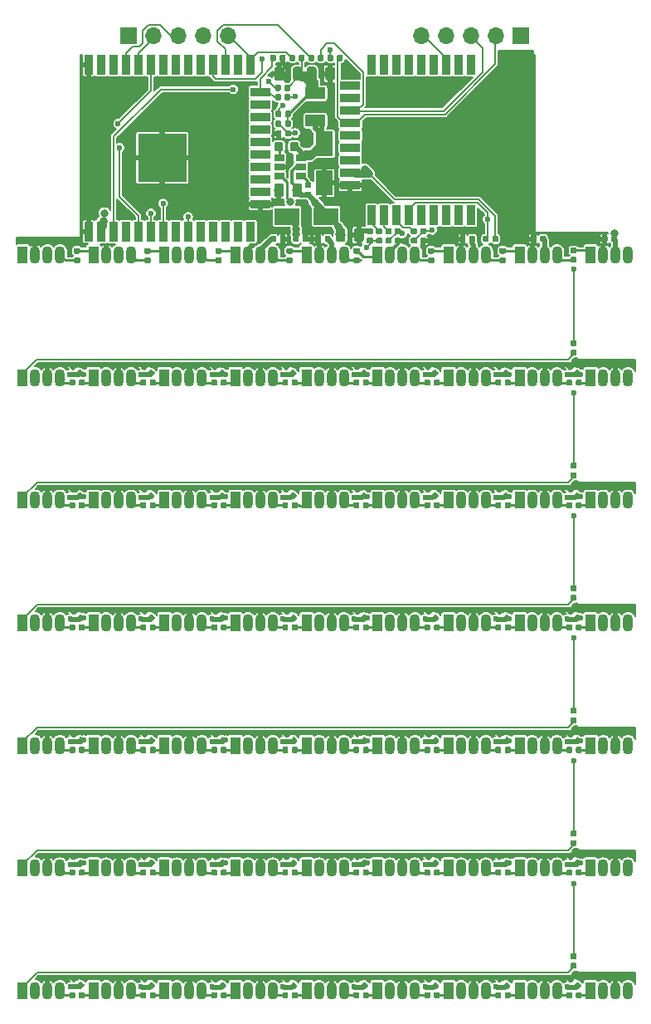
<source format=gbr>
G04 #@! TF.GenerationSoftware,KiCad,Pcbnew,5.1.4+dfsg1-1*
G04 #@! TF.CreationDate,2019-12-22T16:06:28+01:00*
G04 #@! TF.ProjectId,masonjar,6d61736f-6e6a-4617-922e-6b696361645f,rev?*
G04 #@! TF.SameCoordinates,Original*
G04 #@! TF.FileFunction,Copper,L1,Top*
G04 #@! TF.FilePolarity,Positive*
%FSLAX46Y46*%
G04 Gerber Fmt 4.6, Leading zero omitted, Abs format (unit mm)*
G04 Created by KiCad (PCBNEW 5.1.4+dfsg1-1) date 2019-12-22 16:06:28*
%MOMM*%
%LPD*%
G04 APERTURE LIST*
%ADD10O,1.700000X1.700000*%
%ADD11R,1.700000X1.700000*%
%ADD12R,2.000000X1.200000*%
%ADD13C,0.100000*%
%ADD14C,0.875000*%
%ADD15R,0.900000X2.000000*%
%ADD16R,2.000000X0.900000*%
%ADD17R,5.000000X5.000000*%
%ADD18R,1.060000X0.650000*%
%ADD19C,0.590000*%
%ADD20R,1.800000X2.500000*%
%ADD21R,2.500000X1.800000*%
%ADD22C,0.975000*%
%ADD23O,1.070000X1.800000*%
%ADD24R,1.070000X1.800000*%
%ADD25C,0.600000*%
%ADD26C,0.800000*%
%ADD27C,0.150000*%
%ADD28C,0.250000*%
%ADD29C,0.300000*%
%ADD30C,0.500000*%
%ADD31C,0.600000*%
%ADD32C,0.800000*%
G04 APERTURE END LIST*
D10*
X9820000Y-1550000D03*
X12360000Y-1550000D03*
X14900000Y-1550000D03*
X17440000Y-1550000D03*
D11*
X19980000Y-1550000D03*
D12*
X-950000Y-7400000D03*
X-950000Y-10200000D03*
D13*
G36*
X-4447309Y-12376053D02*
G01*
X-4426074Y-12379203D01*
X-4405250Y-12384419D01*
X-4385038Y-12391651D01*
X-4365632Y-12400830D01*
X-4347219Y-12411866D01*
X-4329976Y-12424654D01*
X-4314070Y-12439070D01*
X-4299654Y-12454976D01*
X-4286866Y-12472219D01*
X-4275830Y-12490632D01*
X-4266651Y-12510038D01*
X-4259419Y-12530250D01*
X-4254203Y-12551074D01*
X-4251053Y-12572309D01*
X-4250000Y-12593750D01*
X-4250000Y-13106250D01*
X-4251053Y-13127691D01*
X-4254203Y-13148926D01*
X-4259419Y-13169750D01*
X-4266651Y-13189962D01*
X-4275830Y-13209368D01*
X-4286866Y-13227781D01*
X-4299654Y-13245024D01*
X-4314070Y-13260930D01*
X-4329976Y-13275346D01*
X-4347219Y-13288134D01*
X-4365632Y-13299170D01*
X-4385038Y-13308349D01*
X-4405250Y-13315581D01*
X-4426074Y-13320797D01*
X-4447309Y-13323947D01*
X-4468750Y-13325000D01*
X-4906250Y-13325000D01*
X-4927691Y-13323947D01*
X-4948926Y-13320797D01*
X-4969750Y-13315581D01*
X-4989962Y-13308349D01*
X-5009368Y-13299170D01*
X-5027781Y-13288134D01*
X-5045024Y-13275346D01*
X-5060930Y-13260930D01*
X-5075346Y-13245024D01*
X-5088134Y-13227781D01*
X-5099170Y-13209368D01*
X-5108349Y-13189962D01*
X-5115581Y-13169750D01*
X-5120797Y-13148926D01*
X-5123947Y-13127691D01*
X-5125000Y-13106250D01*
X-5125000Y-12593750D01*
X-5123947Y-12572309D01*
X-5120797Y-12551074D01*
X-5115581Y-12530250D01*
X-5108349Y-12510038D01*
X-5099170Y-12490632D01*
X-5088134Y-12472219D01*
X-5075346Y-12454976D01*
X-5060930Y-12439070D01*
X-5045024Y-12424654D01*
X-5027781Y-12411866D01*
X-5009368Y-12400830D01*
X-4989962Y-12391651D01*
X-4969750Y-12384419D01*
X-4948926Y-12379203D01*
X-4927691Y-12376053D01*
X-4906250Y-12375000D01*
X-4468750Y-12375000D01*
X-4447309Y-12376053D01*
X-4447309Y-12376053D01*
G37*
D14*
X-4687500Y-12850000D03*
D13*
G36*
X-2872309Y-12376053D02*
G01*
X-2851074Y-12379203D01*
X-2830250Y-12384419D01*
X-2810038Y-12391651D01*
X-2790632Y-12400830D01*
X-2772219Y-12411866D01*
X-2754976Y-12424654D01*
X-2739070Y-12439070D01*
X-2724654Y-12454976D01*
X-2711866Y-12472219D01*
X-2700830Y-12490632D01*
X-2691651Y-12510038D01*
X-2684419Y-12530250D01*
X-2679203Y-12551074D01*
X-2676053Y-12572309D01*
X-2675000Y-12593750D01*
X-2675000Y-13106250D01*
X-2676053Y-13127691D01*
X-2679203Y-13148926D01*
X-2684419Y-13169750D01*
X-2691651Y-13189962D01*
X-2700830Y-13209368D01*
X-2711866Y-13227781D01*
X-2724654Y-13245024D01*
X-2739070Y-13260930D01*
X-2754976Y-13275346D01*
X-2772219Y-13288134D01*
X-2790632Y-13299170D01*
X-2810038Y-13308349D01*
X-2830250Y-13315581D01*
X-2851074Y-13320797D01*
X-2872309Y-13323947D01*
X-2893750Y-13325000D01*
X-3331250Y-13325000D01*
X-3352691Y-13323947D01*
X-3373926Y-13320797D01*
X-3394750Y-13315581D01*
X-3414962Y-13308349D01*
X-3434368Y-13299170D01*
X-3452781Y-13288134D01*
X-3470024Y-13275346D01*
X-3485930Y-13260930D01*
X-3500346Y-13245024D01*
X-3513134Y-13227781D01*
X-3524170Y-13209368D01*
X-3533349Y-13189962D01*
X-3540581Y-13169750D01*
X-3545797Y-13148926D01*
X-3548947Y-13127691D01*
X-3550000Y-13106250D01*
X-3550000Y-12593750D01*
X-3548947Y-12572309D01*
X-3545797Y-12551074D01*
X-3540581Y-12530250D01*
X-3533349Y-12510038D01*
X-3524170Y-12490632D01*
X-3513134Y-12472219D01*
X-3500346Y-12454976D01*
X-3485930Y-12439070D01*
X-3470024Y-12424654D01*
X-3452781Y-12411866D01*
X-3434368Y-12400830D01*
X-3414962Y-12391651D01*
X-3394750Y-12384419D01*
X-3373926Y-12379203D01*
X-3352691Y-12376053D01*
X-3331250Y-12375000D01*
X-2893750Y-12375000D01*
X-2872309Y-12376053D01*
X-2872309Y-12376053D01*
G37*
D14*
X-3112500Y-12850000D03*
D15*
X-24105000Y-4500000D03*
X-22835000Y-4500000D03*
X-21565000Y-4500000D03*
X-20295000Y-4500000D03*
X-19025000Y-4500000D03*
X-17755000Y-4500000D03*
X-16485000Y-4500000D03*
X-15215000Y-4500000D03*
X-13945000Y-4500000D03*
X-12675000Y-4500000D03*
X-11405000Y-4500000D03*
X-10135000Y-4500000D03*
X-8865000Y-4500000D03*
X-7595000Y-4500000D03*
D16*
X-6595000Y-7285000D03*
X-6595000Y-8555000D03*
X-6595000Y-9825000D03*
X-6595000Y-11095000D03*
X-6595000Y-12365000D03*
X-6595000Y-13635000D03*
X-6595000Y-14905000D03*
X-6595000Y-16175000D03*
X-6595000Y-17445000D03*
X-6595000Y-18715000D03*
D15*
X-7595000Y-21500000D03*
X-8865000Y-21500000D03*
X-10135000Y-21500000D03*
X-11405000Y-21500000D03*
X-12675000Y-21500000D03*
X-13945000Y-21500000D03*
X-15215000Y-21500000D03*
X-16485000Y-21500000D03*
X-17755000Y-21500000D03*
X-19025000Y-21500000D03*
X-20295000Y-21500000D03*
X-21565000Y-21500000D03*
X-22835000Y-21500000D03*
X-24105000Y-21500000D03*
D17*
X-16605000Y-14000000D03*
D18*
X-2450000Y-14900000D03*
X-2450000Y-13950000D03*
X-2450000Y-15850000D03*
X-4650000Y-15850000D03*
X-4650000Y-14900000D03*
X-4650000Y-13950000D03*
D15*
X14921000Y-19838000D03*
X13651000Y-19838000D03*
X12381000Y-19838000D03*
X11132500Y-19831000D03*
X9862500Y-19831000D03*
X8592500Y-19831000D03*
X7322500Y-19831000D03*
X6052500Y-19831000D03*
X4782500Y-19831000D03*
D16*
X2602000Y-16799000D03*
X2602000Y-15529000D03*
X2602000Y-14259000D03*
X2602000Y-12989000D03*
X2606500Y-11730500D03*
X2606500Y-10460500D03*
X2606500Y-9190500D03*
X2606500Y-7920500D03*
X2606500Y-6650500D03*
D15*
X4761000Y-4473000D03*
X6031000Y-4473000D03*
X7301000Y-4473000D03*
X8571000Y-4473000D03*
X9841000Y-4473000D03*
X11111000Y-4473000D03*
X12381000Y-4473000D03*
X13651000Y-4473000D03*
X14921000Y-4473000D03*
D13*
G36*
X-1513042Y-17440710D02*
G01*
X-1498724Y-17442834D01*
X-1484683Y-17446351D01*
X-1471054Y-17451228D01*
X-1457969Y-17457417D01*
X-1445553Y-17464858D01*
X-1433927Y-17473481D01*
X-1423202Y-17483202D01*
X-1413481Y-17493927D01*
X-1404858Y-17505553D01*
X-1397417Y-17517969D01*
X-1391228Y-17531054D01*
X-1386351Y-17544683D01*
X-1382834Y-17558724D01*
X-1380710Y-17573042D01*
X-1380000Y-17587500D01*
X-1380000Y-17882500D01*
X-1380710Y-17896958D01*
X-1382834Y-17911276D01*
X-1386351Y-17925317D01*
X-1391228Y-17938946D01*
X-1397417Y-17952031D01*
X-1404858Y-17964447D01*
X-1413481Y-17976073D01*
X-1423202Y-17986798D01*
X-1433927Y-17996519D01*
X-1445553Y-18005142D01*
X-1457969Y-18012583D01*
X-1471054Y-18018772D01*
X-1484683Y-18023649D01*
X-1498724Y-18027166D01*
X-1513042Y-18029290D01*
X-1527500Y-18030000D01*
X-1872500Y-18030000D01*
X-1886958Y-18029290D01*
X-1901276Y-18027166D01*
X-1915317Y-18023649D01*
X-1928946Y-18018772D01*
X-1942031Y-18012583D01*
X-1954447Y-18005142D01*
X-1966073Y-17996519D01*
X-1976798Y-17986798D01*
X-1986519Y-17976073D01*
X-1995142Y-17964447D01*
X-2002583Y-17952031D01*
X-2008772Y-17938946D01*
X-2013649Y-17925317D01*
X-2017166Y-17911276D01*
X-2019290Y-17896958D01*
X-2020000Y-17882500D01*
X-2020000Y-17587500D01*
X-2019290Y-17573042D01*
X-2017166Y-17558724D01*
X-2013649Y-17544683D01*
X-2008772Y-17531054D01*
X-2002583Y-17517969D01*
X-1995142Y-17505553D01*
X-1986519Y-17493927D01*
X-1976798Y-17483202D01*
X-1966073Y-17473481D01*
X-1954447Y-17464858D01*
X-1942031Y-17457417D01*
X-1928946Y-17451228D01*
X-1915317Y-17446351D01*
X-1901276Y-17442834D01*
X-1886958Y-17440710D01*
X-1872500Y-17440000D01*
X-1527500Y-17440000D01*
X-1513042Y-17440710D01*
X-1513042Y-17440710D01*
G37*
D19*
X-1700000Y-17735000D03*
D13*
G36*
X-1513042Y-16470710D02*
G01*
X-1498724Y-16472834D01*
X-1484683Y-16476351D01*
X-1471054Y-16481228D01*
X-1457969Y-16487417D01*
X-1445553Y-16494858D01*
X-1433927Y-16503481D01*
X-1423202Y-16513202D01*
X-1413481Y-16523927D01*
X-1404858Y-16535553D01*
X-1397417Y-16547969D01*
X-1391228Y-16561054D01*
X-1386351Y-16574683D01*
X-1382834Y-16588724D01*
X-1380710Y-16603042D01*
X-1380000Y-16617500D01*
X-1380000Y-16912500D01*
X-1380710Y-16926958D01*
X-1382834Y-16941276D01*
X-1386351Y-16955317D01*
X-1391228Y-16968946D01*
X-1397417Y-16982031D01*
X-1404858Y-16994447D01*
X-1413481Y-17006073D01*
X-1423202Y-17016798D01*
X-1433927Y-17026519D01*
X-1445553Y-17035142D01*
X-1457969Y-17042583D01*
X-1471054Y-17048772D01*
X-1484683Y-17053649D01*
X-1498724Y-17057166D01*
X-1513042Y-17059290D01*
X-1527500Y-17060000D01*
X-1872500Y-17060000D01*
X-1886958Y-17059290D01*
X-1901276Y-17057166D01*
X-1915317Y-17053649D01*
X-1928946Y-17048772D01*
X-1942031Y-17042583D01*
X-1954447Y-17035142D01*
X-1966073Y-17026519D01*
X-1976798Y-17016798D01*
X-1986519Y-17006073D01*
X-1995142Y-16994447D01*
X-2002583Y-16982031D01*
X-2008772Y-16968946D01*
X-2013649Y-16955317D01*
X-2017166Y-16941276D01*
X-2019290Y-16926958D01*
X-2020000Y-16912500D01*
X-2020000Y-16617500D01*
X-2019290Y-16603042D01*
X-2017166Y-16588724D01*
X-2013649Y-16574683D01*
X-2008772Y-16561054D01*
X-2002583Y-16547969D01*
X-1995142Y-16535553D01*
X-1986519Y-16523927D01*
X-1976798Y-16513202D01*
X-1966073Y-16503481D01*
X-1954447Y-16494858D01*
X-1942031Y-16487417D01*
X-1928946Y-16481228D01*
X-1915317Y-16476351D01*
X-1901276Y-16472834D01*
X-1886958Y-16470710D01*
X-1872500Y-16470000D01*
X-1527500Y-16470000D01*
X-1513042Y-16470710D01*
X-1513042Y-16470710D01*
G37*
D19*
X-1700000Y-16765000D03*
D13*
G36*
X-4573042Y-11180710D02*
G01*
X-4558724Y-11182834D01*
X-4544683Y-11186351D01*
X-4531054Y-11191228D01*
X-4517969Y-11197417D01*
X-4505553Y-11204858D01*
X-4493927Y-11213481D01*
X-4483202Y-11223202D01*
X-4473481Y-11233927D01*
X-4464858Y-11245553D01*
X-4457417Y-11257969D01*
X-4451228Y-11271054D01*
X-4446351Y-11284683D01*
X-4442834Y-11298724D01*
X-4440710Y-11313042D01*
X-4440000Y-11327500D01*
X-4440000Y-11672500D01*
X-4440710Y-11686958D01*
X-4442834Y-11701276D01*
X-4446351Y-11715317D01*
X-4451228Y-11728946D01*
X-4457417Y-11742031D01*
X-4464858Y-11754447D01*
X-4473481Y-11766073D01*
X-4483202Y-11776798D01*
X-4493927Y-11786519D01*
X-4505553Y-11795142D01*
X-4517969Y-11802583D01*
X-4531054Y-11808772D01*
X-4544683Y-11813649D01*
X-4558724Y-11817166D01*
X-4573042Y-11819290D01*
X-4587500Y-11820000D01*
X-4882500Y-11820000D01*
X-4896958Y-11819290D01*
X-4911276Y-11817166D01*
X-4925317Y-11813649D01*
X-4938946Y-11808772D01*
X-4952031Y-11802583D01*
X-4964447Y-11795142D01*
X-4976073Y-11786519D01*
X-4986798Y-11776798D01*
X-4996519Y-11766073D01*
X-5005142Y-11754447D01*
X-5012583Y-11742031D01*
X-5018772Y-11728946D01*
X-5023649Y-11715317D01*
X-5027166Y-11701276D01*
X-5029290Y-11686958D01*
X-5030000Y-11672500D01*
X-5030000Y-11327500D01*
X-5029290Y-11313042D01*
X-5027166Y-11298724D01*
X-5023649Y-11284683D01*
X-5018772Y-11271054D01*
X-5012583Y-11257969D01*
X-5005142Y-11245553D01*
X-4996519Y-11233927D01*
X-4986798Y-11223202D01*
X-4976073Y-11213481D01*
X-4964447Y-11204858D01*
X-4952031Y-11197417D01*
X-4938946Y-11191228D01*
X-4925317Y-11186351D01*
X-4911276Y-11182834D01*
X-4896958Y-11180710D01*
X-4882500Y-11180000D01*
X-4587500Y-11180000D01*
X-4573042Y-11180710D01*
X-4573042Y-11180710D01*
G37*
D19*
X-4735000Y-11500000D03*
D13*
G36*
X-3603042Y-11180710D02*
G01*
X-3588724Y-11182834D01*
X-3574683Y-11186351D01*
X-3561054Y-11191228D01*
X-3547969Y-11197417D01*
X-3535553Y-11204858D01*
X-3523927Y-11213481D01*
X-3513202Y-11223202D01*
X-3503481Y-11233927D01*
X-3494858Y-11245553D01*
X-3487417Y-11257969D01*
X-3481228Y-11271054D01*
X-3476351Y-11284683D01*
X-3472834Y-11298724D01*
X-3470710Y-11313042D01*
X-3470000Y-11327500D01*
X-3470000Y-11672500D01*
X-3470710Y-11686958D01*
X-3472834Y-11701276D01*
X-3476351Y-11715317D01*
X-3481228Y-11728946D01*
X-3487417Y-11742031D01*
X-3494858Y-11754447D01*
X-3503481Y-11766073D01*
X-3513202Y-11776798D01*
X-3523927Y-11786519D01*
X-3535553Y-11795142D01*
X-3547969Y-11802583D01*
X-3561054Y-11808772D01*
X-3574683Y-11813649D01*
X-3588724Y-11817166D01*
X-3603042Y-11819290D01*
X-3617500Y-11820000D01*
X-3912500Y-11820000D01*
X-3926958Y-11819290D01*
X-3941276Y-11817166D01*
X-3955317Y-11813649D01*
X-3968946Y-11808772D01*
X-3982031Y-11802583D01*
X-3994447Y-11795142D01*
X-4006073Y-11786519D01*
X-4016798Y-11776798D01*
X-4026519Y-11766073D01*
X-4035142Y-11754447D01*
X-4042583Y-11742031D01*
X-4048772Y-11728946D01*
X-4053649Y-11715317D01*
X-4057166Y-11701276D01*
X-4059290Y-11686958D01*
X-4060000Y-11672500D01*
X-4060000Y-11327500D01*
X-4059290Y-11313042D01*
X-4057166Y-11298724D01*
X-4053649Y-11284683D01*
X-4048772Y-11271054D01*
X-4042583Y-11257969D01*
X-4035142Y-11245553D01*
X-4026519Y-11233927D01*
X-4016798Y-11223202D01*
X-4006073Y-11213481D01*
X-3994447Y-11204858D01*
X-3982031Y-11197417D01*
X-3968946Y-11191228D01*
X-3955317Y-11186351D01*
X-3941276Y-11182834D01*
X-3926958Y-11180710D01*
X-3912500Y-11180000D01*
X-3617500Y-11180000D01*
X-3603042Y-11180710D01*
X-3603042Y-11180710D01*
G37*
D19*
X-3765000Y-11500000D03*
D13*
G36*
X-3603042Y-10180710D02*
G01*
X-3588724Y-10182834D01*
X-3574683Y-10186351D01*
X-3561054Y-10191228D01*
X-3547969Y-10197417D01*
X-3535553Y-10204858D01*
X-3523927Y-10213481D01*
X-3513202Y-10223202D01*
X-3503481Y-10233927D01*
X-3494858Y-10245553D01*
X-3487417Y-10257969D01*
X-3481228Y-10271054D01*
X-3476351Y-10284683D01*
X-3472834Y-10298724D01*
X-3470710Y-10313042D01*
X-3470000Y-10327500D01*
X-3470000Y-10672500D01*
X-3470710Y-10686958D01*
X-3472834Y-10701276D01*
X-3476351Y-10715317D01*
X-3481228Y-10728946D01*
X-3487417Y-10742031D01*
X-3494858Y-10754447D01*
X-3503481Y-10766073D01*
X-3513202Y-10776798D01*
X-3523927Y-10786519D01*
X-3535553Y-10795142D01*
X-3547969Y-10802583D01*
X-3561054Y-10808772D01*
X-3574683Y-10813649D01*
X-3588724Y-10817166D01*
X-3603042Y-10819290D01*
X-3617500Y-10820000D01*
X-3912500Y-10820000D01*
X-3926958Y-10819290D01*
X-3941276Y-10817166D01*
X-3955317Y-10813649D01*
X-3968946Y-10808772D01*
X-3982031Y-10802583D01*
X-3994447Y-10795142D01*
X-4006073Y-10786519D01*
X-4016798Y-10776798D01*
X-4026519Y-10766073D01*
X-4035142Y-10754447D01*
X-4042583Y-10742031D01*
X-4048772Y-10728946D01*
X-4053649Y-10715317D01*
X-4057166Y-10701276D01*
X-4059290Y-10686958D01*
X-4060000Y-10672500D01*
X-4060000Y-10327500D01*
X-4059290Y-10313042D01*
X-4057166Y-10298724D01*
X-4053649Y-10284683D01*
X-4048772Y-10271054D01*
X-4042583Y-10257969D01*
X-4035142Y-10245553D01*
X-4026519Y-10233927D01*
X-4016798Y-10223202D01*
X-4006073Y-10213481D01*
X-3994447Y-10204858D01*
X-3982031Y-10197417D01*
X-3968946Y-10191228D01*
X-3955317Y-10186351D01*
X-3941276Y-10182834D01*
X-3926958Y-10180710D01*
X-3912500Y-10180000D01*
X-3617500Y-10180000D01*
X-3603042Y-10180710D01*
X-3603042Y-10180710D01*
G37*
D19*
X-3765000Y-10500000D03*
D13*
G36*
X-4573042Y-10180710D02*
G01*
X-4558724Y-10182834D01*
X-4544683Y-10186351D01*
X-4531054Y-10191228D01*
X-4517969Y-10197417D01*
X-4505553Y-10204858D01*
X-4493927Y-10213481D01*
X-4483202Y-10223202D01*
X-4473481Y-10233927D01*
X-4464858Y-10245553D01*
X-4457417Y-10257969D01*
X-4451228Y-10271054D01*
X-4446351Y-10284683D01*
X-4442834Y-10298724D01*
X-4440710Y-10313042D01*
X-4440000Y-10327500D01*
X-4440000Y-10672500D01*
X-4440710Y-10686958D01*
X-4442834Y-10701276D01*
X-4446351Y-10715317D01*
X-4451228Y-10728946D01*
X-4457417Y-10742031D01*
X-4464858Y-10754447D01*
X-4473481Y-10766073D01*
X-4483202Y-10776798D01*
X-4493927Y-10786519D01*
X-4505553Y-10795142D01*
X-4517969Y-10802583D01*
X-4531054Y-10808772D01*
X-4544683Y-10813649D01*
X-4558724Y-10817166D01*
X-4573042Y-10819290D01*
X-4587500Y-10820000D01*
X-4882500Y-10820000D01*
X-4896958Y-10819290D01*
X-4911276Y-10817166D01*
X-4925317Y-10813649D01*
X-4938946Y-10808772D01*
X-4952031Y-10802583D01*
X-4964447Y-10795142D01*
X-4976073Y-10786519D01*
X-4986798Y-10776798D01*
X-4996519Y-10766073D01*
X-5005142Y-10754447D01*
X-5012583Y-10742031D01*
X-5018772Y-10728946D01*
X-5023649Y-10715317D01*
X-5027166Y-10701276D01*
X-5029290Y-10686958D01*
X-5030000Y-10672500D01*
X-5030000Y-10327500D01*
X-5029290Y-10313042D01*
X-5027166Y-10298724D01*
X-5023649Y-10284683D01*
X-5018772Y-10271054D01*
X-5012583Y-10257969D01*
X-5005142Y-10245553D01*
X-4996519Y-10233927D01*
X-4986798Y-10223202D01*
X-4976073Y-10213481D01*
X-4964447Y-10204858D01*
X-4952031Y-10197417D01*
X-4938946Y-10191228D01*
X-4925317Y-10186351D01*
X-4911276Y-10182834D01*
X-4896958Y-10180710D01*
X-4882500Y-10180000D01*
X-4587500Y-10180000D01*
X-4573042Y-10180710D01*
X-4573042Y-10180710D01*
G37*
D19*
X-4735000Y-10500000D03*
D13*
G36*
X-4623042Y-6530710D02*
G01*
X-4608724Y-6532834D01*
X-4594683Y-6536351D01*
X-4581054Y-6541228D01*
X-4567969Y-6547417D01*
X-4555553Y-6554858D01*
X-4543927Y-6563481D01*
X-4533202Y-6573202D01*
X-4523481Y-6583927D01*
X-4514858Y-6595553D01*
X-4507417Y-6607969D01*
X-4501228Y-6621054D01*
X-4496351Y-6634683D01*
X-4492834Y-6648724D01*
X-4490710Y-6663042D01*
X-4490000Y-6677500D01*
X-4490000Y-7022500D01*
X-4490710Y-7036958D01*
X-4492834Y-7051276D01*
X-4496351Y-7065317D01*
X-4501228Y-7078946D01*
X-4507417Y-7092031D01*
X-4514858Y-7104447D01*
X-4523481Y-7116073D01*
X-4533202Y-7126798D01*
X-4543927Y-7136519D01*
X-4555553Y-7145142D01*
X-4567969Y-7152583D01*
X-4581054Y-7158772D01*
X-4594683Y-7163649D01*
X-4608724Y-7167166D01*
X-4623042Y-7169290D01*
X-4637500Y-7170000D01*
X-4932500Y-7170000D01*
X-4946958Y-7169290D01*
X-4961276Y-7167166D01*
X-4975317Y-7163649D01*
X-4988946Y-7158772D01*
X-5002031Y-7152583D01*
X-5014447Y-7145142D01*
X-5026073Y-7136519D01*
X-5036798Y-7126798D01*
X-5046519Y-7116073D01*
X-5055142Y-7104447D01*
X-5062583Y-7092031D01*
X-5068772Y-7078946D01*
X-5073649Y-7065317D01*
X-5077166Y-7051276D01*
X-5079290Y-7036958D01*
X-5080000Y-7022500D01*
X-5080000Y-6677500D01*
X-5079290Y-6663042D01*
X-5077166Y-6648724D01*
X-5073649Y-6634683D01*
X-5068772Y-6621054D01*
X-5062583Y-6607969D01*
X-5055142Y-6595553D01*
X-5046519Y-6583927D01*
X-5036798Y-6573202D01*
X-5026073Y-6563481D01*
X-5014447Y-6554858D01*
X-5002031Y-6547417D01*
X-4988946Y-6541228D01*
X-4975317Y-6536351D01*
X-4961276Y-6532834D01*
X-4946958Y-6530710D01*
X-4932500Y-6530000D01*
X-4637500Y-6530000D01*
X-4623042Y-6530710D01*
X-4623042Y-6530710D01*
G37*
D19*
X-4785000Y-6850000D03*
D13*
G36*
X-3653042Y-6530710D02*
G01*
X-3638724Y-6532834D01*
X-3624683Y-6536351D01*
X-3611054Y-6541228D01*
X-3597969Y-6547417D01*
X-3585553Y-6554858D01*
X-3573927Y-6563481D01*
X-3563202Y-6573202D01*
X-3553481Y-6583927D01*
X-3544858Y-6595553D01*
X-3537417Y-6607969D01*
X-3531228Y-6621054D01*
X-3526351Y-6634683D01*
X-3522834Y-6648724D01*
X-3520710Y-6663042D01*
X-3520000Y-6677500D01*
X-3520000Y-7022500D01*
X-3520710Y-7036958D01*
X-3522834Y-7051276D01*
X-3526351Y-7065317D01*
X-3531228Y-7078946D01*
X-3537417Y-7092031D01*
X-3544858Y-7104447D01*
X-3553481Y-7116073D01*
X-3563202Y-7126798D01*
X-3573927Y-7136519D01*
X-3585553Y-7145142D01*
X-3597969Y-7152583D01*
X-3611054Y-7158772D01*
X-3624683Y-7163649D01*
X-3638724Y-7167166D01*
X-3653042Y-7169290D01*
X-3667500Y-7170000D01*
X-3962500Y-7170000D01*
X-3976958Y-7169290D01*
X-3991276Y-7167166D01*
X-4005317Y-7163649D01*
X-4018946Y-7158772D01*
X-4032031Y-7152583D01*
X-4044447Y-7145142D01*
X-4056073Y-7136519D01*
X-4066798Y-7126798D01*
X-4076519Y-7116073D01*
X-4085142Y-7104447D01*
X-4092583Y-7092031D01*
X-4098772Y-7078946D01*
X-4103649Y-7065317D01*
X-4107166Y-7051276D01*
X-4109290Y-7036958D01*
X-4110000Y-7022500D01*
X-4110000Y-6677500D01*
X-4109290Y-6663042D01*
X-4107166Y-6648724D01*
X-4103649Y-6634683D01*
X-4098772Y-6621054D01*
X-4092583Y-6607969D01*
X-4085142Y-6595553D01*
X-4076519Y-6583927D01*
X-4066798Y-6573202D01*
X-4056073Y-6563481D01*
X-4044447Y-6554858D01*
X-4032031Y-6547417D01*
X-4018946Y-6541228D01*
X-4005317Y-6536351D01*
X-3991276Y-6532834D01*
X-3976958Y-6530710D01*
X-3962500Y-6530000D01*
X-3667500Y-6530000D01*
X-3653042Y-6530710D01*
X-3653042Y-6530710D01*
G37*
D19*
X-3815000Y-6850000D03*
D13*
G36*
X16611958Y-21930710D02*
G01*
X16626276Y-21932834D01*
X16640317Y-21936351D01*
X16653946Y-21941228D01*
X16667031Y-21947417D01*
X16679447Y-21954858D01*
X16691073Y-21963481D01*
X16701798Y-21973202D01*
X16711519Y-21983927D01*
X16720142Y-21995553D01*
X16727583Y-22007969D01*
X16733772Y-22021054D01*
X16738649Y-22034683D01*
X16742166Y-22048724D01*
X16744290Y-22063042D01*
X16745000Y-22077500D01*
X16745000Y-22422500D01*
X16744290Y-22436958D01*
X16742166Y-22451276D01*
X16738649Y-22465317D01*
X16733772Y-22478946D01*
X16727583Y-22492031D01*
X16720142Y-22504447D01*
X16711519Y-22516073D01*
X16701798Y-22526798D01*
X16691073Y-22536519D01*
X16679447Y-22545142D01*
X16667031Y-22552583D01*
X16653946Y-22558772D01*
X16640317Y-22563649D01*
X16626276Y-22567166D01*
X16611958Y-22569290D01*
X16597500Y-22570000D01*
X16302500Y-22570000D01*
X16288042Y-22569290D01*
X16273724Y-22567166D01*
X16259683Y-22563649D01*
X16246054Y-22558772D01*
X16232969Y-22552583D01*
X16220553Y-22545142D01*
X16208927Y-22536519D01*
X16198202Y-22526798D01*
X16188481Y-22516073D01*
X16179858Y-22504447D01*
X16172417Y-22492031D01*
X16166228Y-22478946D01*
X16161351Y-22465317D01*
X16157834Y-22451276D01*
X16155710Y-22436958D01*
X16155000Y-22422500D01*
X16155000Y-22077500D01*
X16155710Y-22063042D01*
X16157834Y-22048724D01*
X16161351Y-22034683D01*
X16166228Y-22021054D01*
X16172417Y-22007969D01*
X16179858Y-21995553D01*
X16188481Y-21983927D01*
X16198202Y-21973202D01*
X16208927Y-21963481D01*
X16220553Y-21954858D01*
X16232969Y-21947417D01*
X16246054Y-21941228D01*
X16259683Y-21936351D01*
X16273724Y-21932834D01*
X16288042Y-21930710D01*
X16302500Y-21930000D01*
X16597500Y-21930000D01*
X16611958Y-21930710D01*
X16611958Y-21930710D01*
G37*
D19*
X16450000Y-22250000D03*
D13*
G36*
X17581958Y-21930710D02*
G01*
X17596276Y-21932834D01*
X17610317Y-21936351D01*
X17623946Y-21941228D01*
X17637031Y-21947417D01*
X17649447Y-21954858D01*
X17661073Y-21963481D01*
X17671798Y-21973202D01*
X17681519Y-21983927D01*
X17690142Y-21995553D01*
X17697583Y-22007969D01*
X17703772Y-22021054D01*
X17708649Y-22034683D01*
X17712166Y-22048724D01*
X17714290Y-22063042D01*
X17715000Y-22077500D01*
X17715000Y-22422500D01*
X17714290Y-22436958D01*
X17712166Y-22451276D01*
X17708649Y-22465317D01*
X17703772Y-22478946D01*
X17697583Y-22492031D01*
X17690142Y-22504447D01*
X17681519Y-22516073D01*
X17671798Y-22526798D01*
X17661073Y-22536519D01*
X17649447Y-22545142D01*
X17637031Y-22552583D01*
X17623946Y-22558772D01*
X17610317Y-22563649D01*
X17596276Y-22567166D01*
X17581958Y-22569290D01*
X17567500Y-22570000D01*
X17272500Y-22570000D01*
X17258042Y-22569290D01*
X17243724Y-22567166D01*
X17229683Y-22563649D01*
X17216054Y-22558772D01*
X17202969Y-22552583D01*
X17190553Y-22545142D01*
X17178927Y-22536519D01*
X17168202Y-22526798D01*
X17158481Y-22516073D01*
X17149858Y-22504447D01*
X17142417Y-22492031D01*
X17136228Y-22478946D01*
X17131351Y-22465317D01*
X17127834Y-22451276D01*
X17125710Y-22436958D01*
X17125000Y-22422500D01*
X17125000Y-22077500D01*
X17125710Y-22063042D01*
X17127834Y-22048724D01*
X17131351Y-22034683D01*
X17136228Y-22021054D01*
X17142417Y-22007969D01*
X17149858Y-21995553D01*
X17158481Y-21983927D01*
X17168202Y-21973202D01*
X17178927Y-21963481D01*
X17190553Y-21954858D01*
X17202969Y-21947417D01*
X17216054Y-21941228D01*
X17229683Y-21936351D01*
X17243724Y-21932834D01*
X17258042Y-21930710D01*
X17272500Y-21930000D01*
X17567500Y-21930000D01*
X17581958Y-21930710D01*
X17581958Y-21930710D01*
G37*
D19*
X17420000Y-22250000D03*
D13*
G36*
X9286958Y-22140710D02*
G01*
X9301276Y-22142834D01*
X9315317Y-22146351D01*
X9328946Y-22151228D01*
X9342031Y-22157417D01*
X9354447Y-22164858D01*
X9366073Y-22173481D01*
X9376798Y-22183202D01*
X9386519Y-22193927D01*
X9395142Y-22205553D01*
X9402583Y-22217969D01*
X9408772Y-22231054D01*
X9413649Y-22244683D01*
X9417166Y-22258724D01*
X9419290Y-22273042D01*
X9420000Y-22287500D01*
X9420000Y-22582500D01*
X9419290Y-22596958D01*
X9417166Y-22611276D01*
X9413649Y-22625317D01*
X9408772Y-22638946D01*
X9402583Y-22652031D01*
X9395142Y-22664447D01*
X9386519Y-22676073D01*
X9376798Y-22686798D01*
X9366073Y-22696519D01*
X9354447Y-22705142D01*
X9342031Y-22712583D01*
X9328946Y-22718772D01*
X9315317Y-22723649D01*
X9301276Y-22727166D01*
X9286958Y-22729290D01*
X9272500Y-22730000D01*
X8927500Y-22730000D01*
X8913042Y-22729290D01*
X8898724Y-22727166D01*
X8884683Y-22723649D01*
X8871054Y-22718772D01*
X8857969Y-22712583D01*
X8845553Y-22705142D01*
X8833927Y-22696519D01*
X8823202Y-22686798D01*
X8813481Y-22676073D01*
X8804858Y-22664447D01*
X8797417Y-22652031D01*
X8791228Y-22638946D01*
X8786351Y-22625317D01*
X8782834Y-22611276D01*
X8780710Y-22596958D01*
X8780000Y-22582500D01*
X8780000Y-22287500D01*
X8780710Y-22273042D01*
X8782834Y-22258724D01*
X8786351Y-22244683D01*
X8791228Y-22231054D01*
X8797417Y-22217969D01*
X8804858Y-22205553D01*
X8813481Y-22193927D01*
X8823202Y-22183202D01*
X8833927Y-22173481D01*
X8845553Y-22164858D01*
X8857969Y-22157417D01*
X8871054Y-22151228D01*
X8884683Y-22146351D01*
X8898724Y-22142834D01*
X8913042Y-22140710D01*
X8927500Y-22140000D01*
X9272500Y-22140000D01*
X9286958Y-22140710D01*
X9286958Y-22140710D01*
G37*
D19*
X9100000Y-22435000D03*
D13*
G36*
X9286958Y-21170710D02*
G01*
X9301276Y-21172834D01*
X9315317Y-21176351D01*
X9328946Y-21181228D01*
X9342031Y-21187417D01*
X9354447Y-21194858D01*
X9366073Y-21203481D01*
X9376798Y-21213202D01*
X9386519Y-21223927D01*
X9395142Y-21235553D01*
X9402583Y-21247969D01*
X9408772Y-21261054D01*
X9413649Y-21274683D01*
X9417166Y-21288724D01*
X9419290Y-21303042D01*
X9420000Y-21317500D01*
X9420000Y-21612500D01*
X9419290Y-21626958D01*
X9417166Y-21641276D01*
X9413649Y-21655317D01*
X9408772Y-21668946D01*
X9402583Y-21682031D01*
X9395142Y-21694447D01*
X9386519Y-21706073D01*
X9376798Y-21716798D01*
X9366073Y-21726519D01*
X9354447Y-21735142D01*
X9342031Y-21742583D01*
X9328946Y-21748772D01*
X9315317Y-21753649D01*
X9301276Y-21757166D01*
X9286958Y-21759290D01*
X9272500Y-21760000D01*
X8927500Y-21760000D01*
X8913042Y-21759290D01*
X8898724Y-21757166D01*
X8884683Y-21753649D01*
X8871054Y-21748772D01*
X8857969Y-21742583D01*
X8845553Y-21735142D01*
X8833927Y-21726519D01*
X8823202Y-21716798D01*
X8813481Y-21706073D01*
X8804858Y-21694447D01*
X8797417Y-21682031D01*
X8791228Y-21668946D01*
X8786351Y-21655317D01*
X8782834Y-21641276D01*
X8780710Y-21626958D01*
X8780000Y-21612500D01*
X8780000Y-21317500D01*
X8780710Y-21303042D01*
X8782834Y-21288724D01*
X8786351Y-21274683D01*
X8791228Y-21261054D01*
X8797417Y-21247969D01*
X8804858Y-21235553D01*
X8813481Y-21223927D01*
X8823202Y-21213202D01*
X8833927Y-21203481D01*
X8845553Y-21194858D01*
X8857969Y-21187417D01*
X8871054Y-21181228D01*
X8884683Y-21176351D01*
X8898724Y-21172834D01*
X8913042Y-21170710D01*
X8927500Y-21170000D01*
X9272500Y-21170000D01*
X9286958Y-21170710D01*
X9286958Y-21170710D01*
G37*
D19*
X9100000Y-21465000D03*
D13*
G36*
X6686958Y-22140710D02*
G01*
X6701276Y-22142834D01*
X6715317Y-22146351D01*
X6728946Y-22151228D01*
X6742031Y-22157417D01*
X6754447Y-22164858D01*
X6766073Y-22173481D01*
X6776798Y-22183202D01*
X6786519Y-22193927D01*
X6795142Y-22205553D01*
X6802583Y-22217969D01*
X6808772Y-22231054D01*
X6813649Y-22244683D01*
X6817166Y-22258724D01*
X6819290Y-22273042D01*
X6820000Y-22287500D01*
X6820000Y-22582500D01*
X6819290Y-22596958D01*
X6817166Y-22611276D01*
X6813649Y-22625317D01*
X6808772Y-22638946D01*
X6802583Y-22652031D01*
X6795142Y-22664447D01*
X6786519Y-22676073D01*
X6776798Y-22686798D01*
X6766073Y-22696519D01*
X6754447Y-22705142D01*
X6742031Y-22712583D01*
X6728946Y-22718772D01*
X6715317Y-22723649D01*
X6701276Y-22727166D01*
X6686958Y-22729290D01*
X6672500Y-22730000D01*
X6327500Y-22730000D01*
X6313042Y-22729290D01*
X6298724Y-22727166D01*
X6284683Y-22723649D01*
X6271054Y-22718772D01*
X6257969Y-22712583D01*
X6245553Y-22705142D01*
X6233927Y-22696519D01*
X6223202Y-22686798D01*
X6213481Y-22676073D01*
X6204858Y-22664447D01*
X6197417Y-22652031D01*
X6191228Y-22638946D01*
X6186351Y-22625317D01*
X6182834Y-22611276D01*
X6180710Y-22596958D01*
X6180000Y-22582500D01*
X6180000Y-22287500D01*
X6180710Y-22273042D01*
X6182834Y-22258724D01*
X6186351Y-22244683D01*
X6191228Y-22231054D01*
X6197417Y-22217969D01*
X6204858Y-22205553D01*
X6213481Y-22193927D01*
X6223202Y-22183202D01*
X6233927Y-22173481D01*
X6245553Y-22164858D01*
X6257969Y-22157417D01*
X6271054Y-22151228D01*
X6284683Y-22146351D01*
X6298724Y-22142834D01*
X6313042Y-22140710D01*
X6327500Y-22140000D01*
X6672500Y-22140000D01*
X6686958Y-22140710D01*
X6686958Y-22140710D01*
G37*
D19*
X6500000Y-22435000D03*
D13*
G36*
X6686958Y-21170710D02*
G01*
X6701276Y-21172834D01*
X6715317Y-21176351D01*
X6728946Y-21181228D01*
X6742031Y-21187417D01*
X6754447Y-21194858D01*
X6766073Y-21203481D01*
X6776798Y-21213202D01*
X6786519Y-21223927D01*
X6795142Y-21235553D01*
X6802583Y-21247969D01*
X6808772Y-21261054D01*
X6813649Y-21274683D01*
X6817166Y-21288724D01*
X6819290Y-21303042D01*
X6820000Y-21317500D01*
X6820000Y-21612500D01*
X6819290Y-21626958D01*
X6817166Y-21641276D01*
X6813649Y-21655317D01*
X6808772Y-21668946D01*
X6802583Y-21682031D01*
X6795142Y-21694447D01*
X6786519Y-21706073D01*
X6776798Y-21716798D01*
X6766073Y-21726519D01*
X6754447Y-21735142D01*
X6742031Y-21742583D01*
X6728946Y-21748772D01*
X6715317Y-21753649D01*
X6701276Y-21757166D01*
X6686958Y-21759290D01*
X6672500Y-21760000D01*
X6327500Y-21760000D01*
X6313042Y-21759290D01*
X6298724Y-21757166D01*
X6284683Y-21753649D01*
X6271054Y-21748772D01*
X6257969Y-21742583D01*
X6245553Y-21735142D01*
X6233927Y-21726519D01*
X6223202Y-21716798D01*
X6213481Y-21706073D01*
X6204858Y-21694447D01*
X6197417Y-21682031D01*
X6191228Y-21668946D01*
X6186351Y-21655317D01*
X6182834Y-21641276D01*
X6180710Y-21626958D01*
X6180000Y-21612500D01*
X6180000Y-21317500D01*
X6180710Y-21303042D01*
X6182834Y-21288724D01*
X6186351Y-21274683D01*
X6191228Y-21261054D01*
X6197417Y-21247969D01*
X6204858Y-21235553D01*
X6213481Y-21223927D01*
X6223202Y-21213202D01*
X6233927Y-21203481D01*
X6245553Y-21194858D01*
X6257969Y-21187417D01*
X6271054Y-21181228D01*
X6284683Y-21176351D01*
X6298724Y-21172834D01*
X6313042Y-21170710D01*
X6327500Y-21170000D01*
X6672500Y-21170000D01*
X6686958Y-21170710D01*
X6686958Y-21170710D01*
G37*
D19*
X6500000Y-21465000D03*
D13*
G36*
X5736958Y-22140710D02*
G01*
X5751276Y-22142834D01*
X5765317Y-22146351D01*
X5778946Y-22151228D01*
X5792031Y-22157417D01*
X5804447Y-22164858D01*
X5816073Y-22173481D01*
X5826798Y-22183202D01*
X5836519Y-22193927D01*
X5845142Y-22205553D01*
X5852583Y-22217969D01*
X5858772Y-22231054D01*
X5863649Y-22244683D01*
X5867166Y-22258724D01*
X5869290Y-22273042D01*
X5870000Y-22287500D01*
X5870000Y-22582500D01*
X5869290Y-22596958D01*
X5867166Y-22611276D01*
X5863649Y-22625317D01*
X5858772Y-22638946D01*
X5852583Y-22652031D01*
X5845142Y-22664447D01*
X5836519Y-22676073D01*
X5826798Y-22686798D01*
X5816073Y-22696519D01*
X5804447Y-22705142D01*
X5792031Y-22712583D01*
X5778946Y-22718772D01*
X5765317Y-22723649D01*
X5751276Y-22727166D01*
X5736958Y-22729290D01*
X5722500Y-22730000D01*
X5377500Y-22730000D01*
X5363042Y-22729290D01*
X5348724Y-22727166D01*
X5334683Y-22723649D01*
X5321054Y-22718772D01*
X5307969Y-22712583D01*
X5295553Y-22705142D01*
X5283927Y-22696519D01*
X5273202Y-22686798D01*
X5263481Y-22676073D01*
X5254858Y-22664447D01*
X5247417Y-22652031D01*
X5241228Y-22638946D01*
X5236351Y-22625317D01*
X5232834Y-22611276D01*
X5230710Y-22596958D01*
X5230000Y-22582500D01*
X5230000Y-22287500D01*
X5230710Y-22273042D01*
X5232834Y-22258724D01*
X5236351Y-22244683D01*
X5241228Y-22231054D01*
X5247417Y-22217969D01*
X5254858Y-22205553D01*
X5263481Y-22193927D01*
X5273202Y-22183202D01*
X5283927Y-22173481D01*
X5295553Y-22164858D01*
X5307969Y-22157417D01*
X5321054Y-22151228D01*
X5334683Y-22146351D01*
X5348724Y-22142834D01*
X5363042Y-22140710D01*
X5377500Y-22140000D01*
X5722500Y-22140000D01*
X5736958Y-22140710D01*
X5736958Y-22140710D01*
G37*
D19*
X5550000Y-22435000D03*
D13*
G36*
X5736958Y-21170710D02*
G01*
X5751276Y-21172834D01*
X5765317Y-21176351D01*
X5778946Y-21181228D01*
X5792031Y-21187417D01*
X5804447Y-21194858D01*
X5816073Y-21203481D01*
X5826798Y-21213202D01*
X5836519Y-21223927D01*
X5845142Y-21235553D01*
X5852583Y-21247969D01*
X5858772Y-21261054D01*
X5863649Y-21274683D01*
X5867166Y-21288724D01*
X5869290Y-21303042D01*
X5870000Y-21317500D01*
X5870000Y-21612500D01*
X5869290Y-21626958D01*
X5867166Y-21641276D01*
X5863649Y-21655317D01*
X5858772Y-21668946D01*
X5852583Y-21682031D01*
X5845142Y-21694447D01*
X5836519Y-21706073D01*
X5826798Y-21716798D01*
X5816073Y-21726519D01*
X5804447Y-21735142D01*
X5792031Y-21742583D01*
X5778946Y-21748772D01*
X5765317Y-21753649D01*
X5751276Y-21757166D01*
X5736958Y-21759290D01*
X5722500Y-21760000D01*
X5377500Y-21760000D01*
X5363042Y-21759290D01*
X5348724Y-21757166D01*
X5334683Y-21753649D01*
X5321054Y-21748772D01*
X5307969Y-21742583D01*
X5295553Y-21735142D01*
X5283927Y-21726519D01*
X5273202Y-21716798D01*
X5263481Y-21706073D01*
X5254858Y-21694447D01*
X5247417Y-21682031D01*
X5241228Y-21668946D01*
X5236351Y-21655317D01*
X5232834Y-21641276D01*
X5230710Y-21626958D01*
X5230000Y-21612500D01*
X5230000Y-21317500D01*
X5230710Y-21303042D01*
X5232834Y-21288724D01*
X5236351Y-21274683D01*
X5241228Y-21261054D01*
X5247417Y-21247969D01*
X5254858Y-21235553D01*
X5263481Y-21223927D01*
X5273202Y-21213202D01*
X5283927Y-21203481D01*
X5295553Y-21194858D01*
X5307969Y-21187417D01*
X5321054Y-21181228D01*
X5334683Y-21176351D01*
X5348724Y-21172834D01*
X5363042Y-21170710D01*
X5377500Y-21170000D01*
X5722500Y-21170000D01*
X5736958Y-21170710D01*
X5736958Y-21170710D01*
G37*
D19*
X5550000Y-21465000D03*
D13*
G36*
X1696958Y-3480710D02*
G01*
X1711276Y-3482834D01*
X1725317Y-3486351D01*
X1738946Y-3491228D01*
X1752031Y-3497417D01*
X1764447Y-3504858D01*
X1776073Y-3513481D01*
X1786798Y-3523202D01*
X1796519Y-3533927D01*
X1805142Y-3545553D01*
X1812583Y-3557969D01*
X1818772Y-3571054D01*
X1823649Y-3584683D01*
X1827166Y-3598724D01*
X1829290Y-3613042D01*
X1830000Y-3627500D01*
X1830000Y-3972500D01*
X1829290Y-3986958D01*
X1827166Y-4001276D01*
X1823649Y-4015317D01*
X1818772Y-4028946D01*
X1812583Y-4042031D01*
X1805142Y-4054447D01*
X1796519Y-4066073D01*
X1786798Y-4076798D01*
X1776073Y-4086519D01*
X1764447Y-4095142D01*
X1752031Y-4102583D01*
X1738946Y-4108772D01*
X1725317Y-4113649D01*
X1711276Y-4117166D01*
X1696958Y-4119290D01*
X1682500Y-4120000D01*
X1387500Y-4120000D01*
X1373042Y-4119290D01*
X1358724Y-4117166D01*
X1344683Y-4113649D01*
X1331054Y-4108772D01*
X1317969Y-4102583D01*
X1305553Y-4095142D01*
X1293927Y-4086519D01*
X1283202Y-4076798D01*
X1273481Y-4066073D01*
X1264858Y-4054447D01*
X1257417Y-4042031D01*
X1251228Y-4028946D01*
X1246351Y-4015317D01*
X1242834Y-4001276D01*
X1240710Y-3986958D01*
X1240000Y-3972500D01*
X1240000Y-3627500D01*
X1240710Y-3613042D01*
X1242834Y-3598724D01*
X1246351Y-3584683D01*
X1251228Y-3571054D01*
X1257417Y-3557969D01*
X1264858Y-3545553D01*
X1273481Y-3533927D01*
X1283202Y-3523202D01*
X1293927Y-3513481D01*
X1305553Y-3504858D01*
X1317969Y-3497417D01*
X1331054Y-3491228D01*
X1344683Y-3486351D01*
X1358724Y-3482834D01*
X1373042Y-3480710D01*
X1387500Y-3480000D01*
X1682500Y-3480000D01*
X1696958Y-3480710D01*
X1696958Y-3480710D01*
G37*
D19*
X1535000Y-3800000D03*
D13*
G36*
X726958Y-3480710D02*
G01*
X741276Y-3482834D01*
X755317Y-3486351D01*
X768946Y-3491228D01*
X782031Y-3497417D01*
X794447Y-3504858D01*
X806073Y-3513481D01*
X816798Y-3523202D01*
X826519Y-3533927D01*
X835142Y-3545553D01*
X842583Y-3557969D01*
X848772Y-3571054D01*
X853649Y-3584683D01*
X857166Y-3598724D01*
X859290Y-3613042D01*
X860000Y-3627500D01*
X860000Y-3972500D01*
X859290Y-3986958D01*
X857166Y-4001276D01*
X853649Y-4015317D01*
X848772Y-4028946D01*
X842583Y-4042031D01*
X835142Y-4054447D01*
X826519Y-4066073D01*
X816798Y-4076798D01*
X806073Y-4086519D01*
X794447Y-4095142D01*
X782031Y-4102583D01*
X768946Y-4108772D01*
X755317Y-4113649D01*
X741276Y-4117166D01*
X726958Y-4119290D01*
X712500Y-4120000D01*
X417500Y-4120000D01*
X403042Y-4119290D01*
X388724Y-4117166D01*
X374683Y-4113649D01*
X361054Y-4108772D01*
X347969Y-4102583D01*
X335553Y-4095142D01*
X323927Y-4086519D01*
X313202Y-4076798D01*
X303481Y-4066073D01*
X294858Y-4054447D01*
X287417Y-4042031D01*
X281228Y-4028946D01*
X276351Y-4015317D01*
X272834Y-4001276D01*
X270710Y-3986958D01*
X270000Y-3972500D01*
X270000Y-3627500D01*
X270710Y-3613042D01*
X272834Y-3598724D01*
X276351Y-3584683D01*
X281228Y-3571054D01*
X287417Y-3557969D01*
X294858Y-3545553D01*
X303481Y-3533927D01*
X313202Y-3523202D01*
X323927Y-3513481D01*
X335553Y-3504858D01*
X347969Y-3497417D01*
X361054Y-3491228D01*
X374683Y-3486351D01*
X388724Y-3482834D01*
X403042Y-3480710D01*
X417500Y-3480000D01*
X712500Y-3480000D01*
X726958Y-3480710D01*
X726958Y-3480710D01*
G37*
D19*
X565000Y-3800000D03*
D13*
G36*
X-1223042Y-3480710D02*
G01*
X-1208724Y-3482834D01*
X-1194683Y-3486351D01*
X-1181054Y-3491228D01*
X-1167969Y-3497417D01*
X-1155553Y-3504858D01*
X-1143927Y-3513481D01*
X-1133202Y-3523202D01*
X-1123481Y-3533927D01*
X-1114858Y-3545553D01*
X-1107417Y-3557969D01*
X-1101228Y-3571054D01*
X-1096351Y-3584683D01*
X-1092834Y-3598724D01*
X-1090710Y-3613042D01*
X-1090000Y-3627500D01*
X-1090000Y-3972500D01*
X-1090710Y-3986958D01*
X-1092834Y-4001276D01*
X-1096351Y-4015317D01*
X-1101228Y-4028946D01*
X-1107417Y-4042031D01*
X-1114858Y-4054447D01*
X-1123481Y-4066073D01*
X-1133202Y-4076798D01*
X-1143927Y-4086519D01*
X-1155553Y-4095142D01*
X-1167969Y-4102583D01*
X-1181054Y-4108772D01*
X-1194683Y-4113649D01*
X-1208724Y-4117166D01*
X-1223042Y-4119290D01*
X-1237500Y-4120000D01*
X-1532500Y-4120000D01*
X-1546958Y-4119290D01*
X-1561276Y-4117166D01*
X-1575317Y-4113649D01*
X-1588946Y-4108772D01*
X-1602031Y-4102583D01*
X-1614447Y-4095142D01*
X-1626073Y-4086519D01*
X-1636798Y-4076798D01*
X-1646519Y-4066073D01*
X-1655142Y-4054447D01*
X-1662583Y-4042031D01*
X-1668772Y-4028946D01*
X-1673649Y-4015317D01*
X-1677166Y-4001276D01*
X-1679290Y-3986958D01*
X-1680000Y-3972500D01*
X-1680000Y-3627500D01*
X-1679290Y-3613042D01*
X-1677166Y-3598724D01*
X-1673649Y-3584683D01*
X-1668772Y-3571054D01*
X-1662583Y-3557969D01*
X-1655142Y-3545553D01*
X-1646519Y-3533927D01*
X-1636798Y-3523202D01*
X-1626073Y-3513481D01*
X-1614447Y-3504858D01*
X-1602031Y-3497417D01*
X-1588946Y-3491228D01*
X-1575317Y-3486351D01*
X-1561276Y-3482834D01*
X-1546958Y-3480710D01*
X-1532500Y-3480000D01*
X-1237500Y-3480000D01*
X-1223042Y-3480710D01*
X-1223042Y-3480710D01*
G37*
D19*
X-1385000Y-3800000D03*
D13*
G36*
X-253042Y-3480710D02*
G01*
X-238724Y-3482834D01*
X-224683Y-3486351D01*
X-211054Y-3491228D01*
X-197969Y-3497417D01*
X-185553Y-3504858D01*
X-173927Y-3513481D01*
X-163202Y-3523202D01*
X-153481Y-3533927D01*
X-144858Y-3545553D01*
X-137417Y-3557969D01*
X-131228Y-3571054D01*
X-126351Y-3584683D01*
X-122834Y-3598724D01*
X-120710Y-3613042D01*
X-120000Y-3627500D01*
X-120000Y-3972500D01*
X-120710Y-3986958D01*
X-122834Y-4001276D01*
X-126351Y-4015317D01*
X-131228Y-4028946D01*
X-137417Y-4042031D01*
X-144858Y-4054447D01*
X-153481Y-4066073D01*
X-163202Y-4076798D01*
X-173927Y-4086519D01*
X-185553Y-4095142D01*
X-197969Y-4102583D01*
X-211054Y-4108772D01*
X-224683Y-4113649D01*
X-238724Y-4117166D01*
X-253042Y-4119290D01*
X-267500Y-4120000D01*
X-562500Y-4120000D01*
X-576958Y-4119290D01*
X-591276Y-4117166D01*
X-605317Y-4113649D01*
X-618946Y-4108772D01*
X-632031Y-4102583D01*
X-644447Y-4095142D01*
X-656073Y-4086519D01*
X-666798Y-4076798D01*
X-676519Y-4066073D01*
X-685142Y-4054447D01*
X-692583Y-4042031D01*
X-698772Y-4028946D01*
X-703649Y-4015317D01*
X-707166Y-4001276D01*
X-709290Y-3986958D01*
X-710000Y-3972500D01*
X-710000Y-3627500D01*
X-709290Y-3613042D01*
X-707166Y-3598724D01*
X-703649Y-3584683D01*
X-698772Y-3571054D01*
X-692583Y-3557969D01*
X-685142Y-3545553D01*
X-676519Y-3533927D01*
X-666798Y-3523202D01*
X-656073Y-3513481D01*
X-644447Y-3504858D01*
X-632031Y-3497417D01*
X-618946Y-3491228D01*
X-605317Y-3486351D01*
X-591276Y-3482834D01*
X-576958Y-3480710D01*
X-562500Y-3480000D01*
X-267500Y-3480000D01*
X-253042Y-3480710D01*
X-253042Y-3480710D01*
G37*
D19*
X-415000Y-3800000D03*
D13*
G36*
X-4153042Y-3480710D02*
G01*
X-4138724Y-3482834D01*
X-4124683Y-3486351D01*
X-4111054Y-3491228D01*
X-4097969Y-3497417D01*
X-4085553Y-3504858D01*
X-4073927Y-3513481D01*
X-4063202Y-3523202D01*
X-4053481Y-3533927D01*
X-4044858Y-3545553D01*
X-4037417Y-3557969D01*
X-4031228Y-3571054D01*
X-4026351Y-3584683D01*
X-4022834Y-3598724D01*
X-4020710Y-3613042D01*
X-4020000Y-3627500D01*
X-4020000Y-3972500D01*
X-4020710Y-3986958D01*
X-4022834Y-4001276D01*
X-4026351Y-4015317D01*
X-4031228Y-4028946D01*
X-4037417Y-4042031D01*
X-4044858Y-4054447D01*
X-4053481Y-4066073D01*
X-4063202Y-4076798D01*
X-4073927Y-4086519D01*
X-4085553Y-4095142D01*
X-4097969Y-4102583D01*
X-4111054Y-4108772D01*
X-4124683Y-4113649D01*
X-4138724Y-4117166D01*
X-4153042Y-4119290D01*
X-4167500Y-4120000D01*
X-4462500Y-4120000D01*
X-4476958Y-4119290D01*
X-4491276Y-4117166D01*
X-4505317Y-4113649D01*
X-4518946Y-4108772D01*
X-4532031Y-4102583D01*
X-4544447Y-4095142D01*
X-4556073Y-4086519D01*
X-4566798Y-4076798D01*
X-4576519Y-4066073D01*
X-4585142Y-4054447D01*
X-4592583Y-4042031D01*
X-4598772Y-4028946D01*
X-4603649Y-4015317D01*
X-4607166Y-4001276D01*
X-4609290Y-3986958D01*
X-4610000Y-3972500D01*
X-4610000Y-3627500D01*
X-4609290Y-3613042D01*
X-4607166Y-3598724D01*
X-4603649Y-3584683D01*
X-4598772Y-3571054D01*
X-4592583Y-3557969D01*
X-4585142Y-3545553D01*
X-4576519Y-3533927D01*
X-4566798Y-3523202D01*
X-4556073Y-3513481D01*
X-4544447Y-3504858D01*
X-4532031Y-3497417D01*
X-4518946Y-3491228D01*
X-4505317Y-3486351D01*
X-4491276Y-3482834D01*
X-4476958Y-3480710D01*
X-4462500Y-3480000D01*
X-4167500Y-3480000D01*
X-4153042Y-3480710D01*
X-4153042Y-3480710D01*
G37*
D19*
X-4315000Y-3800000D03*
D13*
G36*
X-5123042Y-3480710D02*
G01*
X-5108724Y-3482834D01*
X-5094683Y-3486351D01*
X-5081054Y-3491228D01*
X-5067969Y-3497417D01*
X-5055553Y-3504858D01*
X-5043927Y-3513481D01*
X-5033202Y-3523202D01*
X-5023481Y-3533927D01*
X-5014858Y-3545553D01*
X-5007417Y-3557969D01*
X-5001228Y-3571054D01*
X-4996351Y-3584683D01*
X-4992834Y-3598724D01*
X-4990710Y-3613042D01*
X-4990000Y-3627500D01*
X-4990000Y-3972500D01*
X-4990710Y-3986958D01*
X-4992834Y-4001276D01*
X-4996351Y-4015317D01*
X-5001228Y-4028946D01*
X-5007417Y-4042031D01*
X-5014858Y-4054447D01*
X-5023481Y-4066073D01*
X-5033202Y-4076798D01*
X-5043927Y-4086519D01*
X-5055553Y-4095142D01*
X-5067969Y-4102583D01*
X-5081054Y-4108772D01*
X-5094683Y-4113649D01*
X-5108724Y-4117166D01*
X-5123042Y-4119290D01*
X-5137500Y-4120000D01*
X-5432500Y-4120000D01*
X-5446958Y-4119290D01*
X-5461276Y-4117166D01*
X-5475317Y-4113649D01*
X-5488946Y-4108772D01*
X-5502031Y-4102583D01*
X-5514447Y-4095142D01*
X-5526073Y-4086519D01*
X-5536798Y-4076798D01*
X-5546519Y-4066073D01*
X-5555142Y-4054447D01*
X-5562583Y-4042031D01*
X-5568772Y-4028946D01*
X-5573649Y-4015317D01*
X-5577166Y-4001276D01*
X-5579290Y-3986958D01*
X-5580000Y-3972500D01*
X-5580000Y-3627500D01*
X-5579290Y-3613042D01*
X-5577166Y-3598724D01*
X-5573649Y-3584683D01*
X-5568772Y-3571054D01*
X-5562583Y-3557969D01*
X-5555142Y-3545553D01*
X-5546519Y-3533927D01*
X-5536798Y-3523202D01*
X-5526073Y-3513481D01*
X-5514447Y-3504858D01*
X-5502031Y-3497417D01*
X-5488946Y-3491228D01*
X-5475317Y-3486351D01*
X-5461276Y-3482834D01*
X-5446958Y-3480710D01*
X-5432500Y-3480000D01*
X-5137500Y-3480000D01*
X-5123042Y-3480710D01*
X-5123042Y-3480710D01*
G37*
D19*
X-5285000Y-3800000D03*
D13*
G36*
X-2203042Y-3480710D02*
G01*
X-2188724Y-3482834D01*
X-2174683Y-3486351D01*
X-2161054Y-3491228D01*
X-2147969Y-3497417D01*
X-2135553Y-3504858D01*
X-2123927Y-3513481D01*
X-2113202Y-3523202D01*
X-2103481Y-3533927D01*
X-2094858Y-3545553D01*
X-2087417Y-3557969D01*
X-2081228Y-3571054D01*
X-2076351Y-3584683D01*
X-2072834Y-3598724D01*
X-2070710Y-3613042D01*
X-2070000Y-3627500D01*
X-2070000Y-3972500D01*
X-2070710Y-3986958D01*
X-2072834Y-4001276D01*
X-2076351Y-4015317D01*
X-2081228Y-4028946D01*
X-2087417Y-4042031D01*
X-2094858Y-4054447D01*
X-2103481Y-4066073D01*
X-2113202Y-4076798D01*
X-2123927Y-4086519D01*
X-2135553Y-4095142D01*
X-2147969Y-4102583D01*
X-2161054Y-4108772D01*
X-2174683Y-4113649D01*
X-2188724Y-4117166D01*
X-2203042Y-4119290D01*
X-2217500Y-4120000D01*
X-2512500Y-4120000D01*
X-2526958Y-4119290D01*
X-2541276Y-4117166D01*
X-2555317Y-4113649D01*
X-2568946Y-4108772D01*
X-2582031Y-4102583D01*
X-2594447Y-4095142D01*
X-2606073Y-4086519D01*
X-2616798Y-4076798D01*
X-2626519Y-4066073D01*
X-2635142Y-4054447D01*
X-2642583Y-4042031D01*
X-2648772Y-4028946D01*
X-2653649Y-4015317D01*
X-2657166Y-4001276D01*
X-2659290Y-3986958D01*
X-2660000Y-3972500D01*
X-2660000Y-3627500D01*
X-2659290Y-3613042D01*
X-2657166Y-3598724D01*
X-2653649Y-3584683D01*
X-2648772Y-3571054D01*
X-2642583Y-3557969D01*
X-2635142Y-3545553D01*
X-2626519Y-3533927D01*
X-2616798Y-3523202D01*
X-2606073Y-3513481D01*
X-2594447Y-3504858D01*
X-2582031Y-3497417D01*
X-2568946Y-3491228D01*
X-2555317Y-3486351D01*
X-2541276Y-3482834D01*
X-2526958Y-3480710D01*
X-2512500Y-3480000D01*
X-2217500Y-3480000D01*
X-2203042Y-3480710D01*
X-2203042Y-3480710D01*
G37*
D19*
X-2365000Y-3800000D03*
D13*
G36*
X-3173042Y-3480710D02*
G01*
X-3158724Y-3482834D01*
X-3144683Y-3486351D01*
X-3131054Y-3491228D01*
X-3117969Y-3497417D01*
X-3105553Y-3504858D01*
X-3093927Y-3513481D01*
X-3083202Y-3523202D01*
X-3073481Y-3533927D01*
X-3064858Y-3545553D01*
X-3057417Y-3557969D01*
X-3051228Y-3571054D01*
X-3046351Y-3584683D01*
X-3042834Y-3598724D01*
X-3040710Y-3613042D01*
X-3040000Y-3627500D01*
X-3040000Y-3972500D01*
X-3040710Y-3986958D01*
X-3042834Y-4001276D01*
X-3046351Y-4015317D01*
X-3051228Y-4028946D01*
X-3057417Y-4042031D01*
X-3064858Y-4054447D01*
X-3073481Y-4066073D01*
X-3083202Y-4076798D01*
X-3093927Y-4086519D01*
X-3105553Y-4095142D01*
X-3117969Y-4102583D01*
X-3131054Y-4108772D01*
X-3144683Y-4113649D01*
X-3158724Y-4117166D01*
X-3173042Y-4119290D01*
X-3187500Y-4120000D01*
X-3482500Y-4120000D01*
X-3496958Y-4119290D01*
X-3511276Y-4117166D01*
X-3525317Y-4113649D01*
X-3538946Y-4108772D01*
X-3552031Y-4102583D01*
X-3564447Y-4095142D01*
X-3576073Y-4086519D01*
X-3586798Y-4076798D01*
X-3596519Y-4066073D01*
X-3605142Y-4054447D01*
X-3612583Y-4042031D01*
X-3618772Y-4028946D01*
X-3623649Y-4015317D01*
X-3627166Y-4001276D01*
X-3629290Y-3986958D01*
X-3630000Y-3972500D01*
X-3630000Y-3627500D01*
X-3629290Y-3613042D01*
X-3627166Y-3598724D01*
X-3623649Y-3584683D01*
X-3618772Y-3571054D01*
X-3612583Y-3557969D01*
X-3605142Y-3545553D01*
X-3596519Y-3533927D01*
X-3586798Y-3523202D01*
X-3576073Y-3513481D01*
X-3564447Y-3504858D01*
X-3552031Y-3497417D01*
X-3538946Y-3491228D01*
X-3525317Y-3486351D01*
X-3511276Y-3482834D01*
X-3496958Y-3480710D01*
X-3482500Y-3480000D01*
X-3187500Y-3480000D01*
X-3173042Y-3480710D01*
X-3173042Y-3480710D01*
G37*
D19*
X-3335000Y-3800000D03*
D13*
G36*
X-3603042Y-9180710D02*
G01*
X-3588724Y-9182834D01*
X-3574683Y-9186351D01*
X-3561054Y-9191228D01*
X-3547969Y-9197417D01*
X-3535553Y-9204858D01*
X-3523927Y-9213481D01*
X-3513202Y-9223202D01*
X-3503481Y-9233927D01*
X-3494858Y-9245553D01*
X-3487417Y-9257969D01*
X-3481228Y-9271054D01*
X-3476351Y-9284683D01*
X-3472834Y-9298724D01*
X-3470710Y-9313042D01*
X-3470000Y-9327500D01*
X-3470000Y-9672500D01*
X-3470710Y-9686958D01*
X-3472834Y-9701276D01*
X-3476351Y-9715317D01*
X-3481228Y-9728946D01*
X-3487417Y-9742031D01*
X-3494858Y-9754447D01*
X-3503481Y-9766073D01*
X-3513202Y-9776798D01*
X-3523927Y-9786519D01*
X-3535553Y-9795142D01*
X-3547969Y-9802583D01*
X-3561054Y-9808772D01*
X-3574683Y-9813649D01*
X-3588724Y-9817166D01*
X-3603042Y-9819290D01*
X-3617500Y-9820000D01*
X-3912500Y-9820000D01*
X-3926958Y-9819290D01*
X-3941276Y-9817166D01*
X-3955317Y-9813649D01*
X-3968946Y-9808772D01*
X-3982031Y-9802583D01*
X-3994447Y-9795142D01*
X-4006073Y-9786519D01*
X-4016798Y-9776798D01*
X-4026519Y-9766073D01*
X-4035142Y-9754447D01*
X-4042583Y-9742031D01*
X-4048772Y-9728946D01*
X-4053649Y-9715317D01*
X-4057166Y-9701276D01*
X-4059290Y-9686958D01*
X-4060000Y-9672500D01*
X-4060000Y-9327500D01*
X-4059290Y-9313042D01*
X-4057166Y-9298724D01*
X-4053649Y-9284683D01*
X-4048772Y-9271054D01*
X-4042583Y-9257969D01*
X-4035142Y-9245553D01*
X-4026519Y-9233927D01*
X-4016798Y-9223202D01*
X-4006073Y-9213481D01*
X-3994447Y-9204858D01*
X-3982031Y-9197417D01*
X-3968946Y-9191228D01*
X-3955317Y-9186351D01*
X-3941276Y-9182834D01*
X-3926958Y-9180710D01*
X-3912500Y-9180000D01*
X-3617500Y-9180000D01*
X-3603042Y-9180710D01*
X-3603042Y-9180710D01*
G37*
D19*
X-3765000Y-9500000D03*
D13*
G36*
X-4573042Y-9180710D02*
G01*
X-4558724Y-9182834D01*
X-4544683Y-9186351D01*
X-4531054Y-9191228D01*
X-4517969Y-9197417D01*
X-4505553Y-9204858D01*
X-4493927Y-9213481D01*
X-4483202Y-9223202D01*
X-4473481Y-9233927D01*
X-4464858Y-9245553D01*
X-4457417Y-9257969D01*
X-4451228Y-9271054D01*
X-4446351Y-9284683D01*
X-4442834Y-9298724D01*
X-4440710Y-9313042D01*
X-4440000Y-9327500D01*
X-4440000Y-9672500D01*
X-4440710Y-9686958D01*
X-4442834Y-9701276D01*
X-4446351Y-9715317D01*
X-4451228Y-9728946D01*
X-4457417Y-9742031D01*
X-4464858Y-9754447D01*
X-4473481Y-9766073D01*
X-4483202Y-9776798D01*
X-4493927Y-9786519D01*
X-4505553Y-9795142D01*
X-4517969Y-9802583D01*
X-4531054Y-9808772D01*
X-4544683Y-9813649D01*
X-4558724Y-9817166D01*
X-4573042Y-9819290D01*
X-4587500Y-9820000D01*
X-4882500Y-9820000D01*
X-4896958Y-9819290D01*
X-4911276Y-9817166D01*
X-4925317Y-9813649D01*
X-4938946Y-9808772D01*
X-4952031Y-9802583D01*
X-4964447Y-9795142D01*
X-4976073Y-9786519D01*
X-4986798Y-9776798D01*
X-4996519Y-9766073D01*
X-5005142Y-9754447D01*
X-5012583Y-9742031D01*
X-5018772Y-9728946D01*
X-5023649Y-9715317D01*
X-5027166Y-9701276D01*
X-5029290Y-9686958D01*
X-5030000Y-9672500D01*
X-5030000Y-9327500D01*
X-5029290Y-9313042D01*
X-5027166Y-9298724D01*
X-5023649Y-9284683D01*
X-5018772Y-9271054D01*
X-5012583Y-9257969D01*
X-5005142Y-9245553D01*
X-4996519Y-9233927D01*
X-4986798Y-9223202D01*
X-4976073Y-9213481D01*
X-4964447Y-9204858D01*
X-4952031Y-9197417D01*
X-4938946Y-9191228D01*
X-4925317Y-9186351D01*
X-4911276Y-9182834D01*
X-4896958Y-9180710D01*
X-4882500Y-9180000D01*
X-4587500Y-9180000D01*
X-4573042Y-9180710D01*
X-4573042Y-9180710D01*
G37*
D19*
X-4735000Y-9500000D03*
D13*
G36*
X-4608042Y-7480710D02*
G01*
X-4593724Y-7482834D01*
X-4579683Y-7486351D01*
X-4566054Y-7491228D01*
X-4552969Y-7497417D01*
X-4540553Y-7504858D01*
X-4528927Y-7513481D01*
X-4518202Y-7523202D01*
X-4508481Y-7533927D01*
X-4499858Y-7545553D01*
X-4492417Y-7557969D01*
X-4486228Y-7571054D01*
X-4481351Y-7584683D01*
X-4477834Y-7598724D01*
X-4475710Y-7613042D01*
X-4475000Y-7627500D01*
X-4475000Y-7972500D01*
X-4475710Y-7986958D01*
X-4477834Y-8001276D01*
X-4481351Y-8015317D01*
X-4486228Y-8028946D01*
X-4492417Y-8042031D01*
X-4499858Y-8054447D01*
X-4508481Y-8066073D01*
X-4518202Y-8076798D01*
X-4528927Y-8086519D01*
X-4540553Y-8095142D01*
X-4552969Y-8102583D01*
X-4566054Y-8108772D01*
X-4579683Y-8113649D01*
X-4593724Y-8117166D01*
X-4608042Y-8119290D01*
X-4622500Y-8120000D01*
X-4917500Y-8120000D01*
X-4931958Y-8119290D01*
X-4946276Y-8117166D01*
X-4960317Y-8113649D01*
X-4973946Y-8108772D01*
X-4987031Y-8102583D01*
X-4999447Y-8095142D01*
X-5011073Y-8086519D01*
X-5021798Y-8076798D01*
X-5031519Y-8066073D01*
X-5040142Y-8054447D01*
X-5047583Y-8042031D01*
X-5053772Y-8028946D01*
X-5058649Y-8015317D01*
X-5062166Y-8001276D01*
X-5064290Y-7986958D01*
X-5065000Y-7972500D01*
X-5065000Y-7627500D01*
X-5064290Y-7613042D01*
X-5062166Y-7598724D01*
X-5058649Y-7584683D01*
X-5053772Y-7571054D01*
X-5047583Y-7557969D01*
X-5040142Y-7545553D01*
X-5031519Y-7533927D01*
X-5021798Y-7523202D01*
X-5011073Y-7513481D01*
X-4999447Y-7504858D01*
X-4987031Y-7497417D01*
X-4973946Y-7491228D01*
X-4960317Y-7486351D01*
X-4946276Y-7482834D01*
X-4931958Y-7480710D01*
X-4917500Y-7480000D01*
X-4622500Y-7480000D01*
X-4608042Y-7480710D01*
X-4608042Y-7480710D01*
G37*
D19*
X-4770000Y-7800000D03*
D13*
G36*
X-3638042Y-7480710D02*
G01*
X-3623724Y-7482834D01*
X-3609683Y-7486351D01*
X-3596054Y-7491228D01*
X-3582969Y-7497417D01*
X-3570553Y-7504858D01*
X-3558927Y-7513481D01*
X-3548202Y-7523202D01*
X-3538481Y-7533927D01*
X-3529858Y-7545553D01*
X-3522417Y-7557969D01*
X-3516228Y-7571054D01*
X-3511351Y-7584683D01*
X-3507834Y-7598724D01*
X-3505710Y-7613042D01*
X-3505000Y-7627500D01*
X-3505000Y-7972500D01*
X-3505710Y-7986958D01*
X-3507834Y-8001276D01*
X-3511351Y-8015317D01*
X-3516228Y-8028946D01*
X-3522417Y-8042031D01*
X-3529858Y-8054447D01*
X-3538481Y-8066073D01*
X-3548202Y-8076798D01*
X-3558927Y-8086519D01*
X-3570553Y-8095142D01*
X-3582969Y-8102583D01*
X-3596054Y-8108772D01*
X-3609683Y-8113649D01*
X-3623724Y-8117166D01*
X-3638042Y-8119290D01*
X-3652500Y-8120000D01*
X-3947500Y-8120000D01*
X-3961958Y-8119290D01*
X-3976276Y-8117166D01*
X-3990317Y-8113649D01*
X-4003946Y-8108772D01*
X-4017031Y-8102583D01*
X-4029447Y-8095142D01*
X-4041073Y-8086519D01*
X-4051798Y-8076798D01*
X-4061519Y-8066073D01*
X-4070142Y-8054447D01*
X-4077583Y-8042031D01*
X-4083772Y-8028946D01*
X-4088649Y-8015317D01*
X-4092166Y-8001276D01*
X-4094290Y-7986958D01*
X-4095000Y-7972500D01*
X-4095000Y-7627500D01*
X-4094290Y-7613042D01*
X-4092166Y-7598724D01*
X-4088649Y-7584683D01*
X-4083772Y-7571054D01*
X-4077583Y-7557969D01*
X-4070142Y-7545553D01*
X-4061519Y-7533927D01*
X-4051798Y-7523202D01*
X-4041073Y-7513481D01*
X-4029447Y-7504858D01*
X-4017031Y-7497417D01*
X-4003946Y-7491228D01*
X-3990317Y-7486351D01*
X-3976276Y-7482834D01*
X-3961958Y-7480710D01*
X-3947500Y-7480000D01*
X-3652500Y-7480000D01*
X-3638042Y-7480710D01*
X-3638042Y-7480710D01*
G37*
D19*
X-3800000Y-7800000D03*
D10*
X-9840000Y-1550000D03*
X-12380000Y-1550000D03*
X-14920000Y-1550000D03*
X-17460000Y-1550000D03*
D11*
X-20000000Y-1550000D03*
D20*
X-50000Y-16550000D03*
X-50000Y-12550000D03*
D21*
X150000Y-19950000D03*
X-3850000Y-19950000D03*
D13*
G36*
X-2544858Y-16601174D02*
G01*
X-2521197Y-16604684D01*
X-2497993Y-16610496D01*
X-2475471Y-16618554D01*
X-2453847Y-16628782D01*
X-2433330Y-16641079D01*
X-2414117Y-16655329D01*
X-2396393Y-16671393D01*
X-2380329Y-16689117D01*
X-2366079Y-16708330D01*
X-2353782Y-16728847D01*
X-2343554Y-16750471D01*
X-2335496Y-16772993D01*
X-2329684Y-16796197D01*
X-2326174Y-16819858D01*
X-2325000Y-16843750D01*
X-2325000Y-17756250D01*
X-2326174Y-17780142D01*
X-2329684Y-17803803D01*
X-2335496Y-17827007D01*
X-2343554Y-17849529D01*
X-2353782Y-17871153D01*
X-2366079Y-17891670D01*
X-2380329Y-17910883D01*
X-2396393Y-17928607D01*
X-2414117Y-17944671D01*
X-2433330Y-17958921D01*
X-2453847Y-17971218D01*
X-2475471Y-17981446D01*
X-2497993Y-17989504D01*
X-2521197Y-17995316D01*
X-2544858Y-17998826D01*
X-2568750Y-18000000D01*
X-3056250Y-18000000D01*
X-3080142Y-17998826D01*
X-3103803Y-17995316D01*
X-3127007Y-17989504D01*
X-3149529Y-17981446D01*
X-3171153Y-17971218D01*
X-3191670Y-17958921D01*
X-3210883Y-17944671D01*
X-3228607Y-17928607D01*
X-3244671Y-17910883D01*
X-3258921Y-17891670D01*
X-3271218Y-17871153D01*
X-3281446Y-17849529D01*
X-3289504Y-17827007D01*
X-3295316Y-17803803D01*
X-3298826Y-17780142D01*
X-3300000Y-17756250D01*
X-3300000Y-16843750D01*
X-3298826Y-16819858D01*
X-3295316Y-16796197D01*
X-3289504Y-16772993D01*
X-3281446Y-16750471D01*
X-3271218Y-16728847D01*
X-3258921Y-16708330D01*
X-3244671Y-16689117D01*
X-3228607Y-16671393D01*
X-3210883Y-16655329D01*
X-3191670Y-16641079D01*
X-3171153Y-16628782D01*
X-3149529Y-16618554D01*
X-3127007Y-16610496D01*
X-3103803Y-16604684D01*
X-3080142Y-16601174D01*
X-3056250Y-16600000D01*
X-2568750Y-16600000D01*
X-2544858Y-16601174D01*
X-2544858Y-16601174D01*
G37*
D22*
X-2812500Y-17300000D03*
D13*
G36*
X-4419858Y-16601174D02*
G01*
X-4396197Y-16604684D01*
X-4372993Y-16610496D01*
X-4350471Y-16618554D01*
X-4328847Y-16628782D01*
X-4308330Y-16641079D01*
X-4289117Y-16655329D01*
X-4271393Y-16671393D01*
X-4255329Y-16689117D01*
X-4241079Y-16708330D01*
X-4228782Y-16728847D01*
X-4218554Y-16750471D01*
X-4210496Y-16772993D01*
X-4204684Y-16796197D01*
X-4201174Y-16819858D01*
X-4200000Y-16843750D01*
X-4200000Y-17756250D01*
X-4201174Y-17780142D01*
X-4204684Y-17803803D01*
X-4210496Y-17827007D01*
X-4218554Y-17849529D01*
X-4228782Y-17871153D01*
X-4241079Y-17891670D01*
X-4255329Y-17910883D01*
X-4271393Y-17928607D01*
X-4289117Y-17944671D01*
X-4308330Y-17958921D01*
X-4328847Y-17971218D01*
X-4350471Y-17981446D01*
X-4372993Y-17989504D01*
X-4396197Y-17995316D01*
X-4419858Y-17998826D01*
X-4443750Y-18000000D01*
X-4931250Y-18000000D01*
X-4955142Y-17998826D01*
X-4978803Y-17995316D01*
X-5002007Y-17989504D01*
X-5024529Y-17981446D01*
X-5046153Y-17971218D01*
X-5066670Y-17958921D01*
X-5085883Y-17944671D01*
X-5103607Y-17928607D01*
X-5119671Y-17910883D01*
X-5133921Y-17891670D01*
X-5146218Y-17871153D01*
X-5156446Y-17849529D01*
X-5164504Y-17827007D01*
X-5170316Y-17803803D01*
X-5173826Y-17780142D01*
X-5175000Y-17756250D01*
X-5175000Y-16843750D01*
X-5173826Y-16819858D01*
X-5170316Y-16796197D01*
X-5164504Y-16772993D01*
X-5156446Y-16750471D01*
X-5146218Y-16728847D01*
X-5133921Y-16708330D01*
X-5119671Y-16689117D01*
X-5103607Y-16671393D01*
X-5085883Y-16655329D01*
X-5066670Y-16641079D01*
X-5046153Y-16628782D01*
X-5024529Y-16618554D01*
X-5002007Y-16610496D01*
X-4978803Y-16604684D01*
X-4955142Y-16601174D01*
X-4931250Y-16600000D01*
X-4443750Y-16600000D01*
X-4419858Y-16601174D01*
X-4419858Y-16601174D01*
G37*
D22*
X-4687500Y-17300000D03*
D13*
G36*
X1880142Y-21151174D02*
G01*
X1903803Y-21154684D01*
X1927007Y-21160496D01*
X1949529Y-21168554D01*
X1971153Y-21178782D01*
X1991670Y-21191079D01*
X2010883Y-21205329D01*
X2028607Y-21221393D01*
X2044671Y-21239117D01*
X2058921Y-21258330D01*
X2071218Y-21278847D01*
X2081446Y-21300471D01*
X2089504Y-21322993D01*
X2095316Y-21346197D01*
X2098826Y-21369858D01*
X2100000Y-21393750D01*
X2100000Y-22306250D01*
X2098826Y-22330142D01*
X2095316Y-22353803D01*
X2089504Y-22377007D01*
X2081446Y-22399529D01*
X2071218Y-22421153D01*
X2058921Y-22441670D01*
X2044671Y-22460883D01*
X2028607Y-22478607D01*
X2010883Y-22494671D01*
X1991670Y-22508921D01*
X1971153Y-22521218D01*
X1949529Y-22531446D01*
X1927007Y-22539504D01*
X1903803Y-22545316D01*
X1880142Y-22548826D01*
X1856250Y-22550000D01*
X1368750Y-22550000D01*
X1344858Y-22548826D01*
X1321197Y-22545316D01*
X1297993Y-22539504D01*
X1275471Y-22531446D01*
X1253847Y-22521218D01*
X1233330Y-22508921D01*
X1214117Y-22494671D01*
X1196393Y-22478607D01*
X1180329Y-22460883D01*
X1166079Y-22441670D01*
X1153782Y-22421153D01*
X1143554Y-22399529D01*
X1135496Y-22377007D01*
X1129684Y-22353803D01*
X1126174Y-22330142D01*
X1125000Y-22306250D01*
X1125000Y-21393750D01*
X1126174Y-21369858D01*
X1129684Y-21346197D01*
X1135496Y-21322993D01*
X1143554Y-21300471D01*
X1153782Y-21278847D01*
X1166079Y-21258330D01*
X1180329Y-21239117D01*
X1196393Y-21221393D01*
X1214117Y-21205329D01*
X1233330Y-21191079D01*
X1253847Y-21178782D01*
X1275471Y-21168554D01*
X1297993Y-21160496D01*
X1321197Y-21154684D01*
X1344858Y-21151174D01*
X1368750Y-21150000D01*
X1856250Y-21150000D01*
X1880142Y-21151174D01*
X1880142Y-21151174D01*
G37*
D22*
X1612500Y-21850000D03*
D13*
G36*
X3755142Y-21151174D02*
G01*
X3778803Y-21154684D01*
X3802007Y-21160496D01*
X3824529Y-21168554D01*
X3846153Y-21178782D01*
X3866670Y-21191079D01*
X3885883Y-21205329D01*
X3903607Y-21221393D01*
X3919671Y-21239117D01*
X3933921Y-21258330D01*
X3946218Y-21278847D01*
X3956446Y-21300471D01*
X3964504Y-21322993D01*
X3970316Y-21346197D01*
X3973826Y-21369858D01*
X3975000Y-21393750D01*
X3975000Y-22306250D01*
X3973826Y-22330142D01*
X3970316Y-22353803D01*
X3964504Y-22377007D01*
X3956446Y-22399529D01*
X3946218Y-22421153D01*
X3933921Y-22441670D01*
X3919671Y-22460883D01*
X3903607Y-22478607D01*
X3885883Y-22494671D01*
X3866670Y-22508921D01*
X3846153Y-22521218D01*
X3824529Y-22531446D01*
X3802007Y-22539504D01*
X3778803Y-22545316D01*
X3755142Y-22548826D01*
X3731250Y-22550000D01*
X3243750Y-22550000D01*
X3219858Y-22548826D01*
X3196197Y-22545316D01*
X3172993Y-22539504D01*
X3150471Y-22531446D01*
X3128847Y-22521218D01*
X3108330Y-22508921D01*
X3089117Y-22494671D01*
X3071393Y-22478607D01*
X3055329Y-22460883D01*
X3041079Y-22441670D01*
X3028782Y-22421153D01*
X3018554Y-22399529D01*
X3010496Y-22377007D01*
X3004684Y-22353803D01*
X3001174Y-22330142D01*
X3000000Y-22306250D01*
X3000000Y-21393750D01*
X3001174Y-21369858D01*
X3004684Y-21346197D01*
X3010496Y-21322993D01*
X3018554Y-21300471D01*
X3028782Y-21278847D01*
X3041079Y-21258330D01*
X3055329Y-21239117D01*
X3071393Y-21221393D01*
X3089117Y-21205329D01*
X3108330Y-21191079D01*
X3128847Y-21178782D01*
X3150471Y-21168554D01*
X3172993Y-21160496D01*
X3196197Y-21154684D01*
X3219858Y-21151174D01*
X3243750Y-21150000D01*
X3731250Y-21150000D01*
X3755142Y-21151174D01*
X3755142Y-21151174D01*
G37*
D22*
X3487500Y-21850000D03*
D13*
G36*
X-2494858Y-4701174D02*
G01*
X-2471197Y-4704684D01*
X-2447993Y-4710496D01*
X-2425471Y-4718554D01*
X-2403847Y-4728782D01*
X-2383330Y-4741079D01*
X-2364117Y-4755329D01*
X-2346393Y-4771393D01*
X-2330329Y-4789117D01*
X-2316079Y-4808330D01*
X-2303782Y-4828847D01*
X-2293554Y-4850471D01*
X-2285496Y-4872993D01*
X-2279684Y-4896197D01*
X-2276174Y-4919858D01*
X-2275000Y-4943750D01*
X-2275000Y-5856250D01*
X-2276174Y-5880142D01*
X-2279684Y-5903803D01*
X-2285496Y-5927007D01*
X-2293554Y-5949529D01*
X-2303782Y-5971153D01*
X-2316079Y-5991670D01*
X-2330329Y-6010883D01*
X-2346393Y-6028607D01*
X-2364117Y-6044671D01*
X-2383330Y-6058921D01*
X-2403847Y-6071218D01*
X-2425471Y-6081446D01*
X-2447993Y-6089504D01*
X-2471197Y-6095316D01*
X-2494858Y-6098826D01*
X-2518750Y-6100000D01*
X-3006250Y-6100000D01*
X-3030142Y-6098826D01*
X-3053803Y-6095316D01*
X-3077007Y-6089504D01*
X-3099529Y-6081446D01*
X-3121153Y-6071218D01*
X-3141670Y-6058921D01*
X-3160883Y-6044671D01*
X-3178607Y-6028607D01*
X-3194671Y-6010883D01*
X-3208921Y-5991670D01*
X-3221218Y-5971153D01*
X-3231446Y-5949529D01*
X-3239504Y-5927007D01*
X-3245316Y-5903803D01*
X-3248826Y-5880142D01*
X-3250000Y-5856250D01*
X-3250000Y-4943750D01*
X-3248826Y-4919858D01*
X-3245316Y-4896197D01*
X-3239504Y-4872993D01*
X-3231446Y-4850471D01*
X-3221218Y-4828847D01*
X-3208921Y-4808330D01*
X-3194671Y-4789117D01*
X-3178607Y-4771393D01*
X-3160883Y-4755329D01*
X-3141670Y-4741079D01*
X-3121153Y-4728782D01*
X-3099529Y-4718554D01*
X-3077007Y-4710496D01*
X-3053803Y-4704684D01*
X-3030142Y-4701174D01*
X-3006250Y-4700000D01*
X-2518750Y-4700000D01*
X-2494858Y-4701174D01*
X-2494858Y-4701174D01*
G37*
D22*
X-2762500Y-5400000D03*
D13*
G36*
X-4369858Y-4701174D02*
G01*
X-4346197Y-4704684D01*
X-4322993Y-4710496D01*
X-4300471Y-4718554D01*
X-4278847Y-4728782D01*
X-4258330Y-4741079D01*
X-4239117Y-4755329D01*
X-4221393Y-4771393D01*
X-4205329Y-4789117D01*
X-4191079Y-4808330D01*
X-4178782Y-4828847D01*
X-4168554Y-4850471D01*
X-4160496Y-4872993D01*
X-4154684Y-4896197D01*
X-4151174Y-4919858D01*
X-4150000Y-4943750D01*
X-4150000Y-5856250D01*
X-4151174Y-5880142D01*
X-4154684Y-5903803D01*
X-4160496Y-5927007D01*
X-4168554Y-5949529D01*
X-4178782Y-5971153D01*
X-4191079Y-5991670D01*
X-4205329Y-6010883D01*
X-4221393Y-6028607D01*
X-4239117Y-6044671D01*
X-4258330Y-6058921D01*
X-4278847Y-6071218D01*
X-4300471Y-6081446D01*
X-4322993Y-6089504D01*
X-4346197Y-6095316D01*
X-4369858Y-6098826D01*
X-4393750Y-6100000D01*
X-4881250Y-6100000D01*
X-4905142Y-6098826D01*
X-4928803Y-6095316D01*
X-4952007Y-6089504D01*
X-4974529Y-6081446D01*
X-4996153Y-6071218D01*
X-5016670Y-6058921D01*
X-5035883Y-6044671D01*
X-5053607Y-6028607D01*
X-5069671Y-6010883D01*
X-5083921Y-5991670D01*
X-5096218Y-5971153D01*
X-5106446Y-5949529D01*
X-5114504Y-5927007D01*
X-5120316Y-5903803D01*
X-5123826Y-5880142D01*
X-5125000Y-5856250D01*
X-5125000Y-4943750D01*
X-5123826Y-4919858D01*
X-5120316Y-4896197D01*
X-5114504Y-4872993D01*
X-5106446Y-4850471D01*
X-5096218Y-4828847D01*
X-5083921Y-4808330D01*
X-5069671Y-4789117D01*
X-5053607Y-4771393D01*
X-5035883Y-4755329D01*
X-5016670Y-4741079D01*
X-4996153Y-4728782D01*
X-4974529Y-4718554D01*
X-4952007Y-4710496D01*
X-4928803Y-4704684D01*
X-4905142Y-4701174D01*
X-4881250Y-4700000D01*
X-4393750Y-4700000D01*
X-4369858Y-4701174D01*
X-4369858Y-4701174D01*
G37*
D22*
X-4637500Y-5400000D03*
D13*
G36*
X-1069858Y-4701174D02*
G01*
X-1046197Y-4704684D01*
X-1022993Y-4710496D01*
X-1000471Y-4718554D01*
X-978847Y-4728782D01*
X-958330Y-4741079D01*
X-939117Y-4755329D01*
X-921393Y-4771393D01*
X-905329Y-4789117D01*
X-891079Y-4808330D01*
X-878782Y-4828847D01*
X-868554Y-4850471D01*
X-860496Y-4872993D01*
X-854684Y-4896197D01*
X-851174Y-4919858D01*
X-850000Y-4943750D01*
X-850000Y-5856250D01*
X-851174Y-5880142D01*
X-854684Y-5903803D01*
X-860496Y-5927007D01*
X-868554Y-5949529D01*
X-878782Y-5971153D01*
X-891079Y-5991670D01*
X-905329Y-6010883D01*
X-921393Y-6028607D01*
X-939117Y-6044671D01*
X-958330Y-6058921D01*
X-978847Y-6071218D01*
X-1000471Y-6081446D01*
X-1022993Y-6089504D01*
X-1046197Y-6095316D01*
X-1069858Y-6098826D01*
X-1093750Y-6100000D01*
X-1581250Y-6100000D01*
X-1605142Y-6098826D01*
X-1628803Y-6095316D01*
X-1652007Y-6089504D01*
X-1674529Y-6081446D01*
X-1696153Y-6071218D01*
X-1716670Y-6058921D01*
X-1735883Y-6044671D01*
X-1753607Y-6028607D01*
X-1769671Y-6010883D01*
X-1783921Y-5991670D01*
X-1796218Y-5971153D01*
X-1806446Y-5949529D01*
X-1814504Y-5927007D01*
X-1820316Y-5903803D01*
X-1823826Y-5880142D01*
X-1825000Y-5856250D01*
X-1825000Y-4943750D01*
X-1823826Y-4919858D01*
X-1820316Y-4896197D01*
X-1814504Y-4872993D01*
X-1806446Y-4850471D01*
X-1796218Y-4828847D01*
X-1783921Y-4808330D01*
X-1769671Y-4789117D01*
X-1753607Y-4771393D01*
X-1735883Y-4755329D01*
X-1716670Y-4741079D01*
X-1696153Y-4728782D01*
X-1674529Y-4718554D01*
X-1652007Y-4710496D01*
X-1628803Y-4704684D01*
X-1605142Y-4701174D01*
X-1581250Y-4700000D01*
X-1093750Y-4700000D01*
X-1069858Y-4701174D01*
X-1069858Y-4701174D01*
G37*
D22*
X-1337500Y-5400000D03*
D13*
G36*
X805142Y-4701174D02*
G01*
X828803Y-4704684D01*
X852007Y-4710496D01*
X874529Y-4718554D01*
X896153Y-4728782D01*
X916670Y-4741079D01*
X935883Y-4755329D01*
X953607Y-4771393D01*
X969671Y-4789117D01*
X983921Y-4808330D01*
X996218Y-4828847D01*
X1006446Y-4850471D01*
X1014504Y-4872993D01*
X1020316Y-4896197D01*
X1023826Y-4919858D01*
X1025000Y-4943750D01*
X1025000Y-5856250D01*
X1023826Y-5880142D01*
X1020316Y-5903803D01*
X1014504Y-5927007D01*
X1006446Y-5949529D01*
X996218Y-5971153D01*
X983921Y-5991670D01*
X969671Y-6010883D01*
X953607Y-6028607D01*
X935883Y-6044671D01*
X916670Y-6058921D01*
X896153Y-6071218D01*
X874529Y-6081446D01*
X852007Y-6089504D01*
X828803Y-6095316D01*
X805142Y-6098826D01*
X781250Y-6100000D01*
X293750Y-6100000D01*
X269858Y-6098826D01*
X246197Y-6095316D01*
X222993Y-6089504D01*
X200471Y-6081446D01*
X178847Y-6071218D01*
X158330Y-6058921D01*
X139117Y-6044671D01*
X121393Y-6028607D01*
X105329Y-6010883D01*
X91079Y-5991670D01*
X78782Y-5971153D01*
X68554Y-5949529D01*
X60496Y-5927007D01*
X54684Y-5903803D01*
X51174Y-5880142D01*
X50000Y-5856250D01*
X50000Y-4943750D01*
X51174Y-4919858D01*
X54684Y-4896197D01*
X60496Y-4872993D01*
X68554Y-4850471D01*
X78782Y-4828847D01*
X91079Y-4808330D01*
X105329Y-4789117D01*
X121393Y-4771393D01*
X139117Y-4755329D01*
X158330Y-4741079D01*
X178847Y-4728782D01*
X200471Y-4718554D01*
X222993Y-4710496D01*
X246197Y-4704684D01*
X269858Y-4701174D01*
X293750Y-4700000D01*
X781250Y-4700000D01*
X805142Y-4701174D01*
X805142Y-4701174D01*
G37*
D22*
X537500Y-5400000D03*
D13*
G36*
X7636958Y-21170710D02*
G01*
X7651276Y-21172834D01*
X7665317Y-21176351D01*
X7678946Y-21181228D01*
X7692031Y-21187417D01*
X7704447Y-21194858D01*
X7716073Y-21203481D01*
X7726798Y-21213202D01*
X7736519Y-21223927D01*
X7745142Y-21235553D01*
X7752583Y-21247969D01*
X7758772Y-21261054D01*
X7763649Y-21274683D01*
X7767166Y-21288724D01*
X7769290Y-21303042D01*
X7770000Y-21317500D01*
X7770000Y-21612500D01*
X7769290Y-21626958D01*
X7767166Y-21641276D01*
X7763649Y-21655317D01*
X7758772Y-21668946D01*
X7752583Y-21682031D01*
X7745142Y-21694447D01*
X7736519Y-21706073D01*
X7726798Y-21716798D01*
X7716073Y-21726519D01*
X7704447Y-21735142D01*
X7692031Y-21742583D01*
X7678946Y-21748772D01*
X7665317Y-21753649D01*
X7651276Y-21757166D01*
X7636958Y-21759290D01*
X7622500Y-21760000D01*
X7277500Y-21760000D01*
X7263042Y-21759290D01*
X7248724Y-21757166D01*
X7234683Y-21753649D01*
X7221054Y-21748772D01*
X7207969Y-21742583D01*
X7195553Y-21735142D01*
X7183927Y-21726519D01*
X7173202Y-21716798D01*
X7163481Y-21706073D01*
X7154858Y-21694447D01*
X7147417Y-21682031D01*
X7141228Y-21668946D01*
X7136351Y-21655317D01*
X7132834Y-21641276D01*
X7130710Y-21626958D01*
X7130000Y-21612500D01*
X7130000Y-21317500D01*
X7130710Y-21303042D01*
X7132834Y-21288724D01*
X7136351Y-21274683D01*
X7141228Y-21261054D01*
X7147417Y-21247969D01*
X7154858Y-21235553D01*
X7163481Y-21223927D01*
X7173202Y-21213202D01*
X7183927Y-21203481D01*
X7195553Y-21194858D01*
X7207969Y-21187417D01*
X7221054Y-21181228D01*
X7234683Y-21176351D01*
X7248724Y-21172834D01*
X7263042Y-21170710D01*
X7277500Y-21170000D01*
X7622500Y-21170000D01*
X7636958Y-21170710D01*
X7636958Y-21170710D01*
G37*
D19*
X7450000Y-21465000D03*
D13*
G36*
X7636958Y-22140710D02*
G01*
X7651276Y-22142834D01*
X7665317Y-22146351D01*
X7678946Y-22151228D01*
X7692031Y-22157417D01*
X7704447Y-22164858D01*
X7716073Y-22173481D01*
X7726798Y-22183202D01*
X7736519Y-22193927D01*
X7745142Y-22205553D01*
X7752583Y-22217969D01*
X7758772Y-22231054D01*
X7763649Y-22244683D01*
X7767166Y-22258724D01*
X7769290Y-22273042D01*
X7770000Y-22287500D01*
X7770000Y-22582500D01*
X7769290Y-22596958D01*
X7767166Y-22611276D01*
X7763649Y-22625317D01*
X7758772Y-22638946D01*
X7752583Y-22652031D01*
X7745142Y-22664447D01*
X7736519Y-22676073D01*
X7726798Y-22686798D01*
X7716073Y-22696519D01*
X7704447Y-22705142D01*
X7692031Y-22712583D01*
X7678946Y-22718772D01*
X7665317Y-22723649D01*
X7651276Y-22727166D01*
X7636958Y-22729290D01*
X7622500Y-22730000D01*
X7277500Y-22730000D01*
X7263042Y-22729290D01*
X7248724Y-22727166D01*
X7234683Y-22723649D01*
X7221054Y-22718772D01*
X7207969Y-22712583D01*
X7195553Y-22705142D01*
X7183927Y-22696519D01*
X7173202Y-22686798D01*
X7163481Y-22676073D01*
X7154858Y-22664447D01*
X7147417Y-22652031D01*
X7141228Y-22638946D01*
X7136351Y-22625317D01*
X7132834Y-22611276D01*
X7130710Y-22596958D01*
X7130000Y-22582500D01*
X7130000Y-22287500D01*
X7130710Y-22273042D01*
X7132834Y-22258724D01*
X7136351Y-22244683D01*
X7141228Y-22231054D01*
X7147417Y-22217969D01*
X7154858Y-22205553D01*
X7163481Y-22193927D01*
X7173202Y-22183202D01*
X7183927Y-22173481D01*
X7195553Y-22164858D01*
X7207969Y-22157417D01*
X7221054Y-22151228D01*
X7234683Y-22146351D01*
X7248724Y-22142834D01*
X7263042Y-22140710D01*
X7277500Y-22140000D01*
X7622500Y-22140000D01*
X7636958Y-22140710D01*
X7636958Y-22140710D01*
G37*
D19*
X7450000Y-22435000D03*
D13*
G36*
X10236958Y-21170710D02*
G01*
X10251276Y-21172834D01*
X10265317Y-21176351D01*
X10278946Y-21181228D01*
X10292031Y-21187417D01*
X10304447Y-21194858D01*
X10316073Y-21203481D01*
X10326798Y-21213202D01*
X10336519Y-21223927D01*
X10345142Y-21235553D01*
X10352583Y-21247969D01*
X10358772Y-21261054D01*
X10363649Y-21274683D01*
X10367166Y-21288724D01*
X10369290Y-21303042D01*
X10370000Y-21317500D01*
X10370000Y-21612500D01*
X10369290Y-21626958D01*
X10367166Y-21641276D01*
X10363649Y-21655317D01*
X10358772Y-21668946D01*
X10352583Y-21682031D01*
X10345142Y-21694447D01*
X10336519Y-21706073D01*
X10326798Y-21716798D01*
X10316073Y-21726519D01*
X10304447Y-21735142D01*
X10292031Y-21742583D01*
X10278946Y-21748772D01*
X10265317Y-21753649D01*
X10251276Y-21757166D01*
X10236958Y-21759290D01*
X10222500Y-21760000D01*
X9877500Y-21760000D01*
X9863042Y-21759290D01*
X9848724Y-21757166D01*
X9834683Y-21753649D01*
X9821054Y-21748772D01*
X9807969Y-21742583D01*
X9795553Y-21735142D01*
X9783927Y-21726519D01*
X9773202Y-21716798D01*
X9763481Y-21706073D01*
X9754858Y-21694447D01*
X9747417Y-21682031D01*
X9741228Y-21668946D01*
X9736351Y-21655317D01*
X9732834Y-21641276D01*
X9730710Y-21626958D01*
X9730000Y-21612500D01*
X9730000Y-21317500D01*
X9730710Y-21303042D01*
X9732834Y-21288724D01*
X9736351Y-21274683D01*
X9741228Y-21261054D01*
X9747417Y-21247969D01*
X9754858Y-21235553D01*
X9763481Y-21223927D01*
X9773202Y-21213202D01*
X9783927Y-21203481D01*
X9795553Y-21194858D01*
X9807969Y-21187417D01*
X9821054Y-21181228D01*
X9834683Y-21176351D01*
X9848724Y-21172834D01*
X9863042Y-21170710D01*
X9877500Y-21170000D01*
X10222500Y-21170000D01*
X10236958Y-21170710D01*
X10236958Y-21170710D01*
G37*
D19*
X10050000Y-21465000D03*
D13*
G36*
X10236958Y-22140710D02*
G01*
X10251276Y-22142834D01*
X10265317Y-22146351D01*
X10278946Y-22151228D01*
X10292031Y-22157417D01*
X10304447Y-22164858D01*
X10316073Y-22173481D01*
X10326798Y-22183202D01*
X10336519Y-22193927D01*
X10345142Y-22205553D01*
X10352583Y-22217969D01*
X10358772Y-22231054D01*
X10363649Y-22244683D01*
X10367166Y-22258724D01*
X10369290Y-22273042D01*
X10370000Y-22287500D01*
X10370000Y-22582500D01*
X10369290Y-22596958D01*
X10367166Y-22611276D01*
X10363649Y-22625317D01*
X10358772Y-22638946D01*
X10352583Y-22652031D01*
X10345142Y-22664447D01*
X10336519Y-22676073D01*
X10326798Y-22686798D01*
X10316073Y-22696519D01*
X10304447Y-22705142D01*
X10292031Y-22712583D01*
X10278946Y-22718772D01*
X10265317Y-22723649D01*
X10251276Y-22727166D01*
X10236958Y-22729290D01*
X10222500Y-22730000D01*
X9877500Y-22730000D01*
X9863042Y-22729290D01*
X9848724Y-22727166D01*
X9834683Y-22723649D01*
X9821054Y-22718772D01*
X9807969Y-22712583D01*
X9795553Y-22705142D01*
X9783927Y-22696519D01*
X9773202Y-22686798D01*
X9763481Y-22676073D01*
X9754858Y-22664447D01*
X9747417Y-22652031D01*
X9741228Y-22638946D01*
X9736351Y-22625317D01*
X9732834Y-22611276D01*
X9730710Y-22596958D01*
X9730000Y-22582500D01*
X9730000Y-22287500D01*
X9730710Y-22273042D01*
X9732834Y-22258724D01*
X9736351Y-22244683D01*
X9741228Y-22231054D01*
X9747417Y-22217969D01*
X9754858Y-22205553D01*
X9763481Y-22193927D01*
X9773202Y-22183202D01*
X9783927Y-22173481D01*
X9795553Y-22164858D01*
X9807969Y-22157417D01*
X9821054Y-22151228D01*
X9834683Y-22146351D01*
X9848724Y-22142834D01*
X9863042Y-22140710D01*
X9877500Y-22140000D01*
X10222500Y-22140000D01*
X10236958Y-22140710D01*
X10236958Y-22140710D01*
G37*
D19*
X10050000Y-22435000D03*
D13*
G36*
X4786958Y-22140710D02*
G01*
X4801276Y-22142834D01*
X4815317Y-22146351D01*
X4828946Y-22151228D01*
X4842031Y-22157417D01*
X4854447Y-22164858D01*
X4866073Y-22173481D01*
X4876798Y-22183202D01*
X4886519Y-22193927D01*
X4895142Y-22205553D01*
X4902583Y-22217969D01*
X4908772Y-22231054D01*
X4913649Y-22244683D01*
X4917166Y-22258724D01*
X4919290Y-22273042D01*
X4920000Y-22287500D01*
X4920000Y-22582500D01*
X4919290Y-22596958D01*
X4917166Y-22611276D01*
X4913649Y-22625317D01*
X4908772Y-22638946D01*
X4902583Y-22652031D01*
X4895142Y-22664447D01*
X4886519Y-22676073D01*
X4876798Y-22686798D01*
X4866073Y-22696519D01*
X4854447Y-22705142D01*
X4842031Y-22712583D01*
X4828946Y-22718772D01*
X4815317Y-22723649D01*
X4801276Y-22727166D01*
X4786958Y-22729290D01*
X4772500Y-22730000D01*
X4427500Y-22730000D01*
X4413042Y-22729290D01*
X4398724Y-22727166D01*
X4384683Y-22723649D01*
X4371054Y-22718772D01*
X4357969Y-22712583D01*
X4345553Y-22705142D01*
X4333927Y-22696519D01*
X4323202Y-22686798D01*
X4313481Y-22676073D01*
X4304858Y-22664447D01*
X4297417Y-22652031D01*
X4291228Y-22638946D01*
X4286351Y-22625317D01*
X4282834Y-22611276D01*
X4280710Y-22596958D01*
X4280000Y-22582500D01*
X4280000Y-22287500D01*
X4280710Y-22273042D01*
X4282834Y-22258724D01*
X4286351Y-22244683D01*
X4291228Y-22231054D01*
X4297417Y-22217969D01*
X4304858Y-22205553D01*
X4313481Y-22193927D01*
X4323202Y-22183202D01*
X4333927Y-22173481D01*
X4345553Y-22164858D01*
X4357969Y-22157417D01*
X4371054Y-22151228D01*
X4384683Y-22146351D01*
X4398724Y-22142834D01*
X4413042Y-22140710D01*
X4427500Y-22140000D01*
X4772500Y-22140000D01*
X4786958Y-22140710D01*
X4786958Y-22140710D01*
G37*
D19*
X4600000Y-22435000D03*
D13*
G36*
X4786958Y-21170710D02*
G01*
X4801276Y-21172834D01*
X4815317Y-21176351D01*
X4828946Y-21181228D01*
X4842031Y-21187417D01*
X4854447Y-21194858D01*
X4866073Y-21203481D01*
X4876798Y-21213202D01*
X4886519Y-21223927D01*
X4895142Y-21235553D01*
X4902583Y-21247969D01*
X4908772Y-21261054D01*
X4913649Y-21274683D01*
X4917166Y-21288724D01*
X4919290Y-21303042D01*
X4920000Y-21317500D01*
X4920000Y-21612500D01*
X4919290Y-21626958D01*
X4917166Y-21641276D01*
X4913649Y-21655317D01*
X4908772Y-21668946D01*
X4902583Y-21682031D01*
X4895142Y-21694447D01*
X4886519Y-21706073D01*
X4876798Y-21716798D01*
X4866073Y-21726519D01*
X4854447Y-21735142D01*
X4842031Y-21742583D01*
X4828946Y-21748772D01*
X4815317Y-21753649D01*
X4801276Y-21757166D01*
X4786958Y-21759290D01*
X4772500Y-21760000D01*
X4427500Y-21760000D01*
X4413042Y-21759290D01*
X4398724Y-21757166D01*
X4384683Y-21753649D01*
X4371054Y-21748772D01*
X4357969Y-21742583D01*
X4345553Y-21735142D01*
X4333927Y-21726519D01*
X4323202Y-21716798D01*
X4313481Y-21706073D01*
X4304858Y-21694447D01*
X4297417Y-21682031D01*
X4291228Y-21668946D01*
X4286351Y-21655317D01*
X4282834Y-21641276D01*
X4280710Y-21626958D01*
X4280000Y-21612500D01*
X4280000Y-21317500D01*
X4280710Y-21303042D01*
X4282834Y-21288724D01*
X4286351Y-21274683D01*
X4291228Y-21261054D01*
X4297417Y-21247969D01*
X4304858Y-21235553D01*
X4313481Y-21223927D01*
X4323202Y-21213202D01*
X4333927Y-21203481D01*
X4345553Y-21194858D01*
X4357969Y-21187417D01*
X4371054Y-21181228D01*
X4384683Y-21176351D01*
X4398724Y-21172834D01*
X4413042Y-21170710D01*
X4427500Y-21170000D01*
X4772500Y-21170000D01*
X4786958Y-21170710D01*
X4786958Y-21170710D01*
G37*
D19*
X4600000Y-21465000D03*
D13*
G36*
X-1803042Y-21930710D02*
G01*
X-1788724Y-21932834D01*
X-1774683Y-21936351D01*
X-1761054Y-21941228D01*
X-1747969Y-21947417D01*
X-1735553Y-21954858D01*
X-1723927Y-21963481D01*
X-1713202Y-21973202D01*
X-1703481Y-21983927D01*
X-1694858Y-21995553D01*
X-1687417Y-22007969D01*
X-1681228Y-22021054D01*
X-1676351Y-22034683D01*
X-1672834Y-22048724D01*
X-1670710Y-22063042D01*
X-1670000Y-22077500D01*
X-1670000Y-22422500D01*
X-1670710Y-22436958D01*
X-1672834Y-22451276D01*
X-1676351Y-22465317D01*
X-1681228Y-22478946D01*
X-1687417Y-22492031D01*
X-1694858Y-22504447D01*
X-1703481Y-22516073D01*
X-1713202Y-22526798D01*
X-1723927Y-22536519D01*
X-1735553Y-22545142D01*
X-1747969Y-22552583D01*
X-1761054Y-22558772D01*
X-1774683Y-22563649D01*
X-1788724Y-22567166D01*
X-1803042Y-22569290D01*
X-1817500Y-22570000D01*
X-2112500Y-22570000D01*
X-2126958Y-22569290D01*
X-2141276Y-22567166D01*
X-2155317Y-22563649D01*
X-2168946Y-22558772D01*
X-2182031Y-22552583D01*
X-2194447Y-22545142D01*
X-2206073Y-22536519D01*
X-2216798Y-22526798D01*
X-2226519Y-22516073D01*
X-2235142Y-22504447D01*
X-2242583Y-22492031D01*
X-2248772Y-22478946D01*
X-2253649Y-22465317D01*
X-2257166Y-22451276D01*
X-2259290Y-22436958D01*
X-2260000Y-22422500D01*
X-2260000Y-22077500D01*
X-2259290Y-22063042D01*
X-2257166Y-22048724D01*
X-2253649Y-22034683D01*
X-2248772Y-22021054D01*
X-2242583Y-22007969D01*
X-2235142Y-21995553D01*
X-2226519Y-21983927D01*
X-2216798Y-21973202D01*
X-2206073Y-21963481D01*
X-2194447Y-21954858D01*
X-2182031Y-21947417D01*
X-2168946Y-21941228D01*
X-2155317Y-21936351D01*
X-2141276Y-21932834D01*
X-2126958Y-21930710D01*
X-2112500Y-21930000D01*
X-1817500Y-21930000D01*
X-1803042Y-21930710D01*
X-1803042Y-21930710D01*
G37*
D19*
X-1965000Y-22250000D03*
D13*
G36*
X-2773042Y-21930710D02*
G01*
X-2758724Y-21932834D01*
X-2744683Y-21936351D01*
X-2731054Y-21941228D01*
X-2717969Y-21947417D01*
X-2705553Y-21954858D01*
X-2693927Y-21963481D01*
X-2683202Y-21973202D01*
X-2673481Y-21983927D01*
X-2664858Y-21995553D01*
X-2657417Y-22007969D01*
X-2651228Y-22021054D01*
X-2646351Y-22034683D01*
X-2642834Y-22048724D01*
X-2640710Y-22063042D01*
X-2640000Y-22077500D01*
X-2640000Y-22422500D01*
X-2640710Y-22436958D01*
X-2642834Y-22451276D01*
X-2646351Y-22465317D01*
X-2651228Y-22478946D01*
X-2657417Y-22492031D01*
X-2664858Y-22504447D01*
X-2673481Y-22516073D01*
X-2683202Y-22526798D01*
X-2693927Y-22536519D01*
X-2705553Y-22545142D01*
X-2717969Y-22552583D01*
X-2731054Y-22558772D01*
X-2744683Y-22563649D01*
X-2758724Y-22567166D01*
X-2773042Y-22569290D01*
X-2787500Y-22570000D01*
X-3082500Y-22570000D01*
X-3096958Y-22569290D01*
X-3111276Y-22567166D01*
X-3125317Y-22563649D01*
X-3138946Y-22558772D01*
X-3152031Y-22552583D01*
X-3164447Y-22545142D01*
X-3176073Y-22536519D01*
X-3186798Y-22526798D01*
X-3196519Y-22516073D01*
X-3205142Y-22504447D01*
X-3212583Y-22492031D01*
X-3218772Y-22478946D01*
X-3223649Y-22465317D01*
X-3227166Y-22451276D01*
X-3229290Y-22436958D01*
X-3230000Y-22422500D01*
X-3230000Y-22077500D01*
X-3229290Y-22063042D01*
X-3227166Y-22048724D01*
X-3223649Y-22034683D01*
X-3218772Y-22021054D01*
X-3212583Y-22007969D01*
X-3205142Y-21995553D01*
X-3196519Y-21983927D01*
X-3186798Y-21973202D01*
X-3176073Y-21963481D01*
X-3164447Y-21954858D01*
X-3152031Y-21947417D01*
X-3138946Y-21941228D01*
X-3125317Y-21936351D01*
X-3111276Y-21932834D01*
X-3096958Y-21930710D01*
X-3082500Y-21930000D01*
X-2787500Y-21930000D01*
X-2773042Y-21930710D01*
X-2773042Y-21930710D01*
G37*
D19*
X-2935000Y-22250000D03*
D13*
G36*
X25126958Y-99030710D02*
G01*
X25141276Y-99032834D01*
X25155317Y-99036351D01*
X25168946Y-99041228D01*
X25182031Y-99047417D01*
X25194447Y-99054858D01*
X25206073Y-99063481D01*
X25216798Y-99073202D01*
X25226519Y-99083927D01*
X25235142Y-99095553D01*
X25242583Y-99107969D01*
X25248772Y-99121054D01*
X25253649Y-99134683D01*
X25257166Y-99148724D01*
X25259290Y-99163042D01*
X25260000Y-99177500D01*
X25260000Y-99522500D01*
X25259290Y-99536958D01*
X25257166Y-99551276D01*
X25253649Y-99565317D01*
X25248772Y-99578946D01*
X25242583Y-99592031D01*
X25235142Y-99604447D01*
X25226519Y-99616073D01*
X25216798Y-99626798D01*
X25206073Y-99636519D01*
X25194447Y-99645142D01*
X25182031Y-99652583D01*
X25168946Y-99658772D01*
X25155317Y-99663649D01*
X25141276Y-99667166D01*
X25126958Y-99669290D01*
X25112500Y-99670000D01*
X24817500Y-99670000D01*
X24803042Y-99669290D01*
X24788724Y-99667166D01*
X24774683Y-99663649D01*
X24761054Y-99658772D01*
X24747969Y-99652583D01*
X24735553Y-99645142D01*
X24723927Y-99636519D01*
X24713202Y-99626798D01*
X24703481Y-99616073D01*
X24694858Y-99604447D01*
X24687417Y-99592031D01*
X24681228Y-99578946D01*
X24676351Y-99565317D01*
X24672834Y-99551276D01*
X24670710Y-99536958D01*
X24670000Y-99522500D01*
X24670000Y-99177500D01*
X24670710Y-99163042D01*
X24672834Y-99148724D01*
X24676351Y-99134683D01*
X24681228Y-99121054D01*
X24687417Y-99107969D01*
X24694858Y-99095553D01*
X24703481Y-99083927D01*
X24713202Y-99073202D01*
X24723927Y-99063481D01*
X24735553Y-99054858D01*
X24747969Y-99047417D01*
X24761054Y-99041228D01*
X24774683Y-99036351D01*
X24788724Y-99032834D01*
X24803042Y-99030710D01*
X24817500Y-99030000D01*
X25112500Y-99030000D01*
X25126958Y-99030710D01*
X25126958Y-99030710D01*
G37*
D19*
X24965000Y-99350000D03*
D13*
G36*
X26096958Y-99030710D02*
G01*
X26111276Y-99032834D01*
X26125317Y-99036351D01*
X26138946Y-99041228D01*
X26152031Y-99047417D01*
X26164447Y-99054858D01*
X26176073Y-99063481D01*
X26186798Y-99073202D01*
X26196519Y-99083927D01*
X26205142Y-99095553D01*
X26212583Y-99107969D01*
X26218772Y-99121054D01*
X26223649Y-99134683D01*
X26227166Y-99148724D01*
X26229290Y-99163042D01*
X26230000Y-99177500D01*
X26230000Y-99522500D01*
X26229290Y-99536958D01*
X26227166Y-99551276D01*
X26223649Y-99565317D01*
X26218772Y-99578946D01*
X26212583Y-99592031D01*
X26205142Y-99604447D01*
X26196519Y-99616073D01*
X26186798Y-99626798D01*
X26176073Y-99636519D01*
X26164447Y-99645142D01*
X26152031Y-99652583D01*
X26138946Y-99658772D01*
X26125317Y-99663649D01*
X26111276Y-99667166D01*
X26096958Y-99669290D01*
X26082500Y-99670000D01*
X25787500Y-99670000D01*
X25773042Y-99669290D01*
X25758724Y-99667166D01*
X25744683Y-99663649D01*
X25731054Y-99658772D01*
X25717969Y-99652583D01*
X25705553Y-99645142D01*
X25693927Y-99636519D01*
X25683202Y-99626798D01*
X25673481Y-99616073D01*
X25664858Y-99604447D01*
X25657417Y-99592031D01*
X25651228Y-99578946D01*
X25646351Y-99565317D01*
X25642834Y-99551276D01*
X25640710Y-99536958D01*
X25640000Y-99522500D01*
X25640000Y-99177500D01*
X25640710Y-99163042D01*
X25642834Y-99148724D01*
X25646351Y-99134683D01*
X25651228Y-99121054D01*
X25657417Y-99107969D01*
X25664858Y-99095553D01*
X25673481Y-99083927D01*
X25683202Y-99073202D01*
X25693927Y-99063481D01*
X25705553Y-99054858D01*
X25717969Y-99047417D01*
X25731054Y-99041228D01*
X25744683Y-99036351D01*
X25758724Y-99032834D01*
X25773042Y-99030710D01*
X25787500Y-99030000D01*
X26082500Y-99030000D01*
X26096958Y-99030710D01*
X26096958Y-99030710D01*
G37*
D19*
X25935000Y-99350000D03*
D13*
G36*
X17876958Y-99030710D02*
G01*
X17891276Y-99032834D01*
X17905317Y-99036351D01*
X17918946Y-99041228D01*
X17932031Y-99047417D01*
X17944447Y-99054858D01*
X17956073Y-99063481D01*
X17966798Y-99073202D01*
X17976519Y-99083927D01*
X17985142Y-99095553D01*
X17992583Y-99107969D01*
X17998772Y-99121054D01*
X18003649Y-99134683D01*
X18007166Y-99148724D01*
X18009290Y-99163042D01*
X18010000Y-99177500D01*
X18010000Y-99522500D01*
X18009290Y-99536958D01*
X18007166Y-99551276D01*
X18003649Y-99565317D01*
X17998772Y-99578946D01*
X17992583Y-99592031D01*
X17985142Y-99604447D01*
X17976519Y-99616073D01*
X17966798Y-99626798D01*
X17956073Y-99636519D01*
X17944447Y-99645142D01*
X17932031Y-99652583D01*
X17918946Y-99658772D01*
X17905317Y-99663649D01*
X17891276Y-99667166D01*
X17876958Y-99669290D01*
X17862500Y-99670000D01*
X17567500Y-99670000D01*
X17553042Y-99669290D01*
X17538724Y-99667166D01*
X17524683Y-99663649D01*
X17511054Y-99658772D01*
X17497969Y-99652583D01*
X17485553Y-99645142D01*
X17473927Y-99636519D01*
X17463202Y-99626798D01*
X17453481Y-99616073D01*
X17444858Y-99604447D01*
X17437417Y-99592031D01*
X17431228Y-99578946D01*
X17426351Y-99565317D01*
X17422834Y-99551276D01*
X17420710Y-99536958D01*
X17420000Y-99522500D01*
X17420000Y-99177500D01*
X17420710Y-99163042D01*
X17422834Y-99148724D01*
X17426351Y-99134683D01*
X17431228Y-99121054D01*
X17437417Y-99107969D01*
X17444858Y-99095553D01*
X17453481Y-99083927D01*
X17463202Y-99073202D01*
X17473927Y-99063481D01*
X17485553Y-99054858D01*
X17497969Y-99047417D01*
X17511054Y-99041228D01*
X17524683Y-99036351D01*
X17538724Y-99032834D01*
X17553042Y-99030710D01*
X17567500Y-99030000D01*
X17862500Y-99030000D01*
X17876958Y-99030710D01*
X17876958Y-99030710D01*
G37*
D19*
X17715000Y-99350000D03*
D13*
G36*
X18846958Y-99030710D02*
G01*
X18861276Y-99032834D01*
X18875317Y-99036351D01*
X18888946Y-99041228D01*
X18902031Y-99047417D01*
X18914447Y-99054858D01*
X18926073Y-99063481D01*
X18936798Y-99073202D01*
X18946519Y-99083927D01*
X18955142Y-99095553D01*
X18962583Y-99107969D01*
X18968772Y-99121054D01*
X18973649Y-99134683D01*
X18977166Y-99148724D01*
X18979290Y-99163042D01*
X18980000Y-99177500D01*
X18980000Y-99522500D01*
X18979290Y-99536958D01*
X18977166Y-99551276D01*
X18973649Y-99565317D01*
X18968772Y-99578946D01*
X18962583Y-99592031D01*
X18955142Y-99604447D01*
X18946519Y-99616073D01*
X18936798Y-99626798D01*
X18926073Y-99636519D01*
X18914447Y-99645142D01*
X18902031Y-99652583D01*
X18888946Y-99658772D01*
X18875317Y-99663649D01*
X18861276Y-99667166D01*
X18846958Y-99669290D01*
X18832500Y-99670000D01*
X18537500Y-99670000D01*
X18523042Y-99669290D01*
X18508724Y-99667166D01*
X18494683Y-99663649D01*
X18481054Y-99658772D01*
X18467969Y-99652583D01*
X18455553Y-99645142D01*
X18443927Y-99636519D01*
X18433202Y-99626798D01*
X18423481Y-99616073D01*
X18414858Y-99604447D01*
X18407417Y-99592031D01*
X18401228Y-99578946D01*
X18396351Y-99565317D01*
X18392834Y-99551276D01*
X18390710Y-99536958D01*
X18390000Y-99522500D01*
X18390000Y-99177500D01*
X18390710Y-99163042D01*
X18392834Y-99148724D01*
X18396351Y-99134683D01*
X18401228Y-99121054D01*
X18407417Y-99107969D01*
X18414858Y-99095553D01*
X18423481Y-99083927D01*
X18433202Y-99073202D01*
X18443927Y-99063481D01*
X18455553Y-99054858D01*
X18467969Y-99047417D01*
X18481054Y-99041228D01*
X18494683Y-99036351D01*
X18508724Y-99032834D01*
X18523042Y-99030710D01*
X18537500Y-99030000D01*
X18832500Y-99030000D01*
X18846958Y-99030710D01*
X18846958Y-99030710D01*
G37*
D19*
X18685000Y-99350000D03*
D13*
G36*
X10626958Y-99030710D02*
G01*
X10641276Y-99032834D01*
X10655317Y-99036351D01*
X10668946Y-99041228D01*
X10682031Y-99047417D01*
X10694447Y-99054858D01*
X10706073Y-99063481D01*
X10716798Y-99073202D01*
X10726519Y-99083927D01*
X10735142Y-99095553D01*
X10742583Y-99107969D01*
X10748772Y-99121054D01*
X10753649Y-99134683D01*
X10757166Y-99148724D01*
X10759290Y-99163042D01*
X10760000Y-99177500D01*
X10760000Y-99522500D01*
X10759290Y-99536958D01*
X10757166Y-99551276D01*
X10753649Y-99565317D01*
X10748772Y-99578946D01*
X10742583Y-99592031D01*
X10735142Y-99604447D01*
X10726519Y-99616073D01*
X10716798Y-99626798D01*
X10706073Y-99636519D01*
X10694447Y-99645142D01*
X10682031Y-99652583D01*
X10668946Y-99658772D01*
X10655317Y-99663649D01*
X10641276Y-99667166D01*
X10626958Y-99669290D01*
X10612500Y-99670000D01*
X10317500Y-99670000D01*
X10303042Y-99669290D01*
X10288724Y-99667166D01*
X10274683Y-99663649D01*
X10261054Y-99658772D01*
X10247969Y-99652583D01*
X10235553Y-99645142D01*
X10223927Y-99636519D01*
X10213202Y-99626798D01*
X10203481Y-99616073D01*
X10194858Y-99604447D01*
X10187417Y-99592031D01*
X10181228Y-99578946D01*
X10176351Y-99565317D01*
X10172834Y-99551276D01*
X10170710Y-99536958D01*
X10170000Y-99522500D01*
X10170000Y-99177500D01*
X10170710Y-99163042D01*
X10172834Y-99148724D01*
X10176351Y-99134683D01*
X10181228Y-99121054D01*
X10187417Y-99107969D01*
X10194858Y-99095553D01*
X10203481Y-99083927D01*
X10213202Y-99073202D01*
X10223927Y-99063481D01*
X10235553Y-99054858D01*
X10247969Y-99047417D01*
X10261054Y-99041228D01*
X10274683Y-99036351D01*
X10288724Y-99032834D01*
X10303042Y-99030710D01*
X10317500Y-99030000D01*
X10612500Y-99030000D01*
X10626958Y-99030710D01*
X10626958Y-99030710D01*
G37*
D19*
X10465000Y-99350000D03*
D13*
G36*
X11596958Y-99030710D02*
G01*
X11611276Y-99032834D01*
X11625317Y-99036351D01*
X11638946Y-99041228D01*
X11652031Y-99047417D01*
X11664447Y-99054858D01*
X11676073Y-99063481D01*
X11686798Y-99073202D01*
X11696519Y-99083927D01*
X11705142Y-99095553D01*
X11712583Y-99107969D01*
X11718772Y-99121054D01*
X11723649Y-99134683D01*
X11727166Y-99148724D01*
X11729290Y-99163042D01*
X11730000Y-99177500D01*
X11730000Y-99522500D01*
X11729290Y-99536958D01*
X11727166Y-99551276D01*
X11723649Y-99565317D01*
X11718772Y-99578946D01*
X11712583Y-99592031D01*
X11705142Y-99604447D01*
X11696519Y-99616073D01*
X11686798Y-99626798D01*
X11676073Y-99636519D01*
X11664447Y-99645142D01*
X11652031Y-99652583D01*
X11638946Y-99658772D01*
X11625317Y-99663649D01*
X11611276Y-99667166D01*
X11596958Y-99669290D01*
X11582500Y-99670000D01*
X11287500Y-99670000D01*
X11273042Y-99669290D01*
X11258724Y-99667166D01*
X11244683Y-99663649D01*
X11231054Y-99658772D01*
X11217969Y-99652583D01*
X11205553Y-99645142D01*
X11193927Y-99636519D01*
X11183202Y-99626798D01*
X11173481Y-99616073D01*
X11164858Y-99604447D01*
X11157417Y-99592031D01*
X11151228Y-99578946D01*
X11146351Y-99565317D01*
X11142834Y-99551276D01*
X11140710Y-99536958D01*
X11140000Y-99522500D01*
X11140000Y-99177500D01*
X11140710Y-99163042D01*
X11142834Y-99148724D01*
X11146351Y-99134683D01*
X11151228Y-99121054D01*
X11157417Y-99107969D01*
X11164858Y-99095553D01*
X11173481Y-99083927D01*
X11183202Y-99073202D01*
X11193927Y-99063481D01*
X11205553Y-99054858D01*
X11217969Y-99047417D01*
X11231054Y-99041228D01*
X11244683Y-99036351D01*
X11258724Y-99032834D01*
X11273042Y-99030710D01*
X11287500Y-99030000D01*
X11582500Y-99030000D01*
X11596958Y-99030710D01*
X11596958Y-99030710D01*
G37*
D19*
X11435000Y-99350000D03*
D13*
G36*
X3376958Y-99030710D02*
G01*
X3391276Y-99032834D01*
X3405317Y-99036351D01*
X3418946Y-99041228D01*
X3432031Y-99047417D01*
X3444447Y-99054858D01*
X3456073Y-99063481D01*
X3466798Y-99073202D01*
X3476519Y-99083927D01*
X3485142Y-99095553D01*
X3492583Y-99107969D01*
X3498772Y-99121054D01*
X3503649Y-99134683D01*
X3507166Y-99148724D01*
X3509290Y-99163042D01*
X3510000Y-99177500D01*
X3510000Y-99522500D01*
X3509290Y-99536958D01*
X3507166Y-99551276D01*
X3503649Y-99565317D01*
X3498772Y-99578946D01*
X3492583Y-99592031D01*
X3485142Y-99604447D01*
X3476519Y-99616073D01*
X3466798Y-99626798D01*
X3456073Y-99636519D01*
X3444447Y-99645142D01*
X3432031Y-99652583D01*
X3418946Y-99658772D01*
X3405317Y-99663649D01*
X3391276Y-99667166D01*
X3376958Y-99669290D01*
X3362500Y-99670000D01*
X3067500Y-99670000D01*
X3053042Y-99669290D01*
X3038724Y-99667166D01*
X3024683Y-99663649D01*
X3011054Y-99658772D01*
X2997969Y-99652583D01*
X2985553Y-99645142D01*
X2973927Y-99636519D01*
X2963202Y-99626798D01*
X2953481Y-99616073D01*
X2944858Y-99604447D01*
X2937417Y-99592031D01*
X2931228Y-99578946D01*
X2926351Y-99565317D01*
X2922834Y-99551276D01*
X2920710Y-99536958D01*
X2920000Y-99522500D01*
X2920000Y-99177500D01*
X2920710Y-99163042D01*
X2922834Y-99148724D01*
X2926351Y-99134683D01*
X2931228Y-99121054D01*
X2937417Y-99107969D01*
X2944858Y-99095553D01*
X2953481Y-99083927D01*
X2963202Y-99073202D01*
X2973927Y-99063481D01*
X2985553Y-99054858D01*
X2997969Y-99047417D01*
X3011054Y-99041228D01*
X3024683Y-99036351D01*
X3038724Y-99032834D01*
X3053042Y-99030710D01*
X3067500Y-99030000D01*
X3362500Y-99030000D01*
X3376958Y-99030710D01*
X3376958Y-99030710D01*
G37*
D19*
X3215000Y-99350000D03*
D13*
G36*
X4346958Y-99030710D02*
G01*
X4361276Y-99032834D01*
X4375317Y-99036351D01*
X4388946Y-99041228D01*
X4402031Y-99047417D01*
X4414447Y-99054858D01*
X4426073Y-99063481D01*
X4436798Y-99073202D01*
X4446519Y-99083927D01*
X4455142Y-99095553D01*
X4462583Y-99107969D01*
X4468772Y-99121054D01*
X4473649Y-99134683D01*
X4477166Y-99148724D01*
X4479290Y-99163042D01*
X4480000Y-99177500D01*
X4480000Y-99522500D01*
X4479290Y-99536958D01*
X4477166Y-99551276D01*
X4473649Y-99565317D01*
X4468772Y-99578946D01*
X4462583Y-99592031D01*
X4455142Y-99604447D01*
X4446519Y-99616073D01*
X4436798Y-99626798D01*
X4426073Y-99636519D01*
X4414447Y-99645142D01*
X4402031Y-99652583D01*
X4388946Y-99658772D01*
X4375317Y-99663649D01*
X4361276Y-99667166D01*
X4346958Y-99669290D01*
X4332500Y-99670000D01*
X4037500Y-99670000D01*
X4023042Y-99669290D01*
X4008724Y-99667166D01*
X3994683Y-99663649D01*
X3981054Y-99658772D01*
X3967969Y-99652583D01*
X3955553Y-99645142D01*
X3943927Y-99636519D01*
X3933202Y-99626798D01*
X3923481Y-99616073D01*
X3914858Y-99604447D01*
X3907417Y-99592031D01*
X3901228Y-99578946D01*
X3896351Y-99565317D01*
X3892834Y-99551276D01*
X3890710Y-99536958D01*
X3890000Y-99522500D01*
X3890000Y-99177500D01*
X3890710Y-99163042D01*
X3892834Y-99148724D01*
X3896351Y-99134683D01*
X3901228Y-99121054D01*
X3907417Y-99107969D01*
X3914858Y-99095553D01*
X3923481Y-99083927D01*
X3933202Y-99073202D01*
X3943927Y-99063481D01*
X3955553Y-99054858D01*
X3967969Y-99047417D01*
X3981054Y-99041228D01*
X3994683Y-99036351D01*
X4008724Y-99032834D01*
X4023042Y-99030710D01*
X4037500Y-99030000D01*
X4332500Y-99030000D01*
X4346958Y-99030710D01*
X4346958Y-99030710D01*
G37*
D19*
X4185000Y-99350000D03*
D13*
G36*
X-3873042Y-99030710D02*
G01*
X-3858724Y-99032834D01*
X-3844683Y-99036351D01*
X-3831054Y-99041228D01*
X-3817969Y-99047417D01*
X-3805553Y-99054858D01*
X-3793927Y-99063481D01*
X-3783202Y-99073202D01*
X-3773481Y-99083927D01*
X-3764858Y-99095553D01*
X-3757417Y-99107969D01*
X-3751228Y-99121054D01*
X-3746351Y-99134683D01*
X-3742834Y-99148724D01*
X-3740710Y-99163042D01*
X-3740000Y-99177500D01*
X-3740000Y-99522500D01*
X-3740710Y-99536958D01*
X-3742834Y-99551276D01*
X-3746351Y-99565317D01*
X-3751228Y-99578946D01*
X-3757417Y-99592031D01*
X-3764858Y-99604447D01*
X-3773481Y-99616073D01*
X-3783202Y-99626798D01*
X-3793927Y-99636519D01*
X-3805553Y-99645142D01*
X-3817969Y-99652583D01*
X-3831054Y-99658772D01*
X-3844683Y-99663649D01*
X-3858724Y-99667166D01*
X-3873042Y-99669290D01*
X-3887500Y-99670000D01*
X-4182500Y-99670000D01*
X-4196958Y-99669290D01*
X-4211276Y-99667166D01*
X-4225317Y-99663649D01*
X-4238946Y-99658772D01*
X-4252031Y-99652583D01*
X-4264447Y-99645142D01*
X-4276073Y-99636519D01*
X-4286798Y-99626798D01*
X-4296519Y-99616073D01*
X-4305142Y-99604447D01*
X-4312583Y-99592031D01*
X-4318772Y-99578946D01*
X-4323649Y-99565317D01*
X-4327166Y-99551276D01*
X-4329290Y-99536958D01*
X-4330000Y-99522500D01*
X-4330000Y-99177500D01*
X-4329290Y-99163042D01*
X-4327166Y-99148724D01*
X-4323649Y-99134683D01*
X-4318772Y-99121054D01*
X-4312583Y-99107969D01*
X-4305142Y-99095553D01*
X-4296519Y-99083927D01*
X-4286798Y-99073202D01*
X-4276073Y-99063481D01*
X-4264447Y-99054858D01*
X-4252031Y-99047417D01*
X-4238946Y-99041228D01*
X-4225317Y-99036351D01*
X-4211276Y-99032834D01*
X-4196958Y-99030710D01*
X-4182500Y-99030000D01*
X-3887500Y-99030000D01*
X-3873042Y-99030710D01*
X-3873042Y-99030710D01*
G37*
D19*
X-4035000Y-99350000D03*
D13*
G36*
X-2903042Y-99030710D02*
G01*
X-2888724Y-99032834D01*
X-2874683Y-99036351D01*
X-2861054Y-99041228D01*
X-2847969Y-99047417D01*
X-2835553Y-99054858D01*
X-2823927Y-99063481D01*
X-2813202Y-99073202D01*
X-2803481Y-99083927D01*
X-2794858Y-99095553D01*
X-2787417Y-99107969D01*
X-2781228Y-99121054D01*
X-2776351Y-99134683D01*
X-2772834Y-99148724D01*
X-2770710Y-99163042D01*
X-2770000Y-99177500D01*
X-2770000Y-99522500D01*
X-2770710Y-99536958D01*
X-2772834Y-99551276D01*
X-2776351Y-99565317D01*
X-2781228Y-99578946D01*
X-2787417Y-99592031D01*
X-2794858Y-99604447D01*
X-2803481Y-99616073D01*
X-2813202Y-99626798D01*
X-2823927Y-99636519D01*
X-2835553Y-99645142D01*
X-2847969Y-99652583D01*
X-2861054Y-99658772D01*
X-2874683Y-99663649D01*
X-2888724Y-99667166D01*
X-2903042Y-99669290D01*
X-2917500Y-99670000D01*
X-3212500Y-99670000D01*
X-3226958Y-99669290D01*
X-3241276Y-99667166D01*
X-3255317Y-99663649D01*
X-3268946Y-99658772D01*
X-3282031Y-99652583D01*
X-3294447Y-99645142D01*
X-3306073Y-99636519D01*
X-3316798Y-99626798D01*
X-3326519Y-99616073D01*
X-3335142Y-99604447D01*
X-3342583Y-99592031D01*
X-3348772Y-99578946D01*
X-3353649Y-99565317D01*
X-3357166Y-99551276D01*
X-3359290Y-99536958D01*
X-3360000Y-99522500D01*
X-3360000Y-99177500D01*
X-3359290Y-99163042D01*
X-3357166Y-99148724D01*
X-3353649Y-99134683D01*
X-3348772Y-99121054D01*
X-3342583Y-99107969D01*
X-3335142Y-99095553D01*
X-3326519Y-99083927D01*
X-3316798Y-99073202D01*
X-3306073Y-99063481D01*
X-3294447Y-99054858D01*
X-3282031Y-99047417D01*
X-3268946Y-99041228D01*
X-3255317Y-99036351D01*
X-3241276Y-99032834D01*
X-3226958Y-99030710D01*
X-3212500Y-99030000D01*
X-2917500Y-99030000D01*
X-2903042Y-99030710D01*
X-2903042Y-99030710D01*
G37*
D19*
X-3065000Y-99350000D03*
D13*
G36*
X-11123042Y-99030710D02*
G01*
X-11108724Y-99032834D01*
X-11094683Y-99036351D01*
X-11081054Y-99041228D01*
X-11067969Y-99047417D01*
X-11055553Y-99054858D01*
X-11043927Y-99063481D01*
X-11033202Y-99073202D01*
X-11023481Y-99083927D01*
X-11014858Y-99095553D01*
X-11007417Y-99107969D01*
X-11001228Y-99121054D01*
X-10996351Y-99134683D01*
X-10992834Y-99148724D01*
X-10990710Y-99163042D01*
X-10990000Y-99177500D01*
X-10990000Y-99522500D01*
X-10990710Y-99536958D01*
X-10992834Y-99551276D01*
X-10996351Y-99565317D01*
X-11001228Y-99578946D01*
X-11007417Y-99592031D01*
X-11014858Y-99604447D01*
X-11023481Y-99616073D01*
X-11033202Y-99626798D01*
X-11043927Y-99636519D01*
X-11055553Y-99645142D01*
X-11067969Y-99652583D01*
X-11081054Y-99658772D01*
X-11094683Y-99663649D01*
X-11108724Y-99667166D01*
X-11123042Y-99669290D01*
X-11137500Y-99670000D01*
X-11432500Y-99670000D01*
X-11446958Y-99669290D01*
X-11461276Y-99667166D01*
X-11475317Y-99663649D01*
X-11488946Y-99658772D01*
X-11502031Y-99652583D01*
X-11514447Y-99645142D01*
X-11526073Y-99636519D01*
X-11536798Y-99626798D01*
X-11546519Y-99616073D01*
X-11555142Y-99604447D01*
X-11562583Y-99592031D01*
X-11568772Y-99578946D01*
X-11573649Y-99565317D01*
X-11577166Y-99551276D01*
X-11579290Y-99536958D01*
X-11580000Y-99522500D01*
X-11580000Y-99177500D01*
X-11579290Y-99163042D01*
X-11577166Y-99148724D01*
X-11573649Y-99134683D01*
X-11568772Y-99121054D01*
X-11562583Y-99107969D01*
X-11555142Y-99095553D01*
X-11546519Y-99083927D01*
X-11536798Y-99073202D01*
X-11526073Y-99063481D01*
X-11514447Y-99054858D01*
X-11502031Y-99047417D01*
X-11488946Y-99041228D01*
X-11475317Y-99036351D01*
X-11461276Y-99032834D01*
X-11446958Y-99030710D01*
X-11432500Y-99030000D01*
X-11137500Y-99030000D01*
X-11123042Y-99030710D01*
X-11123042Y-99030710D01*
G37*
D19*
X-11285000Y-99350000D03*
D13*
G36*
X-10153042Y-99030710D02*
G01*
X-10138724Y-99032834D01*
X-10124683Y-99036351D01*
X-10111054Y-99041228D01*
X-10097969Y-99047417D01*
X-10085553Y-99054858D01*
X-10073927Y-99063481D01*
X-10063202Y-99073202D01*
X-10053481Y-99083927D01*
X-10044858Y-99095553D01*
X-10037417Y-99107969D01*
X-10031228Y-99121054D01*
X-10026351Y-99134683D01*
X-10022834Y-99148724D01*
X-10020710Y-99163042D01*
X-10020000Y-99177500D01*
X-10020000Y-99522500D01*
X-10020710Y-99536958D01*
X-10022834Y-99551276D01*
X-10026351Y-99565317D01*
X-10031228Y-99578946D01*
X-10037417Y-99592031D01*
X-10044858Y-99604447D01*
X-10053481Y-99616073D01*
X-10063202Y-99626798D01*
X-10073927Y-99636519D01*
X-10085553Y-99645142D01*
X-10097969Y-99652583D01*
X-10111054Y-99658772D01*
X-10124683Y-99663649D01*
X-10138724Y-99667166D01*
X-10153042Y-99669290D01*
X-10167500Y-99670000D01*
X-10462500Y-99670000D01*
X-10476958Y-99669290D01*
X-10491276Y-99667166D01*
X-10505317Y-99663649D01*
X-10518946Y-99658772D01*
X-10532031Y-99652583D01*
X-10544447Y-99645142D01*
X-10556073Y-99636519D01*
X-10566798Y-99626798D01*
X-10576519Y-99616073D01*
X-10585142Y-99604447D01*
X-10592583Y-99592031D01*
X-10598772Y-99578946D01*
X-10603649Y-99565317D01*
X-10607166Y-99551276D01*
X-10609290Y-99536958D01*
X-10610000Y-99522500D01*
X-10610000Y-99177500D01*
X-10609290Y-99163042D01*
X-10607166Y-99148724D01*
X-10603649Y-99134683D01*
X-10598772Y-99121054D01*
X-10592583Y-99107969D01*
X-10585142Y-99095553D01*
X-10576519Y-99083927D01*
X-10566798Y-99073202D01*
X-10556073Y-99063481D01*
X-10544447Y-99054858D01*
X-10532031Y-99047417D01*
X-10518946Y-99041228D01*
X-10505317Y-99036351D01*
X-10491276Y-99032834D01*
X-10476958Y-99030710D01*
X-10462500Y-99030000D01*
X-10167500Y-99030000D01*
X-10153042Y-99030710D01*
X-10153042Y-99030710D01*
G37*
D19*
X-10315000Y-99350000D03*
D13*
G36*
X-18373042Y-99030710D02*
G01*
X-18358724Y-99032834D01*
X-18344683Y-99036351D01*
X-18331054Y-99041228D01*
X-18317969Y-99047417D01*
X-18305553Y-99054858D01*
X-18293927Y-99063481D01*
X-18283202Y-99073202D01*
X-18273481Y-99083927D01*
X-18264858Y-99095553D01*
X-18257417Y-99107969D01*
X-18251228Y-99121054D01*
X-18246351Y-99134683D01*
X-18242834Y-99148724D01*
X-18240710Y-99163042D01*
X-18240000Y-99177500D01*
X-18240000Y-99522500D01*
X-18240710Y-99536958D01*
X-18242834Y-99551276D01*
X-18246351Y-99565317D01*
X-18251228Y-99578946D01*
X-18257417Y-99592031D01*
X-18264858Y-99604447D01*
X-18273481Y-99616073D01*
X-18283202Y-99626798D01*
X-18293927Y-99636519D01*
X-18305553Y-99645142D01*
X-18317969Y-99652583D01*
X-18331054Y-99658772D01*
X-18344683Y-99663649D01*
X-18358724Y-99667166D01*
X-18373042Y-99669290D01*
X-18387500Y-99670000D01*
X-18682500Y-99670000D01*
X-18696958Y-99669290D01*
X-18711276Y-99667166D01*
X-18725317Y-99663649D01*
X-18738946Y-99658772D01*
X-18752031Y-99652583D01*
X-18764447Y-99645142D01*
X-18776073Y-99636519D01*
X-18786798Y-99626798D01*
X-18796519Y-99616073D01*
X-18805142Y-99604447D01*
X-18812583Y-99592031D01*
X-18818772Y-99578946D01*
X-18823649Y-99565317D01*
X-18827166Y-99551276D01*
X-18829290Y-99536958D01*
X-18830000Y-99522500D01*
X-18830000Y-99177500D01*
X-18829290Y-99163042D01*
X-18827166Y-99148724D01*
X-18823649Y-99134683D01*
X-18818772Y-99121054D01*
X-18812583Y-99107969D01*
X-18805142Y-99095553D01*
X-18796519Y-99083927D01*
X-18786798Y-99073202D01*
X-18776073Y-99063481D01*
X-18764447Y-99054858D01*
X-18752031Y-99047417D01*
X-18738946Y-99041228D01*
X-18725317Y-99036351D01*
X-18711276Y-99032834D01*
X-18696958Y-99030710D01*
X-18682500Y-99030000D01*
X-18387500Y-99030000D01*
X-18373042Y-99030710D01*
X-18373042Y-99030710D01*
G37*
D19*
X-18535000Y-99350000D03*
D13*
G36*
X-17403042Y-99030710D02*
G01*
X-17388724Y-99032834D01*
X-17374683Y-99036351D01*
X-17361054Y-99041228D01*
X-17347969Y-99047417D01*
X-17335553Y-99054858D01*
X-17323927Y-99063481D01*
X-17313202Y-99073202D01*
X-17303481Y-99083927D01*
X-17294858Y-99095553D01*
X-17287417Y-99107969D01*
X-17281228Y-99121054D01*
X-17276351Y-99134683D01*
X-17272834Y-99148724D01*
X-17270710Y-99163042D01*
X-17270000Y-99177500D01*
X-17270000Y-99522500D01*
X-17270710Y-99536958D01*
X-17272834Y-99551276D01*
X-17276351Y-99565317D01*
X-17281228Y-99578946D01*
X-17287417Y-99592031D01*
X-17294858Y-99604447D01*
X-17303481Y-99616073D01*
X-17313202Y-99626798D01*
X-17323927Y-99636519D01*
X-17335553Y-99645142D01*
X-17347969Y-99652583D01*
X-17361054Y-99658772D01*
X-17374683Y-99663649D01*
X-17388724Y-99667166D01*
X-17403042Y-99669290D01*
X-17417500Y-99670000D01*
X-17712500Y-99670000D01*
X-17726958Y-99669290D01*
X-17741276Y-99667166D01*
X-17755317Y-99663649D01*
X-17768946Y-99658772D01*
X-17782031Y-99652583D01*
X-17794447Y-99645142D01*
X-17806073Y-99636519D01*
X-17816798Y-99626798D01*
X-17826519Y-99616073D01*
X-17835142Y-99604447D01*
X-17842583Y-99592031D01*
X-17848772Y-99578946D01*
X-17853649Y-99565317D01*
X-17857166Y-99551276D01*
X-17859290Y-99536958D01*
X-17860000Y-99522500D01*
X-17860000Y-99177500D01*
X-17859290Y-99163042D01*
X-17857166Y-99148724D01*
X-17853649Y-99134683D01*
X-17848772Y-99121054D01*
X-17842583Y-99107969D01*
X-17835142Y-99095553D01*
X-17826519Y-99083927D01*
X-17816798Y-99073202D01*
X-17806073Y-99063481D01*
X-17794447Y-99054858D01*
X-17782031Y-99047417D01*
X-17768946Y-99041228D01*
X-17755317Y-99036351D01*
X-17741276Y-99032834D01*
X-17726958Y-99030710D01*
X-17712500Y-99030000D01*
X-17417500Y-99030000D01*
X-17403042Y-99030710D01*
X-17403042Y-99030710D01*
G37*
D19*
X-17565000Y-99350000D03*
D13*
G36*
X-25623042Y-99030710D02*
G01*
X-25608724Y-99032834D01*
X-25594683Y-99036351D01*
X-25581054Y-99041228D01*
X-25567969Y-99047417D01*
X-25555553Y-99054858D01*
X-25543927Y-99063481D01*
X-25533202Y-99073202D01*
X-25523481Y-99083927D01*
X-25514858Y-99095553D01*
X-25507417Y-99107969D01*
X-25501228Y-99121054D01*
X-25496351Y-99134683D01*
X-25492834Y-99148724D01*
X-25490710Y-99163042D01*
X-25490000Y-99177500D01*
X-25490000Y-99522500D01*
X-25490710Y-99536958D01*
X-25492834Y-99551276D01*
X-25496351Y-99565317D01*
X-25501228Y-99578946D01*
X-25507417Y-99592031D01*
X-25514858Y-99604447D01*
X-25523481Y-99616073D01*
X-25533202Y-99626798D01*
X-25543927Y-99636519D01*
X-25555553Y-99645142D01*
X-25567969Y-99652583D01*
X-25581054Y-99658772D01*
X-25594683Y-99663649D01*
X-25608724Y-99667166D01*
X-25623042Y-99669290D01*
X-25637500Y-99670000D01*
X-25932500Y-99670000D01*
X-25946958Y-99669290D01*
X-25961276Y-99667166D01*
X-25975317Y-99663649D01*
X-25988946Y-99658772D01*
X-26002031Y-99652583D01*
X-26014447Y-99645142D01*
X-26026073Y-99636519D01*
X-26036798Y-99626798D01*
X-26046519Y-99616073D01*
X-26055142Y-99604447D01*
X-26062583Y-99592031D01*
X-26068772Y-99578946D01*
X-26073649Y-99565317D01*
X-26077166Y-99551276D01*
X-26079290Y-99536958D01*
X-26080000Y-99522500D01*
X-26080000Y-99177500D01*
X-26079290Y-99163042D01*
X-26077166Y-99148724D01*
X-26073649Y-99134683D01*
X-26068772Y-99121054D01*
X-26062583Y-99107969D01*
X-26055142Y-99095553D01*
X-26046519Y-99083927D01*
X-26036798Y-99073202D01*
X-26026073Y-99063481D01*
X-26014447Y-99054858D01*
X-26002031Y-99047417D01*
X-25988946Y-99041228D01*
X-25975317Y-99036351D01*
X-25961276Y-99032834D01*
X-25946958Y-99030710D01*
X-25932500Y-99030000D01*
X-25637500Y-99030000D01*
X-25623042Y-99030710D01*
X-25623042Y-99030710D01*
G37*
D19*
X-25785000Y-99350000D03*
D13*
G36*
X-24653042Y-99030710D02*
G01*
X-24638724Y-99032834D01*
X-24624683Y-99036351D01*
X-24611054Y-99041228D01*
X-24597969Y-99047417D01*
X-24585553Y-99054858D01*
X-24573927Y-99063481D01*
X-24563202Y-99073202D01*
X-24553481Y-99083927D01*
X-24544858Y-99095553D01*
X-24537417Y-99107969D01*
X-24531228Y-99121054D01*
X-24526351Y-99134683D01*
X-24522834Y-99148724D01*
X-24520710Y-99163042D01*
X-24520000Y-99177500D01*
X-24520000Y-99522500D01*
X-24520710Y-99536958D01*
X-24522834Y-99551276D01*
X-24526351Y-99565317D01*
X-24531228Y-99578946D01*
X-24537417Y-99592031D01*
X-24544858Y-99604447D01*
X-24553481Y-99616073D01*
X-24563202Y-99626798D01*
X-24573927Y-99636519D01*
X-24585553Y-99645142D01*
X-24597969Y-99652583D01*
X-24611054Y-99658772D01*
X-24624683Y-99663649D01*
X-24638724Y-99667166D01*
X-24653042Y-99669290D01*
X-24667500Y-99670000D01*
X-24962500Y-99670000D01*
X-24976958Y-99669290D01*
X-24991276Y-99667166D01*
X-25005317Y-99663649D01*
X-25018946Y-99658772D01*
X-25032031Y-99652583D01*
X-25044447Y-99645142D01*
X-25056073Y-99636519D01*
X-25066798Y-99626798D01*
X-25076519Y-99616073D01*
X-25085142Y-99604447D01*
X-25092583Y-99592031D01*
X-25098772Y-99578946D01*
X-25103649Y-99565317D01*
X-25107166Y-99551276D01*
X-25109290Y-99536958D01*
X-25110000Y-99522500D01*
X-25110000Y-99177500D01*
X-25109290Y-99163042D01*
X-25107166Y-99148724D01*
X-25103649Y-99134683D01*
X-25098772Y-99121054D01*
X-25092583Y-99107969D01*
X-25085142Y-99095553D01*
X-25076519Y-99083927D01*
X-25066798Y-99073202D01*
X-25056073Y-99063481D01*
X-25044447Y-99054858D01*
X-25032031Y-99047417D01*
X-25018946Y-99041228D01*
X-25005317Y-99036351D01*
X-24991276Y-99032834D01*
X-24976958Y-99030710D01*
X-24962500Y-99030000D01*
X-24667500Y-99030000D01*
X-24653042Y-99030710D01*
X-24653042Y-99030710D01*
G37*
D19*
X-24815000Y-99350000D03*
D13*
G36*
X25586958Y-95085710D02*
G01*
X25601276Y-95087834D01*
X25615317Y-95091351D01*
X25628946Y-95096228D01*
X25642031Y-95102417D01*
X25654447Y-95109858D01*
X25666073Y-95118481D01*
X25676798Y-95128202D01*
X25686519Y-95138927D01*
X25695142Y-95150553D01*
X25702583Y-95162969D01*
X25708772Y-95176054D01*
X25713649Y-95189683D01*
X25717166Y-95203724D01*
X25719290Y-95218042D01*
X25720000Y-95232500D01*
X25720000Y-95527500D01*
X25719290Y-95541958D01*
X25717166Y-95556276D01*
X25713649Y-95570317D01*
X25708772Y-95583946D01*
X25702583Y-95597031D01*
X25695142Y-95609447D01*
X25686519Y-95621073D01*
X25676798Y-95631798D01*
X25666073Y-95641519D01*
X25654447Y-95650142D01*
X25642031Y-95657583D01*
X25628946Y-95663772D01*
X25615317Y-95668649D01*
X25601276Y-95672166D01*
X25586958Y-95674290D01*
X25572500Y-95675000D01*
X25227500Y-95675000D01*
X25213042Y-95674290D01*
X25198724Y-95672166D01*
X25184683Y-95668649D01*
X25171054Y-95663772D01*
X25157969Y-95657583D01*
X25145553Y-95650142D01*
X25133927Y-95641519D01*
X25123202Y-95631798D01*
X25113481Y-95621073D01*
X25104858Y-95609447D01*
X25097417Y-95597031D01*
X25091228Y-95583946D01*
X25086351Y-95570317D01*
X25082834Y-95556276D01*
X25080710Y-95541958D01*
X25080000Y-95527500D01*
X25080000Y-95232500D01*
X25080710Y-95218042D01*
X25082834Y-95203724D01*
X25086351Y-95189683D01*
X25091228Y-95176054D01*
X25097417Y-95162969D01*
X25104858Y-95150553D01*
X25113481Y-95138927D01*
X25123202Y-95128202D01*
X25133927Y-95118481D01*
X25145553Y-95109858D01*
X25157969Y-95102417D01*
X25171054Y-95096228D01*
X25184683Y-95091351D01*
X25198724Y-95087834D01*
X25213042Y-95085710D01*
X25227500Y-95085000D01*
X25572500Y-95085000D01*
X25586958Y-95085710D01*
X25586958Y-95085710D01*
G37*
D19*
X25400000Y-95380000D03*
D13*
G36*
X25586958Y-96055710D02*
G01*
X25601276Y-96057834D01*
X25615317Y-96061351D01*
X25628946Y-96066228D01*
X25642031Y-96072417D01*
X25654447Y-96079858D01*
X25666073Y-96088481D01*
X25676798Y-96098202D01*
X25686519Y-96108927D01*
X25695142Y-96120553D01*
X25702583Y-96132969D01*
X25708772Y-96146054D01*
X25713649Y-96159683D01*
X25717166Y-96173724D01*
X25719290Y-96188042D01*
X25720000Y-96202500D01*
X25720000Y-96497500D01*
X25719290Y-96511958D01*
X25717166Y-96526276D01*
X25713649Y-96540317D01*
X25708772Y-96553946D01*
X25702583Y-96567031D01*
X25695142Y-96579447D01*
X25686519Y-96591073D01*
X25676798Y-96601798D01*
X25666073Y-96611519D01*
X25654447Y-96620142D01*
X25642031Y-96627583D01*
X25628946Y-96633772D01*
X25615317Y-96638649D01*
X25601276Y-96642166D01*
X25586958Y-96644290D01*
X25572500Y-96645000D01*
X25227500Y-96645000D01*
X25213042Y-96644290D01*
X25198724Y-96642166D01*
X25184683Y-96638649D01*
X25171054Y-96633772D01*
X25157969Y-96627583D01*
X25145553Y-96620142D01*
X25133927Y-96611519D01*
X25123202Y-96601798D01*
X25113481Y-96591073D01*
X25104858Y-96579447D01*
X25097417Y-96567031D01*
X25091228Y-96553946D01*
X25086351Y-96540317D01*
X25082834Y-96526276D01*
X25080710Y-96511958D01*
X25080000Y-96497500D01*
X25080000Y-96202500D01*
X25080710Y-96188042D01*
X25082834Y-96173724D01*
X25086351Y-96159683D01*
X25091228Y-96146054D01*
X25097417Y-96132969D01*
X25104858Y-96120553D01*
X25113481Y-96108927D01*
X25123202Y-96098202D01*
X25133927Y-96088481D01*
X25145553Y-96079858D01*
X25157969Y-96072417D01*
X25171054Y-96066228D01*
X25184683Y-96061351D01*
X25198724Y-96057834D01*
X25213042Y-96055710D01*
X25227500Y-96055000D01*
X25572500Y-96055000D01*
X25586958Y-96055710D01*
X25586958Y-96055710D01*
G37*
D19*
X25400000Y-96350000D03*
D13*
G36*
X25126958Y-86530710D02*
G01*
X25141276Y-86532834D01*
X25155317Y-86536351D01*
X25168946Y-86541228D01*
X25182031Y-86547417D01*
X25194447Y-86554858D01*
X25206073Y-86563481D01*
X25216798Y-86573202D01*
X25226519Y-86583927D01*
X25235142Y-86595553D01*
X25242583Y-86607969D01*
X25248772Y-86621054D01*
X25253649Y-86634683D01*
X25257166Y-86648724D01*
X25259290Y-86663042D01*
X25260000Y-86677500D01*
X25260000Y-87022500D01*
X25259290Y-87036958D01*
X25257166Y-87051276D01*
X25253649Y-87065317D01*
X25248772Y-87078946D01*
X25242583Y-87092031D01*
X25235142Y-87104447D01*
X25226519Y-87116073D01*
X25216798Y-87126798D01*
X25206073Y-87136519D01*
X25194447Y-87145142D01*
X25182031Y-87152583D01*
X25168946Y-87158772D01*
X25155317Y-87163649D01*
X25141276Y-87167166D01*
X25126958Y-87169290D01*
X25112500Y-87170000D01*
X24817500Y-87170000D01*
X24803042Y-87169290D01*
X24788724Y-87167166D01*
X24774683Y-87163649D01*
X24761054Y-87158772D01*
X24747969Y-87152583D01*
X24735553Y-87145142D01*
X24723927Y-87136519D01*
X24713202Y-87126798D01*
X24703481Y-87116073D01*
X24694858Y-87104447D01*
X24687417Y-87092031D01*
X24681228Y-87078946D01*
X24676351Y-87065317D01*
X24672834Y-87051276D01*
X24670710Y-87036958D01*
X24670000Y-87022500D01*
X24670000Y-86677500D01*
X24670710Y-86663042D01*
X24672834Y-86648724D01*
X24676351Y-86634683D01*
X24681228Y-86621054D01*
X24687417Y-86607969D01*
X24694858Y-86595553D01*
X24703481Y-86583927D01*
X24713202Y-86573202D01*
X24723927Y-86563481D01*
X24735553Y-86554858D01*
X24747969Y-86547417D01*
X24761054Y-86541228D01*
X24774683Y-86536351D01*
X24788724Y-86532834D01*
X24803042Y-86530710D01*
X24817500Y-86530000D01*
X25112500Y-86530000D01*
X25126958Y-86530710D01*
X25126958Y-86530710D01*
G37*
D19*
X24965000Y-86850000D03*
D13*
G36*
X26096958Y-86530710D02*
G01*
X26111276Y-86532834D01*
X26125317Y-86536351D01*
X26138946Y-86541228D01*
X26152031Y-86547417D01*
X26164447Y-86554858D01*
X26176073Y-86563481D01*
X26186798Y-86573202D01*
X26196519Y-86583927D01*
X26205142Y-86595553D01*
X26212583Y-86607969D01*
X26218772Y-86621054D01*
X26223649Y-86634683D01*
X26227166Y-86648724D01*
X26229290Y-86663042D01*
X26230000Y-86677500D01*
X26230000Y-87022500D01*
X26229290Y-87036958D01*
X26227166Y-87051276D01*
X26223649Y-87065317D01*
X26218772Y-87078946D01*
X26212583Y-87092031D01*
X26205142Y-87104447D01*
X26196519Y-87116073D01*
X26186798Y-87126798D01*
X26176073Y-87136519D01*
X26164447Y-87145142D01*
X26152031Y-87152583D01*
X26138946Y-87158772D01*
X26125317Y-87163649D01*
X26111276Y-87167166D01*
X26096958Y-87169290D01*
X26082500Y-87170000D01*
X25787500Y-87170000D01*
X25773042Y-87169290D01*
X25758724Y-87167166D01*
X25744683Y-87163649D01*
X25731054Y-87158772D01*
X25717969Y-87152583D01*
X25705553Y-87145142D01*
X25693927Y-87136519D01*
X25683202Y-87126798D01*
X25673481Y-87116073D01*
X25664858Y-87104447D01*
X25657417Y-87092031D01*
X25651228Y-87078946D01*
X25646351Y-87065317D01*
X25642834Y-87051276D01*
X25640710Y-87036958D01*
X25640000Y-87022500D01*
X25640000Y-86677500D01*
X25640710Y-86663042D01*
X25642834Y-86648724D01*
X25646351Y-86634683D01*
X25651228Y-86621054D01*
X25657417Y-86607969D01*
X25664858Y-86595553D01*
X25673481Y-86583927D01*
X25683202Y-86573202D01*
X25693927Y-86563481D01*
X25705553Y-86554858D01*
X25717969Y-86547417D01*
X25731054Y-86541228D01*
X25744683Y-86536351D01*
X25758724Y-86532834D01*
X25773042Y-86530710D01*
X25787500Y-86530000D01*
X26082500Y-86530000D01*
X26096958Y-86530710D01*
X26096958Y-86530710D01*
G37*
D19*
X25935000Y-86850000D03*
D13*
G36*
X17876958Y-86530710D02*
G01*
X17891276Y-86532834D01*
X17905317Y-86536351D01*
X17918946Y-86541228D01*
X17932031Y-86547417D01*
X17944447Y-86554858D01*
X17956073Y-86563481D01*
X17966798Y-86573202D01*
X17976519Y-86583927D01*
X17985142Y-86595553D01*
X17992583Y-86607969D01*
X17998772Y-86621054D01*
X18003649Y-86634683D01*
X18007166Y-86648724D01*
X18009290Y-86663042D01*
X18010000Y-86677500D01*
X18010000Y-87022500D01*
X18009290Y-87036958D01*
X18007166Y-87051276D01*
X18003649Y-87065317D01*
X17998772Y-87078946D01*
X17992583Y-87092031D01*
X17985142Y-87104447D01*
X17976519Y-87116073D01*
X17966798Y-87126798D01*
X17956073Y-87136519D01*
X17944447Y-87145142D01*
X17932031Y-87152583D01*
X17918946Y-87158772D01*
X17905317Y-87163649D01*
X17891276Y-87167166D01*
X17876958Y-87169290D01*
X17862500Y-87170000D01*
X17567500Y-87170000D01*
X17553042Y-87169290D01*
X17538724Y-87167166D01*
X17524683Y-87163649D01*
X17511054Y-87158772D01*
X17497969Y-87152583D01*
X17485553Y-87145142D01*
X17473927Y-87136519D01*
X17463202Y-87126798D01*
X17453481Y-87116073D01*
X17444858Y-87104447D01*
X17437417Y-87092031D01*
X17431228Y-87078946D01*
X17426351Y-87065317D01*
X17422834Y-87051276D01*
X17420710Y-87036958D01*
X17420000Y-87022500D01*
X17420000Y-86677500D01*
X17420710Y-86663042D01*
X17422834Y-86648724D01*
X17426351Y-86634683D01*
X17431228Y-86621054D01*
X17437417Y-86607969D01*
X17444858Y-86595553D01*
X17453481Y-86583927D01*
X17463202Y-86573202D01*
X17473927Y-86563481D01*
X17485553Y-86554858D01*
X17497969Y-86547417D01*
X17511054Y-86541228D01*
X17524683Y-86536351D01*
X17538724Y-86532834D01*
X17553042Y-86530710D01*
X17567500Y-86530000D01*
X17862500Y-86530000D01*
X17876958Y-86530710D01*
X17876958Y-86530710D01*
G37*
D19*
X17715000Y-86850000D03*
D13*
G36*
X18846958Y-86530710D02*
G01*
X18861276Y-86532834D01*
X18875317Y-86536351D01*
X18888946Y-86541228D01*
X18902031Y-86547417D01*
X18914447Y-86554858D01*
X18926073Y-86563481D01*
X18936798Y-86573202D01*
X18946519Y-86583927D01*
X18955142Y-86595553D01*
X18962583Y-86607969D01*
X18968772Y-86621054D01*
X18973649Y-86634683D01*
X18977166Y-86648724D01*
X18979290Y-86663042D01*
X18980000Y-86677500D01*
X18980000Y-87022500D01*
X18979290Y-87036958D01*
X18977166Y-87051276D01*
X18973649Y-87065317D01*
X18968772Y-87078946D01*
X18962583Y-87092031D01*
X18955142Y-87104447D01*
X18946519Y-87116073D01*
X18936798Y-87126798D01*
X18926073Y-87136519D01*
X18914447Y-87145142D01*
X18902031Y-87152583D01*
X18888946Y-87158772D01*
X18875317Y-87163649D01*
X18861276Y-87167166D01*
X18846958Y-87169290D01*
X18832500Y-87170000D01*
X18537500Y-87170000D01*
X18523042Y-87169290D01*
X18508724Y-87167166D01*
X18494683Y-87163649D01*
X18481054Y-87158772D01*
X18467969Y-87152583D01*
X18455553Y-87145142D01*
X18443927Y-87136519D01*
X18433202Y-87126798D01*
X18423481Y-87116073D01*
X18414858Y-87104447D01*
X18407417Y-87092031D01*
X18401228Y-87078946D01*
X18396351Y-87065317D01*
X18392834Y-87051276D01*
X18390710Y-87036958D01*
X18390000Y-87022500D01*
X18390000Y-86677500D01*
X18390710Y-86663042D01*
X18392834Y-86648724D01*
X18396351Y-86634683D01*
X18401228Y-86621054D01*
X18407417Y-86607969D01*
X18414858Y-86595553D01*
X18423481Y-86583927D01*
X18433202Y-86573202D01*
X18443927Y-86563481D01*
X18455553Y-86554858D01*
X18467969Y-86547417D01*
X18481054Y-86541228D01*
X18494683Y-86536351D01*
X18508724Y-86532834D01*
X18523042Y-86530710D01*
X18537500Y-86530000D01*
X18832500Y-86530000D01*
X18846958Y-86530710D01*
X18846958Y-86530710D01*
G37*
D19*
X18685000Y-86850000D03*
D13*
G36*
X10626958Y-86530710D02*
G01*
X10641276Y-86532834D01*
X10655317Y-86536351D01*
X10668946Y-86541228D01*
X10682031Y-86547417D01*
X10694447Y-86554858D01*
X10706073Y-86563481D01*
X10716798Y-86573202D01*
X10726519Y-86583927D01*
X10735142Y-86595553D01*
X10742583Y-86607969D01*
X10748772Y-86621054D01*
X10753649Y-86634683D01*
X10757166Y-86648724D01*
X10759290Y-86663042D01*
X10760000Y-86677500D01*
X10760000Y-87022500D01*
X10759290Y-87036958D01*
X10757166Y-87051276D01*
X10753649Y-87065317D01*
X10748772Y-87078946D01*
X10742583Y-87092031D01*
X10735142Y-87104447D01*
X10726519Y-87116073D01*
X10716798Y-87126798D01*
X10706073Y-87136519D01*
X10694447Y-87145142D01*
X10682031Y-87152583D01*
X10668946Y-87158772D01*
X10655317Y-87163649D01*
X10641276Y-87167166D01*
X10626958Y-87169290D01*
X10612500Y-87170000D01*
X10317500Y-87170000D01*
X10303042Y-87169290D01*
X10288724Y-87167166D01*
X10274683Y-87163649D01*
X10261054Y-87158772D01*
X10247969Y-87152583D01*
X10235553Y-87145142D01*
X10223927Y-87136519D01*
X10213202Y-87126798D01*
X10203481Y-87116073D01*
X10194858Y-87104447D01*
X10187417Y-87092031D01*
X10181228Y-87078946D01*
X10176351Y-87065317D01*
X10172834Y-87051276D01*
X10170710Y-87036958D01*
X10170000Y-87022500D01*
X10170000Y-86677500D01*
X10170710Y-86663042D01*
X10172834Y-86648724D01*
X10176351Y-86634683D01*
X10181228Y-86621054D01*
X10187417Y-86607969D01*
X10194858Y-86595553D01*
X10203481Y-86583927D01*
X10213202Y-86573202D01*
X10223927Y-86563481D01*
X10235553Y-86554858D01*
X10247969Y-86547417D01*
X10261054Y-86541228D01*
X10274683Y-86536351D01*
X10288724Y-86532834D01*
X10303042Y-86530710D01*
X10317500Y-86530000D01*
X10612500Y-86530000D01*
X10626958Y-86530710D01*
X10626958Y-86530710D01*
G37*
D19*
X10465000Y-86850000D03*
D13*
G36*
X11596958Y-86530710D02*
G01*
X11611276Y-86532834D01*
X11625317Y-86536351D01*
X11638946Y-86541228D01*
X11652031Y-86547417D01*
X11664447Y-86554858D01*
X11676073Y-86563481D01*
X11686798Y-86573202D01*
X11696519Y-86583927D01*
X11705142Y-86595553D01*
X11712583Y-86607969D01*
X11718772Y-86621054D01*
X11723649Y-86634683D01*
X11727166Y-86648724D01*
X11729290Y-86663042D01*
X11730000Y-86677500D01*
X11730000Y-87022500D01*
X11729290Y-87036958D01*
X11727166Y-87051276D01*
X11723649Y-87065317D01*
X11718772Y-87078946D01*
X11712583Y-87092031D01*
X11705142Y-87104447D01*
X11696519Y-87116073D01*
X11686798Y-87126798D01*
X11676073Y-87136519D01*
X11664447Y-87145142D01*
X11652031Y-87152583D01*
X11638946Y-87158772D01*
X11625317Y-87163649D01*
X11611276Y-87167166D01*
X11596958Y-87169290D01*
X11582500Y-87170000D01*
X11287500Y-87170000D01*
X11273042Y-87169290D01*
X11258724Y-87167166D01*
X11244683Y-87163649D01*
X11231054Y-87158772D01*
X11217969Y-87152583D01*
X11205553Y-87145142D01*
X11193927Y-87136519D01*
X11183202Y-87126798D01*
X11173481Y-87116073D01*
X11164858Y-87104447D01*
X11157417Y-87092031D01*
X11151228Y-87078946D01*
X11146351Y-87065317D01*
X11142834Y-87051276D01*
X11140710Y-87036958D01*
X11140000Y-87022500D01*
X11140000Y-86677500D01*
X11140710Y-86663042D01*
X11142834Y-86648724D01*
X11146351Y-86634683D01*
X11151228Y-86621054D01*
X11157417Y-86607969D01*
X11164858Y-86595553D01*
X11173481Y-86583927D01*
X11183202Y-86573202D01*
X11193927Y-86563481D01*
X11205553Y-86554858D01*
X11217969Y-86547417D01*
X11231054Y-86541228D01*
X11244683Y-86536351D01*
X11258724Y-86532834D01*
X11273042Y-86530710D01*
X11287500Y-86530000D01*
X11582500Y-86530000D01*
X11596958Y-86530710D01*
X11596958Y-86530710D01*
G37*
D19*
X11435000Y-86850000D03*
D13*
G36*
X3376958Y-86530710D02*
G01*
X3391276Y-86532834D01*
X3405317Y-86536351D01*
X3418946Y-86541228D01*
X3432031Y-86547417D01*
X3444447Y-86554858D01*
X3456073Y-86563481D01*
X3466798Y-86573202D01*
X3476519Y-86583927D01*
X3485142Y-86595553D01*
X3492583Y-86607969D01*
X3498772Y-86621054D01*
X3503649Y-86634683D01*
X3507166Y-86648724D01*
X3509290Y-86663042D01*
X3510000Y-86677500D01*
X3510000Y-87022500D01*
X3509290Y-87036958D01*
X3507166Y-87051276D01*
X3503649Y-87065317D01*
X3498772Y-87078946D01*
X3492583Y-87092031D01*
X3485142Y-87104447D01*
X3476519Y-87116073D01*
X3466798Y-87126798D01*
X3456073Y-87136519D01*
X3444447Y-87145142D01*
X3432031Y-87152583D01*
X3418946Y-87158772D01*
X3405317Y-87163649D01*
X3391276Y-87167166D01*
X3376958Y-87169290D01*
X3362500Y-87170000D01*
X3067500Y-87170000D01*
X3053042Y-87169290D01*
X3038724Y-87167166D01*
X3024683Y-87163649D01*
X3011054Y-87158772D01*
X2997969Y-87152583D01*
X2985553Y-87145142D01*
X2973927Y-87136519D01*
X2963202Y-87126798D01*
X2953481Y-87116073D01*
X2944858Y-87104447D01*
X2937417Y-87092031D01*
X2931228Y-87078946D01*
X2926351Y-87065317D01*
X2922834Y-87051276D01*
X2920710Y-87036958D01*
X2920000Y-87022500D01*
X2920000Y-86677500D01*
X2920710Y-86663042D01*
X2922834Y-86648724D01*
X2926351Y-86634683D01*
X2931228Y-86621054D01*
X2937417Y-86607969D01*
X2944858Y-86595553D01*
X2953481Y-86583927D01*
X2963202Y-86573202D01*
X2973927Y-86563481D01*
X2985553Y-86554858D01*
X2997969Y-86547417D01*
X3011054Y-86541228D01*
X3024683Y-86536351D01*
X3038724Y-86532834D01*
X3053042Y-86530710D01*
X3067500Y-86530000D01*
X3362500Y-86530000D01*
X3376958Y-86530710D01*
X3376958Y-86530710D01*
G37*
D19*
X3215000Y-86850000D03*
D13*
G36*
X4346958Y-86530710D02*
G01*
X4361276Y-86532834D01*
X4375317Y-86536351D01*
X4388946Y-86541228D01*
X4402031Y-86547417D01*
X4414447Y-86554858D01*
X4426073Y-86563481D01*
X4436798Y-86573202D01*
X4446519Y-86583927D01*
X4455142Y-86595553D01*
X4462583Y-86607969D01*
X4468772Y-86621054D01*
X4473649Y-86634683D01*
X4477166Y-86648724D01*
X4479290Y-86663042D01*
X4480000Y-86677500D01*
X4480000Y-87022500D01*
X4479290Y-87036958D01*
X4477166Y-87051276D01*
X4473649Y-87065317D01*
X4468772Y-87078946D01*
X4462583Y-87092031D01*
X4455142Y-87104447D01*
X4446519Y-87116073D01*
X4436798Y-87126798D01*
X4426073Y-87136519D01*
X4414447Y-87145142D01*
X4402031Y-87152583D01*
X4388946Y-87158772D01*
X4375317Y-87163649D01*
X4361276Y-87167166D01*
X4346958Y-87169290D01*
X4332500Y-87170000D01*
X4037500Y-87170000D01*
X4023042Y-87169290D01*
X4008724Y-87167166D01*
X3994683Y-87163649D01*
X3981054Y-87158772D01*
X3967969Y-87152583D01*
X3955553Y-87145142D01*
X3943927Y-87136519D01*
X3933202Y-87126798D01*
X3923481Y-87116073D01*
X3914858Y-87104447D01*
X3907417Y-87092031D01*
X3901228Y-87078946D01*
X3896351Y-87065317D01*
X3892834Y-87051276D01*
X3890710Y-87036958D01*
X3890000Y-87022500D01*
X3890000Y-86677500D01*
X3890710Y-86663042D01*
X3892834Y-86648724D01*
X3896351Y-86634683D01*
X3901228Y-86621054D01*
X3907417Y-86607969D01*
X3914858Y-86595553D01*
X3923481Y-86583927D01*
X3933202Y-86573202D01*
X3943927Y-86563481D01*
X3955553Y-86554858D01*
X3967969Y-86547417D01*
X3981054Y-86541228D01*
X3994683Y-86536351D01*
X4008724Y-86532834D01*
X4023042Y-86530710D01*
X4037500Y-86530000D01*
X4332500Y-86530000D01*
X4346958Y-86530710D01*
X4346958Y-86530710D01*
G37*
D19*
X4185000Y-86850000D03*
D13*
G36*
X-3873042Y-86530710D02*
G01*
X-3858724Y-86532834D01*
X-3844683Y-86536351D01*
X-3831054Y-86541228D01*
X-3817969Y-86547417D01*
X-3805553Y-86554858D01*
X-3793927Y-86563481D01*
X-3783202Y-86573202D01*
X-3773481Y-86583927D01*
X-3764858Y-86595553D01*
X-3757417Y-86607969D01*
X-3751228Y-86621054D01*
X-3746351Y-86634683D01*
X-3742834Y-86648724D01*
X-3740710Y-86663042D01*
X-3740000Y-86677500D01*
X-3740000Y-87022500D01*
X-3740710Y-87036958D01*
X-3742834Y-87051276D01*
X-3746351Y-87065317D01*
X-3751228Y-87078946D01*
X-3757417Y-87092031D01*
X-3764858Y-87104447D01*
X-3773481Y-87116073D01*
X-3783202Y-87126798D01*
X-3793927Y-87136519D01*
X-3805553Y-87145142D01*
X-3817969Y-87152583D01*
X-3831054Y-87158772D01*
X-3844683Y-87163649D01*
X-3858724Y-87167166D01*
X-3873042Y-87169290D01*
X-3887500Y-87170000D01*
X-4182500Y-87170000D01*
X-4196958Y-87169290D01*
X-4211276Y-87167166D01*
X-4225317Y-87163649D01*
X-4238946Y-87158772D01*
X-4252031Y-87152583D01*
X-4264447Y-87145142D01*
X-4276073Y-87136519D01*
X-4286798Y-87126798D01*
X-4296519Y-87116073D01*
X-4305142Y-87104447D01*
X-4312583Y-87092031D01*
X-4318772Y-87078946D01*
X-4323649Y-87065317D01*
X-4327166Y-87051276D01*
X-4329290Y-87036958D01*
X-4330000Y-87022500D01*
X-4330000Y-86677500D01*
X-4329290Y-86663042D01*
X-4327166Y-86648724D01*
X-4323649Y-86634683D01*
X-4318772Y-86621054D01*
X-4312583Y-86607969D01*
X-4305142Y-86595553D01*
X-4296519Y-86583927D01*
X-4286798Y-86573202D01*
X-4276073Y-86563481D01*
X-4264447Y-86554858D01*
X-4252031Y-86547417D01*
X-4238946Y-86541228D01*
X-4225317Y-86536351D01*
X-4211276Y-86532834D01*
X-4196958Y-86530710D01*
X-4182500Y-86530000D01*
X-3887500Y-86530000D01*
X-3873042Y-86530710D01*
X-3873042Y-86530710D01*
G37*
D19*
X-4035000Y-86850000D03*
D13*
G36*
X-2903042Y-86530710D02*
G01*
X-2888724Y-86532834D01*
X-2874683Y-86536351D01*
X-2861054Y-86541228D01*
X-2847969Y-86547417D01*
X-2835553Y-86554858D01*
X-2823927Y-86563481D01*
X-2813202Y-86573202D01*
X-2803481Y-86583927D01*
X-2794858Y-86595553D01*
X-2787417Y-86607969D01*
X-2781228Y-86621054D01*
X-2776351Y-86634683D01*
X-2772834Y-86648724D01*
X-2770710Y-86663042D01*
X-2770000Y-86677500D01*
X-2770000Y-87022500D01*
X-2770710Y-87036958D01*
X-2772834Y-87051276D01*
X-2776351Y-87065317D01*
X-2781228Y-87078946D01*
X-2787417Y-87092031D01*
X-2794858Y-87104447D01*
X-2803481Y-87116073D01*
X-2813202Y-87126798D01*
X-2823927Y-87136519D01*
X-2835553Y-87145142D01*
X-2847969Y-87152583D01*
X-2861054Y-87158772D01*
X-2874683Y-87163649D01*
X-2888724Y-87167166D01*
X-2903042Y-87169290D01*
X-2917500Y-87170000D01*
X-3212500Y-87170000D01*
X-3226958Y-87169290D01*
X-3241276Y-87167166D01*
X-3255317Y-87163649D01*
X-3268946Y-87158772D01*
X-3282031Y-87152583D01*
X-3294447Y-87145142D01*
X-3306073Y-87136519D01*
X-3316798Y-87126798D01*
X-3326519Y-87116073D01*
X-3335142Y-87104447D01*
X-3342583Y-87092031D01*
X-3348772Y-87078946D01*
X-3353649Y-87065317D01*
X-3357166Y-87051276D01*
X-3359290Y-87036958D01*
X-3360000Y-87022500D01*
X-3360000Y-86677500D01*
X-3359290Y-86663042D01*
X-3357166Y-86648724D01*
X-3353649Y-86634683D01*
X-3348772Y-86621054D01*
X-3342583Y-86607969D01*
X-3335142Y-86595553D01*
X-3326519Y-86583927D01*
X-3316798Y-86573202D01*
X-3306073Y-86563481D01*
X-3294447Y-86554858D01*
X-3282031Y-86547417D01*
X-3268946Y-86541228D01*
X-3255317Y-86536351D01*
X-3241276Y-86532834D01*
X-3226958Y-86530710D01*
X-3212500Y-86530000D01*
X-2917500Y-86530000D01*
X-2903042Y-86530710D01*
X-2903042Y-86530710D01*
G37*
D19*
X-3065000Y-86850000D03*
D13*
G36*
X-11123042Y-86530710D02*
G01*
X-11108724Y-86532834D01*
X-11094683Y-86536351D01*
X-11081054Y-86541228D01*
X-11067969Y-86547417D01*
X-11055553Y-86554858D01*
X-11043927Y-86563481D01*
X-11033202Y-86573202D01*
X-11023481Y-86583927D01*
X-11014858Y-86595553D01*
X-11007417Y-86607969D01*
X-11001228Y-86621054D01*
X-10996351Y-86634683D01*
X-10992834Y-86648724D01*
X-10990710Y-86663042D01*
X-10990000Y-86677500D01*
X-10990000Y-87022500D01*
X-10990710Y-87036958D01*
X-10992834Y-87051276D01*
X-10996351Y-87065317D01*
X-11001228Y-87078946D01*
X-11007417Y-87092031D01*
X-11014858Y-87104447D01*
X-11023481Y-87116073D01*
X-11033202Y-87126798D01*
X-11043927Y-87136519D01*
X-11055553Y-87145142D01*
X-11067969Y-87152583D01*
X-11081054Y-87158772D01*
X-11094683Y-87163649D01*
X-11108724Y-87167166D01*
X-11123042Y-87169290D01*
X-11137500Y-87170000D01*
X-11432500Y-87170000D01*
X-11446958Y-87169290D01*
X-11461276Y-87167166D01*
X-11475317Y-87163649D01*
X-11488946Y-87158772D01*
X-11502031Y-87152583D01*
X-11514447Y-87145142D01*
X-11526073Y-87136519D01*
X-11536798Y-87126798D01*
X-11546519Y-87116073D01*
X-11555142Y-87104447D01*
X-11562583Y-87092031D01*
X-11568772Y-87078946D01*
X-11573649Y-87065317D01*
X-11577166Y-87051276D01*
X-11579290Y-87036958D01*
X-11580000Y-87022500D01*
X-11580000Y-86677500D01*
X-11579290Y-86663042D01*
X-11577166Y-86648724D01*
X-11573649Y-86634683D01*
X-11568772Y-86621054D01*
X-11562583Y-86607969D01*
X-11555142Y-86595553D01*
X-11546519Y-86583927D01*
X-11536798Y-86573202D01*
X-11526073Y-86563481D01*
X-11514447Y-86554858D01*
X-11502031Y-86547417D01*
X-11488946Y-86541228D01*
X-11475317Y-86536351D01*
X-11461276Y-86532834D01*
X-11446958Y-86530710D01*
X-11432500Y-86530000D01*
X-11137500Y-86530000D01*
X-11123042Y-86530710D01*
X-11123042Y-86530710D01*
G37*
D19*
X-11285000Y-86850000D03*
D13*
G36*
X-10153042Y-86530710D02*
G01*
X-10138724Y-86532834D01*
X-10124683Y-86536351D01*
X-10111054Y-86541228D01*
X-10097969Y-86547417D01*
X-10085553Y-86554858D01*
X-10073927Y-86563481D01*
X-10063202Y-86573202D01*
X-10053481Y-86583927D01*
X-10044858Y-86595553D01*
X-10037417Y-86607969D01*
X-10031228Y-86621054D01*
X-10026351Y-86634683D01*
X-10022834Y-86648724D01*
X-10020710Y-86663042D01*
X-10020000Y-86677500D01*
X-10020000Y-87022500D01*
X-10020710Y-87036958D01*
X-10022834Y-87051276D01*
X-10026351Y-87065317D01*
X-10031228Y-87078946D01*
X-10037417Y-87092031D01*
X-10044858Y-87104447D01*
X-10053481Y-87116073D01*
X-10063202Y-87126798D01*
X-10073927Y-87136519D01*
X-10085553Y-87145142D01*
X-10097969Y-87152583D01*
X-10111054Y-87158772D01*
X-10124683Y-87163649D01*
X-10138724Y-87167166D01*
X-10153042Y-87169290D01*
X-10167500Y-87170000D01*
X-10462500Y-87170000D01*
X-10476958Y-87169290D01*
X-10491276Y-87167166D01*
X-10505317Y-87163649D01*
X-10518946Y-87158772D01*
X-10532031Y-87152583D01*
X-10544447Y-87145142D01*
X-10556073Y-87136519D01*
X-10566798Y-87126798D01*
X-10576519Y-87116073D01*
X-10585142Y-87104447D01*
X-10592583Y-87092031D01*
X-10598772Y-87078946D01*
X-10603649Y-87065317D01*
X-10607166Y-87051276D01*
X-10609290Y-87036958D01*
X-10610000Y-87022500D01*
X-10610000Y-86677500D01*
X-10609290Y-86663042D01*
X-10607166Y-86648724D01*
X-10603649Y-86634683D01*
X-10598772Y-86621054D01*
X-10592583Y-86607969D01*
X-10585142Y-86595553D01*
X-10576519Y-86583927D01*
X-10566798Y-86573202D01*
X-10556073Y-86563481D01*
X-10544447Y-86554858D01*
X-10532031Y-86547417D01*
X-10518946Y-86541228D01*
X-10505317Y-86536351D01*
X-10491276Y-86532834D01*
X-10476958Y-86530710D01*
X-10462500Y-86530000D01*
X-10167500Y-86530000D01*
X-10153042Y-86530710D01*
X-10153042Y-86530710D01*
G37*
D19*
X-10315000Y-86850000D03*
D13*
G36*
X-18373042Y-86530710D02*
G01*
X-18358724Y-86532834D01*
X-18344683Y-86536351D01*
X-18331054Y-86541228D01*
X-18317969Y-86547417D01*
X-18305553Y-86554858D01*
X-18293927Y-86563481D01*
X-18283202Y-86573202D01*
X-18273481Y-86583927D01*
X-18264858Y-86595553D01*
X-18257417Y-86607969D01*
X-18251228Y-86621054D01*
X-18246351Y-86634683D01*
X-18242834Y-86648724D01*
X-18240710Y-86663042D01*
X-18240000Y-86677500D01*
X-18240000Y-87022500D01*
X-18240710Y-87036958D01*
X-18242834Y-87051276D01*
X-18246351Y-87065317D01*
X-18251228Y-87078946D01*
X-18257417Y-87092031D01*
X-18264858Y-87104447D01*
X-18273481Y-87116073D01*
X-18283202Y-87126798D01*
X-18293927Y-87136519D01*
X-18305553Y-87145142D01*
X-18317969Y-87152583D01*
X-18331054Y-87158772D01*
X-18344683Y-87163649D01*
X-18358724Y-87167166D01*
X-18373042Y-87169290D01*
X-18387500Y-87170000D01*
X-18682500Y-87170000D01*
X-18696958Y-87169290D01*
X-18711276Y-87167166D01*
X-18725317Y-87163649D01*
X-18738946Y-87158772D01*
X-18752031Y-87152583D01*
X-18764447Y-87145142D01*
X-18776073Y-87136519D01*
X-18786798Y-87126798D01*
X-18796519Y-87116073D01*
X-18805142Y-87104447D01*
X-18812583Y-87092031D01*
X-18818772Y-87078946D01*
X-18823649Y-87065317D01*
X-18827166Y-87051276D01*
X-18829290Y-87036958D01*
X-18830000Y-87022500D01*
X-18830000Y-86677500D01*
X-18829290Y-86663042D01*
X-18827166Y-86648724D01*
X-18823649Y-86634683D01*
X-18818772Y-86621054D01*
X-18812583Y-86607969D01*
X-18805142Y-86595553D01*
X-18796519Y-86583927D01*
X-18786798Y-86573202D01*
X-18776073Y-86563481D01*
X-18764447Y-86554858D01*
X-18752031Y-86547417D01*
X-18738946Y-86541228D01*
X-18725317Y-86536351D01*
X-18711276Y-86532834D01*
X-18696958Y-86530710D01*
X-18682500Y-86530000D01*
X-18387500Y-86530000D01*
X-18373042Y-86530710D01*
X-18373042Y-86530710D01*
G37*
D19*
X-18535000Y-86850000D03*
D13*
G36*
X-17403042Y-86530710D02*
G01*
X-17388724Y-86532834D01*
X-17374683Y-86536351D01*
X-17361054Y-86541228D01*
X-17347969Y-86547417D01*
X-17335553Y-86554858D01*
X-17323927Y-86563481D01*
X-17313202Y-86573202D01*
X-17303481Y-86583927D01*
X-17294858Y-86595553D01*
X-17287417Y-86607969D01*
X-17281228Y-86621054D01*
X-17276351Y-86634683D01*
X-17272834Y-86648724D01*
X-17270710Y-86663042D01*
X-17270000Y-86677500D01*
X-17270000Y-87022500D01*
X-17270710Y-87036958D01*
X-17272834Y-87051276D01*
X-17276351Y-87065317D01*
X-17281228Y-87078946D01*
X-17287417Y-87092031D01*
X-17294858Y-87104447D01*
X-17303481Y-87116073D01*
X-17313202Y-87126798D01*
X-17323927Y-87136519D01*
X-17335553Y-87145142D01*
X-17347969Y-87152583D01*
X-17361054Y-87158772D01*
X-17374683Y-87163649D01*
X-17388724Y-87167166D01*
X-17403042Y-87169290D01*
X-17417500Y-87170000D01*
X-17712500Y-87170000D01*
X-17726958Y-87169290D01*
X-17741276Y-87167166D01*
X-17755317Y-87163649D01*
X-17768946Y-87158772D01*
X-17782031Y-87152583D01*
X-17794447Y-87145142D01*
X-17806073Y-87136519D01*
X-17816798Y-87126798D01*
X-17826519Y-87116073D01*
X-17835142Y-87104447D01*
X-17842583Y-87092031D01*
X-17848772Y-87078946D01*
X-17853649Y-87065317D01*
X-17857166Y-87051276D01*
X-17859290Y-87036958D01*
X-17860000Y-87022500D01*
X-17860000Y-86677500D01*
X-17859290Y-86663042D01*
X-17857166Y-86648724D01*
X-17853649Y-86634683D01*
X-17848772Y-86621054D01*
X-17842583Y-86607969D01*
X-17835142Y-86595553D01*
X-17826519Y-86583927D01*
X-17816798Y-86573202D01*
X-17806073Y-86563481D01*
X-17794447Y-86554858D01*
X-17782031Y-86547417D01*
X-17768946Y-86541228D01*
X-17755317Y-86536351D01*
X-17741276Y-86532834D01*
X-17726958Y-86530710D01*
X-17712500Y-86530000D01*
X-17417500Y-86530000D01*
X-17403042Y-86530710D01*
X-17403042Y-86530710D01*
G37*
D19*
X-17565000Y-86850000D03*
D13*
G36*
X-25623042Y-86530710D02*
G01*
X-25608724Y-86532834D01*
X-25594683Y-86536351D01*
X-25581054Y-86541228D01*
X-25567969Y-86547417D01*
X-25555553Y-86554858D01*
X-25543927Y-86563481D01*
X-25533202Y-86573202D01*
X-25523481Y-86583927D01*
X-25514858Y-86595553D01*
X-25507417Y-86607969D01*
X-25501228Y-86621054D01*
X-25496351Y-86634683D01*
X-25492834Y-86648724D01*
X-25490710Y-86663042D01*
X-25490000Y-86677500D01*
X-25490000Y-87022500D01*
X-25490710Y-87036958D01*
X-25492834Y-87051276D01*
X-25496351Y-87065317D01*
X-25501228Y-87078946D01*
X-25507417Y-87092031D01*
X-25514858Y-87104447D01*
X-25523481Y-87116073D01*
X-25533202Y-87126798D01*
X-25543927Y-87136519D01*
X-25555553Y-87145142D01*
X-25567969Y-87152583D01*
X-25581054Y-87158772D01*
X-25594683Y-87163649D01*
X-25608724Y-87167166D01*
X-25623042Y-87169290D01*
X-25637500Y-87170000D01*
X-25932500Y-87170000D01*
X-25946958Y-87169290D01*
X-25961276Y-87167166D01*
X-25975317Y-87163649D01*
X-25988946Y-87158772D01*
X-26002031Y-87152583D01*
X-26014447Y-87145142D01*
X-26026073Y-87136519D01*
X-26036798Y-87126798D01*
X-26046519Y-87116073D01*
X-26055142Y-87104447D01*
X-26062583Y-87092031D01*
X-26068772Y-87078946D01*
X-26073649Y-87065317D01*
X-26077166Y-87051276D01*
X-26079290Y-87036958D01*
X-26080000Y-87022500D01*
X-26080000Y-86677500D01*
X-26079290Y-86663042D01*
X-26077166Y-86648724D01*
X-26073649Y-86634683D01*
X-26068772Y-86621054D01*
X-26062583Y-86607969D01*
X-26055142Y-86595553D01*
X-26046519Y-86583927D01*
X-26036798Y-86573202D01*
X-26026073Y-86563481D01*
X-26014447Y-86554858D01*
X-26002031Y-86547417D01*
X-25988946Y-86541228D01*
X-25975317Y-86536351D01*
X-25961276Y-86532834D01*
X-25946958Y-86530710D01*
X-25932500Y-86530000D01*
X-25637500Y-86530000D01*
X-25623042Y-86530710D01*
X-25623042Y-86530710D01*
G37*
D19*
X-25785000Y-86850000D03*
D13*
G36*
X-24653042Y-86530710D02*
G01*
X-24638724Y-86532834D01*
X-24624683Y-86536351D01*
X-24611054Y-86541228D01*
X-24597969Y-86547417D01*
X-24585553Y-86554858D01*
X-24573927Y-86563481D01*
X-24563202Y-86573202D01*
X-24553481Y-86583927D01*
X-24544858Y-86595553D01*
X-24537417Y-86607969D01*
X-24531228Y-86621054D01*
X-24526351Y-86634683D01*
X-24522834Y-86648724D01*
X-24520710Y-86663042D01*
X-24520000Y-86677500D01*
X-24520000Y-87022500D01*
X-24520710Y-87036958D01*
X-24522834Y-87051276D01*
X-24526351Y-87065317D01*
X-24531228Y-87078946D01*
X-24537417Y-87092031D01*
X-24544858Y-87104447D01*
X-24553481Y-87116073D01*
X-24563202Y-87126798D01*
X-24573927Y-87136519D01*
X-24585553Y-87145142D01*
X-24597969Y-87152583D01*
X-24611054Y-87158772D01*
X-24624683Y-87163649D01*
X-24638724Y-87167166D01*
X-24653042Y-87169290D01*
X-24667500Y-87170000D01*
X-24962500Y-87170000D01*
X-24976958Y-87169290D01*
X-24991276Y-87167166D01*
X-25005317Y-87163649D01*
X-25018946Y-87158772D01*
X-25032031Y-87152583D01*
X-25044447Y-87145142D01*
X-25056073Y-87136519D01*
X-25066798Y-87126798D01*
X-25076519Y-87116073D01*
X-25085142Y-87104447D01*
X-25092583Y-87092031D01*
X-25098772Y-87078946D01*
X-25103649Y-87065317D01*
X-25107166Y-87051276D01*
X-25109290Y-87036958D01*
X-25110000Y-87022500D01*
X-25110000Y-86677500D01*
X-25109290Y-86663042D01*
X-25107166Y-86648724D01*
X-25103649Y-86634683D01*
X-25098772Y-86621054D01*
X-25092583Y-86607969D01*
X-25085142Y-86595553D01*
X-25076519Y-86583927D01*
X-25066798Y-86573202D01*
X-25056073Y-86563481D01*
X-25044447Y-86554858D01*
X-25032031Y-86547417D01*
X-25018946Y-86541228D01*
X-25005317Y-86536351D01*
X-24991276Y-86532834D01*
X-24976958Y-86530710D01*
X-24962500Y-86530000D01*
X-24667500Y-86530000D01*
X-24653042Y-86530710D01*
X-24653042Y-86530710D01*
G37*
D19*
X-24815000Y-86850000D03*
D13*
G36*
X25586958Y-82570710D02*
G01*
X25601276Y-82572834D01*
X25615317Y-82576351D01*
X25628946Y-82581228D01*
X25642031Y-82587417D01*
X25654447Y-82594858D01*
X25666073Y-82603481D01*
X25676798Y-82613202D01*
X25686519Y-82623927D01*
X25695142Y-82635553D01*
X25702583Y-82647969D01*
X25708772Y-82661054D01*
X25713649Y-82674683D01*
X25717166Y-82688724D01*
X25719290Y-82703042D01*
X25720000Y-82717500D01*
X25720000Y-83012500D01*
X25719290Y-83026958D01*
X25717166Y-83041276D01*
X25713649Y-83055317D01*
X25708772Y-83068946D01*
X25702583Y-83082031D01*
X25695142Y-83094447D01*
X25686519Y-83106073D01*
X25676798Y-83116798D01*
X25666073Y-83126519D01*
X25654447Y-83135142D01*
X25642031Y-83142583D01*
X25628946Y-83148772D01*
X25615317Y-83153649D01*
X25601276Y-83157166D01*
X25586958Y-83159290D01*
X25572500Y-83160000D01*
X25227500Y-83160000D01*
X25213042Y-83159290D01*
X25198724Y-83157166D01*
X25184683Y-83153649D01*
X25171054Y-83148772D01*
X25157969Y-83142583D01*
X25145553Y-83135142D01*
X25133927Y-83126519D01*
X25123202Y-83116798D01*
X25113481Y-83106073D01*
X25104858Y-83094447D01*
X25097417Y-83082031D01*
X25091228Y-83068946D01*
X25086351Y-83055317D01*
X25082834Y-83041276D01*
X25080710Y-83026958D01*
X25080000Y-83012500D01*
X25080000Y-82717500D01*
X25080710Y-82703042D01*
X25082834Y-82688724D01*
X25086351Y-82674683D01*
X25091228Y-82661054D01*
X25097417Y-82647969D01*
X25104858Y-82635553D01*
X25113481Y-82623927D01*
X25123202Y-82613202D01*
X25133927Y-82603481D01*
X25145553Y-82594858D01*
X25157969Y-82587417D01*
X25171054Y-82581228D01*
X25184683Y-82576351D01*
X25198724Y-82572834D01*
X25213042Y-82570710D01*
X25227500Y-82570000D01*
X25572500Y-82570000D01*
X25586958Y-82570710D01*
X25586958Y-82570710D01*
G37*
D19*
X25400000Y-82865000D03*
D13*
G36*
X25586958Y-83540710D02*
G01*
X25601276Y-83542834D01*
X25615317Y-83546351D01*
X25628946Y-83551228D01*
X25642031Y-83557417D01*
X25654447Y-83564858D01*
X25666073Y-83573481D01*
X25676798Y-83583202D01*
X25686519Y-83593927D01*
X25695142Y-83605553D01*
X25702583Y-83617969D01*
X25708772Y-83631054D01*
X25713649Y-83644683D01*
X25717166Y-83658724D01*
X25719290Y-83673042D01*
X25720000Y-83687500D01*
X25720000Y-83982500D01*
X25719290Y-83996958D01*
X25717166Y-84011276D01*
X25713649Y-84025317D01*
X25708772Y-84038946D01*
X25702583Y-84052031D01*
X25695142Y-84064447D01*
X25686519Y-84076073D01*
X25676798Y-84086798D01*
X25666073Y-84096519D01*
X25654447Y-84105142D01*
X25642031Y-84112583D01*
X25628946Y-84118772D01*
X25615317Y-84123649D01*
X25601276Y-84127166D01*
X25586958Y-84129290D01*
X25572500Y-84130000D01*
X25227500Y-84130000D01*
X25213042Y-84129290D01*
X25198724Y-84127166D01*
X25184683Y-84123649D01*
X25171054Y-84118772D01*
X25157969Y-84112583D01*
X25145553Y-84105142D01*
X25133927Y-84096519D01*
X25123202Y-84086798D01*
X25113481Y-84076073D01*
X25104858Y-84064447D01*
X25097417Y-84052031D01*
X25091228Y-84038946D01*
X25086351Y-84025317D01*
X25082834Y-84011276D01*
X25080710Y-83996958D01*
X25080000Y-83982500D01*
X25080000Y-83687500D01*
X25080710Y-83673042D01*
X25082834Y-83658724D01*
X25086351Y-83644683D01*
X25091228Y-83631054D01*
X25097417Y-83617969D01*
X25104858Y-83605553D01*
X25113481Y-83593927D01*
X25123202Y-83583202D01*
X25133927Y-83573481D01*
X25145553Y-83564858D01*
X25157969Y-83557417D01*
X25171054Y-83551228D01*
X25184683Y-83546351D01*
X25198724Y-83542834D01*
X25213042Y-83540710D01*
X25227500Y-83540000D01*
X25572500Y-83540000D01*
X25586958Y-83540710D01*
X25586958Y-83540710D01*
G37*
D19*
X25400000Y-83835000D03*
D13*
G36*
X25126958Y-74030710D02*
G01*
X25141276Y-74032834D01*
X25155317Y-74036351D01*
X25168946Y-74041228D01*
X25182031Y-74047417D01*
X25194447Y-74054858D01*
X25206073Y-74063481D01*
X25216798Y-74073202D01*
X25226519Y-74083927D01*
X25235142Y-74095553D01*
X25242583Y-74107969D01*
X25248772Y-74121054D01*
X25253649Y-74134683D01*
X25257166Y-74148724D01*
X25259290Y-74163042D01*
X25260000Y-74177500D01*
X25260000Y-74522500D01*
X25259290Y-74536958D01*
X25257166Y-74551276D01*
X25253649Y-74565317D01*
X25248772Y-74578946D01*
X25242583Y-74592031D01*
X25235142Y-74604447D01*
X25226519Y-74616073D01*
X25216798Y-74626798D01*
X25206073Y-74636519D01*
X25194447Y-74645142D01*
X25182031Y-74652583D01*
X25168946Y-74658772D01*
X25155317Y-74663649D01*
X25141276Y-74667166D01*
X25126958Y-74669290D01*
X25112500Y-74670000D01*
X24817500Y-74670000D01*
X24803042Y-74669290D01*
X24788724Y-74667166D01*
X24774683Y-74663649D01*
X24761054Y-74658772D01*
X24747969Y-74652583D01*
X24735553Y-74645142D01*
X24723927Y-74636519D01*
X24713202Y-74626798D01*
X24703481Y-74616073D01*
X24694858Y-74604447D01*
X24687417Y-74592031D01*
X24681228Y-74578946D01*
X24676351Y-74565317D01*
X24672834Y-74551276D01*
X24670710Y-74536958D01*
X24670000Y-74522500D01*
X24670000Y-74177500D01*
X24670710Y-74163042D01*
X24672834Y-74148724D01*
X24676351Y-74134683D01*
X24681228Y-74121054D01*
X24687417Y-74107969D01*
X24694858Y-74095553D01*
X24703481Y-74083927D01*
X24713202Y-74073202D01*
X24723927Y-74063481D01*
X24735553Y-74054858D01*
X24747969Y-74047417D01*
X24761054Y-74041228D01*
X24774683Y-74036351D01*
X24788724Y-74032834D01*
X24803042Y-74030710D01*
X24817500Y-74030000D01*
X25112500Y-74030000D01*
X25126958Y-74030710D01*
X25126958Y-74030710D01*
G37*
D19*
X24965000Y-74350000D03*
D13*
G36*
X26096958Y-74030710D02*
G01*
X26111276Y-74032834D01*
X26125317Y-74036351D01*
X26138946Y-74041228D01*
X26152031Y-74047417D01*
X26164447Y-74054858D01*
X26176073Y-74063481D01*
X26186798Y-74073202D01*
X26196519Y-74083927D01*
X26205142Y-74095553D01*
X26212583Y-74107969D01*
X26218772Y-74121054D01*
X26223649Y-74134683D01*
X26227166Y-74148724D01*
X26229290Y-74163042D01*
X26230000Y-74177500D01*
X26230000Y-74522500D01*
X26229290Y-74536958D01*
X26227166Y-74551276D01*
X26223649Y-74565317D01*
X26218772Y-74578946D01*
X26212583Y-74592031D01*
X26205142Y-74604447D01*
X26196519Y-74616073D01*
X26186798Y-74626798D01*
X26176073Y-74636519D01*
X26164447Y-74645142D01*
X26152031Y-74652583D01*
X26138946Y-74658772D01*
X26125317Y-74663649D01*
X26111276Y-74667166D01*
X26096958Y-74669290D01*
X26082500Y-74670000D01*
X25787500Y-74670000D01*
X25773042Y-74669290D01*
X25758724Y-74667166D01*
X25744683Y-74663649D01*
X25731054Y-74658772D01*
X25717969Y-74652583D01*
X25705553Y-74645142D01*
X25693927Y-74636519D01*
X25683202Y-74626798D01*
X25673481Y-74616073D01*
X25664858Y-74604447D01*
X25657417Y-74592031D01*
X25651228Y-74578946D01*
X25646351Y-74565317D01*
X25642834Y-74551276D01*
X25640710Y-74536958D01*
X25640000Y-74522500D01*
X25640000Y-74177500D01*
X25640710Y-74163042D01*
X25642834Y-74148724D01*
X25646351Y-74134683D01*
X25651228Y-74121054D01*
X25657417Y-74107969D01*
X25664858Y-74095553D01*
X25673481Y-74083927D01*
X25683202Y-74073202D01*
X25693927Y-74063481D01*
X25705553Y-74054858D01*
X25717969Y-74047417D01*
X25731054Y-74041228D01*
X25744683Y-74036351D01*
X25758724Y-74032834D01*
X25773042Y-74030710D01*
X25787500Y-74030000D01*
X26082500Y-74030000D01*
X26096958Y-74030710D01*
X26096958Y-74030710D01*
G37*
D19*
X25935000Y-74350000D03*
D13*
G36*
X17876958Y-74030710D02*
G01*
X17891276Y-74032834D01*
X17905317Y-74036351D01*
X17918946Y-74041228D01*
X17932031Y-74047417D01*
X17944447Y-74054858D01*
X17956073Y-74063481D01*
X17966798Y-74073202D01*
X17976519Y-74083927D01*
X17985142Y-74095553D01*
X17992583Y-74107969D01*
X17998772Y-74121054D01*
X18003649Y-74134683D01*
X18007166Y-74148724D01*
X18009290Y-74163042D01*
X18010000Y-74177500D01*
X18010000Y-74522500D01*
X18009290Y-74536958D01*
X18007166Y-74551276D01*
X18003649Y-74565317D01*
X17998772Y-74578946D01*
X17992583Y-74592031D01*
X17985142Y-74604447D01*
X17976519Y-74616073D01*
X17966798Y-74626798D01*
X17956073Y-74636519D01*
X17944447Y-74645142D01*
X17932031Y-74652583D01*
X17918946Y-74658772D01*
X17905317Y-74663649D01*
X17891276Y-74667166D01*
X17876958Y-74669290D01*
X17862500Y-74670000D01*
X17567500Y-74670000D01*
X17553042Y-74669290D01*
X17538724Y-74667166D01*
X17524683Y-74663649D01*
X17511054Y-74658772D01*
X17497969Y-74652583D01*
X17485553Y-74645142D01*
X17473927Y-74636519D01*
X17463202Y-74626798D01*
X17453481Y-74616073D01*
X17444858Y-74604447D01*
X17437417Y-74592031D01*
X17431228Y-74578946D01*
X17426351Y-74565317D01*
X17422834Y-74551276D01*
X17420710Y-74536958D01*
X17420000Y-74522500D01*
X17420000Y-74177500D01*
X17420710Y-74163042D01*
X17422834Y-74148724D01*
X17426351Y-74134683D01*
X17431228Y-74121054D01*
X17437417Y-74107969D01*
X17444858Y-74095553D01*
X17453481Y-74083927D01*
X17463202Y-74073202D01*
X17473927Y-74063481D01*
X17485553Y-74054858D01*
X17497969Y-74047417D01*
X17511054Y-74041228D01*
X17524683Y-74036351D01*
X17538724Y-74032834D01*
X17553042Y-74030710D01*
X17567500Y-74030000D01*
X17862500Y-74030000D01*
X17876958Y-74030710D01*
X17876958Y-74030710D01*
G37*
D19*
X17715000Y-74350000D03*
D13*
G36*
X18846958Y-74030710D02*
G01*
X18861276Y-74032834D01*
X18875317Y-74036351D01*
X18888946Y-74041228D01*
X18902031Y-74047417D01*
X18914447Y-74054858D01*
X18926073Y-74063481D01*
X18936798Y-74073202D01*
X18946519Y-74083927D01*
X18955142Y-74095553D01*
X18962583Y-74107969D01*
X18968772Y-74121054D01*
X18973649Y-74134683D01*
X18977166Y-74148724D01*
X18979290Y-74163042D01*
X18980000Y-74177500D01*
X18980000Y-74522500D01*
X18979290Y-74536958D01*
X18977166Y-74551276D01*
X18973649Y-74565317D01*
X18968772Y-74578946D01*
X18962583Y-74592031D01*
X18955142Y-74604447D01*
X18946519Y-74616073D01*
X18936798Y-74626798D01*
X18926073Y-74636519D01*
X18914447Y-74645142D01*
X18902031Y-74652583D01*
X18888946Y-74658772D01*
X18875317Y-74663649D01*
X18861276Y-74667166D01*
X18846958Y-74669290D01*
X18832500Y-74670000D01*
X18537500Y-74670000D01*
X18523042Y-74669290D01*
X18508724Y-74667166D01*
X18494683Y-74663649D01*
X18481054Y-74658772D01*
X18467969Y-74652583D01*
X18455553Y-74645142D01*
X18443927Y-74636519D01*
X18433202Y-74626798D01*
X18423481Y-74616073D01*
X18414858Y-74604447D01*
X18407417Y-74592031D01*
X18401228Y-74578946D01*
X18396351Y-74565317D01*
X18392834Y-74551276D01*
X18390710Y-74536958D01*
X18390000Y-74522500D01*
X18390000Y-74177500D01*
X18390710Y-74163042D01*
X18392834Y-74148724D01*
X18396351Y-74134683D01*
X18401228Y-74121054D01*
X18407417Y-74107969D01*
X18414858Y-74095553D01*
X18423481Y-74083927D01*
X18433202Y-74073202D01*
X18443927Y-74063481D01*
X18455553Y-74054858D01*
X18467969Y-74047417D01*
X18481054Y-74041228D01*
X18494683Y-74036351D01*
X18508724Y-74032834D01*
X18523042Y-74030710D01*
X18537500Y-74030000D01*
X18832500Y-74030000D01*
X18846958Y-74030710D01*
X18846958Y-74030710D01*
G37*
D19*
X18685000Y-74350000D03*
D13*
G36*
X10626958Y-74030710D02*
G01*
X10641276Y-74032834D01*
X10655317Y-74036351D01*
X10668946Y-74041228D01*
X10682031Y-74047417D01*
X10694447Y-74054858D01*
X10706073Y-74063481D01*
X10716798Y-74073202D01*
X10726519Y-74083927D01*
X10735142Y-74095553D01*
X10742583Y-74107969D01*
X10748772Y-74121054D01*
X10753649Y-74134683D01*
X10757166Y-74148724D01*
X10759290Y-74163042D01*
X10760000Y-74177500D01*
X10760000Y-74522500D01*
X10759290Y-74536958D01*
X10757166Y-74551276D01*
X10753649Y-74565317D01*
X10748772Y-74578946D01*
X10742583Y-74592031D01*
X10735142Y-74604447D01*
X10726519Y-74616073D01*
X10716798Y-74626798D01*
X10706073Y-74636519D01*
X10694447Y-74645142D01*
X10682031Y-74652583D01*
X10668946Y-74658772D01*
X10655317Y-74663649D01*
X10641276Y-74667166D01*
X10626958Y-74669290D01*
X10612500Y-74670000D01*
X10317500Y-74670000D01*
X10303042Y-74669290D01*
X10288724Y-74667166D01*
X10274683Y-74663649D01*
X10261054Y-74658772D01*
X10247969Y-74652583D01*
X10235553Y-74645142D01*
X10223927Y-74636519D01*
X10213202Y-74626798D01*
X10203481Y-74616073D01*
X10194858Y-74604447D01*
X10187417Y-74592031D01*
X10181228Y-74578946D01*
X10176351Y-74565317D01*
X10172834Y-74551276D01*
X10170710Y-74536958D01*
X10170000Y-74522500D01*
X10170000Y-74177500D01*
X10170710Y-74163042D01*
X10172834Y-74148724D01*
X10176351Y-74134683D01*
X10181228Y-74121054D01*
X10187417Y-74107969D01*
X10194858Y-74095553D01*
X10203481Y-74083927D01*
X10213202Y-74073202D01*
X10223927Y-74063481D01*
X10235553Y-74054858D01*
X10247969Y-74047417D01*
X10261054Y-74041228D01*
X10274683Y-74036351D01*
X10288724Y-74032834D01*
X10303042Y-74030710D01*
X10317500Y-74030000D01*
X10612500Y-74030000D01*
X10626958Y-74030710D01*
X10626958Y-74030710D01*
G37*
D19*
X10465000Y-74350000D03*
D13*
G36*
X11596958Y-74030710D02*
G01*
X11611276Y-74032834D01*
X11625317Y-74036351D01*
X11638946Y-74041228D01*
X11652031Y-74047417D01*
X11664447Y-74054858D01*
X11676073Y-74063481D01*
X11686798Y-74073202D01*
X11696519Y-74083927D01*
X11705142Y-74095553D01*
X11712583Y-74107969D01*
X11718772Y-74121054D01*
X11723649Y-74134683D01*
X11727166Y-74148724D01*
X11729290Y-74163042D01*
X11730000Y-74177500D01*
X11730000Y-74522500D01*
X11729290Y-74536958D01*
X11727166Y-74551276D01*
X11723649Y-74565317D01*
X11718772Y-74578946D01*
X11712583Y-74592031D01*
X11705142Y-74604447D01*
X11696519Y-74616073D01*
X11686798Y-74626798D01*
X11676073Y-74636519D01*
X11664447Y-74645142D01*
X11652031Y-74652583D01*
X11638946Y-74658772D01*
X11625317Y-74663649D01*
X11611276Y-74667166D01*
X11596958Y-74669290D01*
X11582500Y-74670000D01*
X11287500Y-74670000D01*
X11273042Y-74669290D01*
X11258724Y-74667166D01*
X11244683Y-74663649D01*
X11231054Y-74658772D01*
X11217969Y-74652583D01*
X11205553Y-74645142D01*
X11193927Y-74636519D01*
X11183202Y-74626798D01*
X11173481Y-74616073D01*
X11164858Y-74604447D01*
X11157417Y-74592031D01*
X11151228Y-74578946D01*
X11146351Y-74565317D01*
X11142834Y-74551276D01*
X11140710Y-74536958D01*
X11140000Y-74522500D01*
X11140000Y-74177500D01*
X11140710Y-74163042D01*
X11142834Y-74148724D01*
X11146351Y-74134683D01*
X11151228Y-74121054D01*
X11157417Y-74107969D01*
X11164858Y-74095553D01*
X11173481Y-74083927D01*
X11183202Y-74073202D01*
X11193927Y-74063481D01*
X11205553Y-74054858D01*
X11217969Y-74047417D01*
X11231054Y-74041228D01*
X11244683Y-74036351D01*
X11258724Y-74032834D01*
X11273042Y-74030710D01*
X11287500Y-74030000D01*
X11582500Y-74030000D01*
X11596958Y-74030710D01*
X11596958Y-74030710D01*
G37*
D19*
X11435000Y-74350000D03*
D13*
G36*
X3376958Y-74030710D02*
G01*
X3391276Y-74032834D01*
X3405317Y-74036351D01*
X3418946Y-74041228D01*
X3432031Y-74047417D01*
X3444447Y-74054858D01*
X3456073Y-74063481D01*
X3466798Y-74073202D01*
X3476519Y-74083927D01*
X3485142Y-74095553D01*
X3492583Y-74107969D01*
X3498772Y-74121054D01*
X3503649Y-74134683D01*
X3507166Y-74148724D01*
X3509290Y-74163042D01*
X3510000Y-74177500D01*
X3510000Y-74522500D01*
X3509290Y-74536958D01*
X3507166Y-74551276D01*
X3503649Y-74565317D01*
X3498772Y-74578946D01*
X3492583Y-74592031D01*
X3485142Y-74604447D01*
X3476519Y-74616073D01*
X3466798Y-74626798D01*
X3456073Y-74636519D01*
X3444447Y-74645142D01*
X3432031Y-74652583D01*
X3418946Y-74658772D01*
X3405317Y-74663649D01*
X3391276Y-74667166D01*
X3376958Y-74669290D01*
X3362500Y-74670000D01*
X3067500Y-74670000D01*
X3053042Y-74669290D01*
X3038724Y-74667166D01*
X3024683Y-74663649D01*
X3011054Y-74658772D01*
X2997969Y-74652583D01*
X2985553Y-74645142D01*
X2973927Y-74636519D01*
X2963202Y-74626798D01*
X2953481Y-74616073D01*
X2944858Y-74604447D01*
X2937417Y-74592031D01*
X2931228Y-74578946D01*
X2926351Y-74565317D01*
X2922834Y-74551276D01*
X2920710Y-74536958D01*
X2920000Y-74522500D01*
X2920000Y-74177500D01*
X2920710Y-74163042D01*
X2922834Y-74148724D01*
X2926351Y-74134683D01*
X2931228Y-74121054D01*
X2937417Y-74107969D01*
X2944858Y-74095553D01*
X2953481Y-74083927D01*
X2963202Y-74073202D01*
X2973927Y-74063481D01*
X2985553Y-74054858D01*
X2997969Y-74047417D01*
X3011054Y-74041228D01*
X3024683Y-74036351D01*
X3038724Y-74032834D01*
X3053042Y-74030710D01*
X3067500Y-74030000D01*
X3362500Y-74030000D01*
X3376958Y-74030710D01*
X3376958Y-74030710D01*
G37*
D19*
X3215000Y-74350000D03*
D13*
G36*
X4346958Y-74030710D02*
G01*
X4361276Y-74032834D01*
X4375317Y-74036351D01*
X4388946Y-74041228D01*
X4402031Y-74047417D01*
X4414447Y-74054858D01*
X4426073Y-74063481D01*
X4436798Y-74073202D01*
X4446519Y-74083927D01*
X4455142Y-74095553D01*
X4462583Y-74107969D01*
X4468772Y-74121054D01*
X4473649Y-74134683D01*
X4477166Y-74148724D01*
X4479290Y-74163042D01*
X4480000Y-74177500D01*
X4480000Y-74522500D01*
X4479290Y-74536958D01*
X4477166Y-74551276D01*
X4473649Y-74565317D01*
X4468772Y-74578946D01*
X4462583Y-74592031D01*
X4455142Y-74604447D01*
X4446519Y-74616073D01*
X4436798Y-74626798D01*
X4426073Y-74636519D01*
X4414447Y-74645142D01*
X4402031Y-74652583D01*
X4388946Y-74658772D01*
X4375317Y-74663649D01*
X4361276Y-74667166D01*
X4346958Y-74669290D01*
X4332500Y-74670000D01*
X4037500Y-74670000D01*
X4023042Y-74669290D01*
X4008724Y-74667166D01*
X3994683Y-74663649D01*
X3981054Y-74658772D01*
X3967969Y-74652583D01*
X3955553Y-74645142D01*
X3943927Y-74636519D01*
X3933202Y-74626798D01*
X3923481Y-74616073D01*
X3914858Y-74604447D01*
X3907417Y-74592031D01*
X3901228Y-74578946D01*
X3896351Y-74565317D01*
X3892834Y-74551276D01*
X3890710Y-74536958D01*
X3890000Y-74522500D01*
X3890000Y-74177500D01*
X3890710Y-74163042D01*
X3892834Y-74148724D01*
X3896351Y-74134683D01*
X3901228Y-74121054D01*
X3907417Y-74107969D01*
X3914858Y-74095553D01*
X3923481Y-74083927D01*
X3933202Y-74073202D01*
X3943927Y-74063481D01*
X3955553Y-74054858D01*
X3967969Y-74047417D01*
X3981054Y-74041228D01*
X3994683Y-74036351D01*
X4008724Y-74032834D01*
X4023042Y-74030710D01*
X4037500Y-74030000D01*
X4332500Y-74030000D01*
X4346958Y-74030710D01*
X4346958Y-74030710D01*
G37*
D19*
X4185000Y-74350000D03*
D13*
G36*
X-3873042Y-74030710D02*
G01*
X-3858724Y-74032834D01*
X-3844683Y-74036351D01*
X-3831054Y-74041228D01*
X-3817969Y-74047417D01*
X-3805553Y-74054858D01*
X-3793927Y-74063481D01*
X-3783202Y-74073202D01*
X-3773481Y-74083927D01*
X-3764858Y-74095553D01*
X-3757417Y-74107969D01*
X-3751228Y-74121054D01*
X-3746351Y-74134683D01*
X-3742834Y-74148724D01*
X-3740710Y-74163042D01*
X-3740000Y-74177500D01*
X-3740000Y-74522500D01*
X-3740710Y-74536958D01*
X-3742834Y-74551276D01*
X-3746351Y-74565317D01*
X-3751228Y-74578946D01*
X-3757417Y-74592031D01*
X-3764858Y-74604447D01*
X-3773481Y-74616073D01*
X-3783202Y-74626798D01*
X-3793927Y-74636519D01*
X-3805553Y-74645142D01*
X-3817969Y-74652583D01*
X-3831054Y-74658772D01*
X-3844683Y-74663649D01*
X-3858724Y-74667166D01*
X-3873042Y-74669290D01*
X-3887500Y-74670000D01*
X-4182500Y-74670000D01*
X-4196958Y-74669290D01*
X-4211276Y-74667166D01*
X-4225317Y-74663649D01*
X-4238946Y-74658772D01*
X-4252031Y-74652583D01*
X-4264447Y-74645142D01*
X-4276073Y-74636519D01*
X-4286798Y-74626798D01*
X-4296519Y-74616073D01*
X-4305142Y-74604447D01*
X-4312583Y-74592031D01*
X-4318772Y-74578946D01*
X-4323649Y-74565317D01*
X-4327166Y-74551276D01*
X-4329290Y-74536958D01*
X-4330000Y-74522500D01*
X-4330000Y-74177500D01*
X-4329290Y-74163042D01*
X-4327166Y-74148724D01*
X-4323649Y-74134683D01*
X-4318772Y-74121054D01*
X-4312583Y-74107969D01*
X-4305142Y-74095553D01*
X-4296519Y-74083927D01*
X-4286798Y-74073202D01*
X-4276073Y-74063481D01*
X-4264447Y-74054858D01*
X-4252031Y-74047417D01*
X-4238946Y-74041228D01*
X-4225317Y-74036351D01*
X-4211276Y-74032834D01*
X-4196958Y-74030710D01*
X-4182500Y-74030000D01*
X-3887500Y-74030000D01*
X-3873042Y-74030710D01*
X-3873042Y-74030710D01*
G37*
D19*
X-4035000Y-74350000D03*
D13*
G36*
X-2903042Y-74030710D02*
G01*
X-2888724Y-74032834D01*
X-2874683Y-74036351D01*
X-2861054Y-74041228D01*
X-2847969Y-74047417D01*
X-2835553Y-74054858D01*
X-2823927Y-74063481D01*
X-2813202Y-74073202D01*
X-2803481Y-74083927D01*
X-2794858Y-74095553D01*
X-2787417Y-74107969D01*
X-2781228Y-74121054D01*
X-2776351Y-74134683D01*
X-2772834Y-74148724D01*
X-2770710Y-74163042D01*
X-2770000Y-74177500D01*
X-2770000Y-74522500D01*
X-2770710Y-74536958D01*
X-2772834Y-74551276D01*
X-2776351Y-74565317D01*
X-2781228Y-74578946D01*
X-2787417Y-74592031D01*
X-2794858Y-74604447D01*
X-2803481Y-74616073D01*
X-2813202Y-74626798D01*
X-2823927Y-74636519D01*
X-2835553Y-74645142D01*
X-2847969Y-74652583D01*
X-2861054Y-74658772D01*
X-2874683Y-74663649D01*
X-2888724Y-74667166D01*
X-2903042Y-74669290D01*
X-2917500Y-74670000D01*
X-3212500Y-74670000D01*
X-3226958Y-74669290D01*
X-3241276Y-74667166D01*
X-3255317Y-74663649D01*
X-3268946Y-74658772D01*
X-3282031Y-74652583D01*
X-3294447Y-74645142D01*
X-3306073Y-74636519D01*
X-3316798Y-74626798D01*
X-3326519Y-74616073D01*
X-3335142Y-74604447D01*
X-3342583Y-74592031D01*
X-3348772Y-74578946D01*
X-3353649Y-74565317D01*
X-3357166Y-74551276D01*
X-3359290Y-74536958D01*
X-3360000Y-74522500D01*
X-3360000Y-74177500D01*
X-3359290Y-74163042D01*
X-3357166Y-74148724D01*
X-3353649Y-74134683D01*
X-3348772Y-74121054D01*
X-3342583Y-74107969D01*
X-3335142Y-74095553D01*
X-3326519Y-74083927D01*
X-3316798Y-74073202D01*
X-3306073Y-74063481D01*
X-3294447Y-74054858D01*
X-3282031Y-74047417D01*
X-3268946Y-74041228D01*
X-3255317Y-74036351D01*
X-3241276Y-74032834D01*
X-3226958Y-74030710D01*
X-3212500Y-74030000D01*
X-2917500Y-74030000D01*
X-2903042Y-74030710D01*
X-2903042Y-74030710D01*
G37*
D19*
X-3065000Y-74350000D03*
D13*
G36*
X-11123042Y-74030710D02*
G01*
X-11108724Y-74032834D01*
X-11094683Y-74036351D01*
X-11081054Y-74041228D01*
X-11067969Y-74047417D01*
X-11055553Y-74054858D01*
X-11043927Y-74063481D01*
X-11033202Y-74073202D01*
X-11023481Y-74083927D01*
X-11014858Y-74095553D01*
X-11007417Y-74107969D01*
X-11001228Y-74121054D01*
X-10996351Y-74134683D01*
X-10992834Y-74148724D01*
X-10990710Y-74163042D01*
X-10990000Y-74177500D01*
X-10990000Y-74522500D01*
X-10990710Y-74536958D01*
X-10992834Y-74551276D01*
X-10996351Y-74565317D01*
X-11001228Y-74578946D01*
X-11007417Y-74592031D01*
X-11014858Y-74604447D01*
X-11023481Y-74616073D01*
X-11033202Y-74626798D01*
X-11043927Y-74636519D01*
X-11055553Y-74645142D01*
X-11067969Y-74652583D01*
X-11081054Y-74658772D01*
X-11094683Y-74663649D01*
X-11108724Y-74667166D01*
X-11123042Y-74669290D01*
X-11137500Y-74670000D01*
X-11432500Y-74670000D01*
X-11446958Y-74669290D01*
X-11461276Y-74667166D01*
X-11475317Y-74663649D01*
X-11488946Y-74658772D01*
X-11502031Y-74652583D01*
X-11514447Y-74645142D01*
X-11526073Y-74636519D01*
X-11536798Y-74626798D01*
X-11546519Y-74616073D01*
X-11555142Y-74604447D01*
X-11562583Y-74592031D01*
X-11568772Y-74578946D01*
X-11573649Y-74565317D01*
X-11577166Y-74551276D01*
X-11579290Y-74536958D01*
X-11580000Y-74522500D01*
X-11580000Y-74177500D01*
X-11579290Y-74163042D01*
X-11577166Y-74148724D01*
X-11573649Y-74134683D01*
X-11568772Y-74121054D01*
X-11562583Y-74107969D01*
X-11555142Y-74095553D01*
X-11546519Y-74083927D01*
X-11536798Y-74073202D01*
X-11526073Y-74063481D01*
X-11514447Y-74054858D01*
X-11502031Y-74047417D01*
X-11488946Y-74041228D01*
X-11475317Y-74036351D01*
X-11461276Y-74032834D01*
X-11446958Y-74030710D01*
X-11432500Y-74030000D01*
X-11137500Y-74030000D01*
X-11123042Y-74030710D01*
X-11123042Y-74030710D01*
G37*
D19*
X-11285000Y-74350000D03*
D13*
G36*
X-10153042Y-74030710D02*
G01*
X-10138724Y-74032834D01*
X-10124683Y-74036351D01*
X-10111054Y-74041228D01*
X-10097969Y-74047417D01*
X-10085553Y-74054858D01*
X-10073927Y-74063481D01*
X-10063202Y-74073202D01*
X-10053481Y-74083927D01*
X-10044858Y-74095553D01*
X-10037417Y-74107969D01*
X-10031228Y-74121054D01*
X-10026351Y-74134683D01*
X-10022834Y-74148724D01*
X-10020710Y-74163042D01*
X-10020000Y-74177500D01*
X-10020000Y-74522500D01*
X-10020710Y-74536958D01*
X-10022834Y-74551276D01*
X-10026351Y-74565317D01*
X-10031228Y-74578946D01*
X-10037417Y-74592031D01*
X-10044858Y-74604447D01*
X-10053481Y-74616073D01*
X-10063202Y-74626798D01*
X-10073927Y-74636519D01*
X-10085553Y-74645142D01*
X-10097969Y-74652583D01*
X-10111054Y-74658772D01*
X-10124683Y-74663649D01*
X-10138724Y-74667166D01*
X-10153042Y-74669290D01*
X-10167500Y-74670000D01*
X-10462500Y-74670000D01*
X-10476958Y-74669290D01*
X-10491276Y-74667166D01*
X-10505317Y-74663649D01*
X-10518946Y-74658772D01*
X-10532031Y-74652583D01*
X-10544447Y-74645142D01*
X-10556073Y-74636519D01*
X-10566798Y-74626798D01*
X-10576519Y-74616073D01*
X-10585142Y-74604447D01*
X-10592583Y-74592031D01*
X-10598772Y-74578946D01*
X-10603649Y-74565317D01*
X-10607166Y-74551276D01*
X-10609290Y-74536958D01*
X-10610000Y-74522500D01*
X-10610000Y-74177500D01*
X-10609290Y-74163042D01*
X-10607166Y-74148724D01*
X-10603649Y-74134683D01*
X-10598772Y-74121054D01*
X-10592583Y-74107969D01*
X-10585142Y-74095553D01*
X-10576519Y-74083927D01*
X-10566798Y-74073202D01*
X-10556073Y-74063481D01*
X-10544447Y-74054858D01*
X-10532031Y-74047417D01*
X-10518946Y-74041228D01*
X-10505317Y-74036351D01*
X-10491276Y-74032834D01*
X-10476958Y-74030710D01*
X-10462500Y-74030000D01*
X-10167500Y-74030000D01*
X-10153042Y-74030710D01*
X-10153042Y-74030710D01*
G37*
D19*
X-10315000Y-74350000D03*
D13*
G36*
X-18373042Y-74030710D02*
G01*
X-18358724Y-74032834D01*
X-18344683Y-74036351D01*
X-18331054Y-74041228D01*
X-18317969Y-74047417D01*
X-18305553Y-74054858D01*
X-18293927Y-74063481D01*
X-18283202Y-74073202D01*
X-18273481Y-74083927D01*
X-18264858Y-74095553D01*
X-18257417Y-74107969D01*
X-18251228Y-74121054D01*
X-18246351Y-74134683D01*
X-18242834Y-74148724D01*
X-18240710Y-74163042D01*
X-18240000Y-74177500D01*
X-18240000Y-74522500D01*
X-18240710Y-74536958D01*
X-18242834Y-74551276D01*
X-18246351Y-74565317D01*
X-18251228Y-74578946D01*
X-18257417Y-74592031D01*
X-18264858Y-74604447D01*
X-18273481Y-74616073D01*
X-18283202Y-74626798D01*
X-18293927Y-74636519D01*
X-18305553Y-74645142D01*
X-18317969Y-74652583D01*
X-18331054Y-74658772D01*
X-18344683Y-74663649D01*
X-18358724Y-74667166D01*
X-18373042Y-74669290D01*
X-18387500Y-74670000D01*
X-18682500Y-74670000D01*
X-18696958Y-74669290D01*
X-18711276Y-74667166D01*
X-18725317Y-74663649D01*
X-18738946Y-74658772D01*
X-18752031Y-74652583D01*
X-18764447Y-74645142D01*
X-18776073Y-74636519D01*
X-18786798Y-74626798D01*
X-18796519Y-74616073D01*
X-18805142Y-74604447D01*
X-18812583Y-74592031D01*
X-18818772Y-74578946D01*
X-18823649Y-74565317D01*
X-18827166Y-74551276D01*
X-18829290Y-74536958D01*
X-18830000Y-74522500D01*
X-18830000Y-74177500D01*
X-18829290Y-74163042D01*
X-18827166Y-74148724D01*
X-18823649Y-74134683D01*
X-18818772Y-74121054D01*
X-18812583Y-74107969D01*
X-18805142Y-74095553D01*
X-18796519Y-74083927D01*
X-18786798Y-74073202D01*
X-18776073Y-74063481D01*
X-18764447Y-74054858D01*
X-18752031Y-74047417D01*
X-18738946Y-74041228D01*
X-18725317Y-74036351D01*
X-18711276Y-74032834D01*
X-18696958Y-74030710D01*
X-18682500Y-74030000D01*
X-18387500Y-74030000D01*
X-18373042Y-74030710D01*
X-18373042Y-74030710D01*
G37*
D19*
X-18535000Y-74350000D03*
D13*
G36*
X-17403042Y-74030710D02*
G01*
X-17388724Y-74032834D01*
X-17374683Y-74036351D01*
X-17361054Y-74041228D01*
X-17347969Y-74047417D01*
X-17335553Y-74054858D01*
X-17323927Y-74063481D01*
X-17313202Y-74073202D01*
X-17303481Y-74083927D01*
X-17294858Y-74095553D01*
X-17287417Y-74107969D01*
X-17281228Y-74121054D01*
X-17276351Y-74134683D01*
X-17272834Y-74148724D01*
X-17270710Y-74163042D01*
X-17270000Y-74177500D01*
X-17270000Y-74522500D01*
X-17270710Y-74536958D01*
X-17272834Y-74551276D01*
X-17276351Y-74565317D01*
X-17281228Y-74578946D01*
X-17287417Y-74592031D01*
X-17294858Y-74604447D01*
X-17303481Y-74616073D01*
X-17313202Y-74626798D01*
X-17323927Y-74636519D01*
X-17335553Y-74645142D01*
X-17347969Y-74652583D01*
X-17361054Y-74658772D01*
X-17374683Y-74663649D01*
X-17388724Y-74667166D01*
X-17403042Y-74669290D01*
X-17417500Y-74670000D01*
X-17712500Y-74670000D01*
X-17726958Y-74669290D01*
X-17741276Y-74667166D01*
X-17755317Y-74663649D01*
X-17768946Y-74658772D01*
X-17782031Y-74652583D01*
X-17794447Y-74645142D01*
X-17806073Y-74636519D01*
X-17816798Y-74626798D01*
X-17826519Y-74616073D01*
X-17835142Y-74604447D01*
X-17842583Y-74592031D01*
X-17848772Y-74578946D01*
X-17853649Y-74565317D01*
X-17857166Y-74551276D01*
X-17859290Y-74536958D01*
X-17860000Y-74522500D01*
X-17860000Y-74177500D01*
X-17859290Y-74163042D01*
X-17857166Y-74148724D01*
X-17853649Y-74134683D01*
X-17848772Y-74121054D01*
X-17842583Y-74107969D01*
X-17835142Y-74095553D01*
X-17826519Y-74083927D01*
X-17816798Y-74073202D01*
X-17806073Y-74063481D01*
X-17794447Y-74054858D01*
X-17782031Y-74047417D01*
X-17768946Y-74041228D01*
X-17755317Y-74036351D01*
X-17741276Y-74032834D01*
X-17726958Y-74030710D01*
X-17712500Y-74030000D01*
X-17417500Y-74030000D01*
X-17403042Y-74030710D01*
X-17403042Y-74030710D01*
G37*
D19*
X-17565000Y-74350000D03*
D13*
G36*
X-25623042Y-74030710D02*
G01*
X-25608724Y-74032834D01*
X-25594683Y-74036351D01*
X-25581054Y-74041228D01*
X-25567969Y-74047417D01*
X-25555553Y-74054858D01*
X-25543927Y-74063481D01*
X-25533202Y-74073202D01*
X-25523481Y-74083927D01*
X-25514858Y-74095553D01*
X-25507417Y-74107969D01*
X-25501228Y-74121054D01*
X-25496351Y-74134683D01*
X-25492834Y-74148724D01*
X-25490710Y-74163042D01*
X-25490000Y-74177500D01*
X-25490000Y-74522500D01*
X-25490710Y-74536958D01*
X-25492834Y-74551276D01*
X-25496351Y-74565317D01*
X-25501228Y-74578946D01*
X-25507417Y-74592031D01*
X-25514858Y-74604447D01*
X-25523481Y-74616073D01*
X-25533202Y-74626798D01*
X-25543927Y-74636519D01*
X-25555553Y-74645142D01*
X-25567969Y-74652583D01*
X-25581054Y-74658772D01*
X-25594683Y-74663649D01*
X-25608724Y-74667166D01*
X-25623042Y-74669290D01*
X-25637500Y-74670000D01*
X-25932500Y-74670000D01*
X-25946958Y-74669290D01*
X-25961276Y-74667166D01*
X-25975317Y-74663649D01*
X-25988946Y-74658772D01*
X-26002031Y-74652583D01*
X-26014447Y-74645142D01*
X-26026073Y-74636519D01*
X-26036798Y-74626798D01*
X-26046519Y-74616073D01*
X-26055142Y-74604447D01*
X-26062583Y-74592031D01*
X-26068772Y-74578946D01*
X-26073649Y-74565317D01*
X-26077166Y-74551276D01*
X-26079290Y-74536958D01*
X-26080000Y-74522500D01*
X-26080000Y-74177500D01*
X-26079290Y-74163042D01*
X-26077166Y-74148724D01*
X-26073649Y-74134683D01*
X-26068772Y-74121054D01*
X-26062583Y-74107969D01*
X-26055142Y-74095553D01*
X-26046519Y-74083927D01*
X-26036798Y-74073202D01*
X-26026073Y-74063481D01*
X-26014447Y-74054858D01*
X-26002031Y-74047417D01*
X-25988946Y-74041228D01*
X-25975317Y-74036351D01*
X-25961276Y-74032834D01*
X-25946958Y-74030710D01*
X-25932500Y-74030000D01*
X-25637500Y-74030000D01*
X-25623042Y-74030710D01*
X-25623042Y-74030710D01*
G37*
D19*
X-25785000Y-74350000D03*
D13*
G36*
X-24653042Y-74030710D02*
G01*
X-24638724Y-74032834D01*
X-24624683Y-74036351D01*
X-24611054Y-74041228D01*
X-24597969Y-74047417D01*
X-24585553Y-74054858D01*
X-24573927Y-74063481D01*
X-24563202Y-74073202D01*
X-24553481Y-74083927D01*
X-24544858Y-74095553D01*
X-24537417Y-74107969D01*
X-24531228Y-74121054D01*
X-24526351Y-74134683D01*
X-24522834Y-74148724D01*
X-24520710Y-74163042D01*
X-24520000Y-74177500D01*
X-24520000Y-74522500D01*
X-24520710Y-74536958D01*
X-24522834Y-74551276D01*
X-24526351Y-74565317D01*
X-24531228Y-74578946D01*
X-24537417Y-74592031D01*
X-24544858Y-74604447D01*
X-24553481Y-74616073D01*
X-24563202Y-74626798D01*
X-24573927Y-74636519D01*
X-24585553Y-74645142D01*
X-24597969Y-74652583D01*
X-24611054Y-74658772D01*
X-24624683Y-74663649D01*
X-24638724Y-74667166D01*
X-24653042Y-74669290D01*
X-24667500Y-74670000D01*
X-24962500Y-74670000D01*
X-24976958Y-74669290D01*
X-24991276Y-74667166D01*
X-25005317Y-74663649D01*
X-25018946Y-74658772D01*
X-25032031Y-74652583D01*
X-25044447Y-74645142D01*
X-25056073Y-74636519D01*
X-25066798Y-74626798D01*
X-25076519Y-74616073D01*
X-25085142Y-74604447D01*
X-25092583Y-74592031D01*
X-25098772Y-74578946D01*
X-25103649Y-74565317D01*
X-25107166Y-74551276D01*
X-25109290Y-74536958D01*
X-25110000Y-74522500D01*
X-25110000Y-74177500D01*
X-25109290Y-74163042D01*
X-25107166Y-74148724D01*
X-25103649Y-74134683D01*
X-25098772Y-74121054D01*
X-25092583Y-74107969D01*
X-25085142Y-74095553D01*
X-25076519Y-74083927D01*
X-25066798Y-74073202D01*
X-25056073Y-74063481D01*
X-25044447Y-74054858D01*
X-25032031Y-74047417D01*
X-25018946Y-74041228D01*
X-25005317Y-74036351D01*
X-24991276Y-74032834D01*
X-24976958Y-74030710D01*
X-24962500Y-74030000D01*
X-24667500Y-74030000D01*
X-24653042Y-74030710D01*
X-24653042Y-74030710D01*
G37*
D19*
X-24815000Y-74350000D03*
D13*
G36*
X25586958Y-70070710D02*
G01*
X25601276Y-70072834D01*
X25615317Y-70076351D01*
X25628946Y-70081228D01*
X25642031Y-70087417D01*
X25654447Y-70094858D01*
X25666073Y-70103481D01*
X25676798Y-70113202D01*
X25686519Y-70123927D01*
X25695142Y-70135553D01*
X25702583Y-70147969D01*
X25708772Y-70161054D01*
X25713649Y-70174683D01*
X25717166Y-70188724D01*
X25719290Y-70203042D01*
X25720000Y-70217500D01*
X25720000Y-70512500D01*
X25719290Y-70526958D01*
X25717166Y-70541276D01*
X25713649Y-70555317D01*
X25708772Y-70568946D01*
X25702583Y-70582031D01*
X25695142Y-70594447D01*
X25686519Y-70606073D01*
X25676798Y-70616798D01*
X25666073Y-70626519D01*
X25654447Y-70635142D01*
X25642031Y-70642583D01*
X25628946Y-70648772D01*
X25615317Y-70653649D01*
X25601276Y-70657166D01*
X25586958Y-70659290D01*
X25572500Y-70660000D01*
X25227500Y-70660000D01*
X25213042Y-70659290D01*
X25198724Y-70657166D01*
X25184683Y-70653649D01*
X25171054Y-70648772D01*
X25157969Y-70642583D01*
X25145553Y-70635142D01*
X25133927Y-70626519D01*
X25123202Y-70616798D01*
X25113481Y-70606073D01*
X25104858Y-70594447D01*
X25097417Y-70582031D01*
X25091228Y-70568946D01*
X25086351Y-70555317D01*
X25082834Y-70541276D01*
X25080710Y-70526958D01*
X25080000Y-70512500D01*
X25080000Y-70217500D01*
X25080710Y-70203042D01*
X25082834Y-70188724D01*
X25086351Y-70174683D01*
X25091228Y-70161054D01*
X25097417Y-70147969D01*
X25104858Y-70135553D01*
X25113481Y-70123927D01*
X25123202Y-70113202D01*
X25133927Y-70103481D01*
X25145553Y-70094858D01*
X25157969Y-70087417D01*
X25171054Y-70081228D01*
X25184683Y-70076351D01*
X25198724Y-70072834D01*
X25213042Y-70070710D01*
X25227500Y-70070000D01*
X25572500Y-70070000D01*
X25586958Y-70070710D01*
X25586958Y-70070710D01*
G37*
D19*
X25400000Y-70365000D03*
D13*
G36*
X25586958Y-71040710D02*
G01*
X25601276Y-71042834D01*
X25615317Y-71046351D01*
X25628946Y-71051228D01*
X25642031Y-71057417D01*
X25654447Y-71064858D01*
X25666073Y-71073481D01*
X25676798Y-71083202D01*
X25686519Y-71093927D01*
X25695142Y-71105553D01*
X25702583Y-71117969D01*
X25708772Y-71131054D01*
X25713649Y-71144683D01*
X25717166Y-71158724D01*
X25719290Y-71173042D01*
X25720000Y-71187500D01*
X25720000Y-71482500D01*
X25719290Y-71496958D01*
X25717166Y-71511276D01*
X25713649Y-71525317D01*
X25708772Y-71538946D01*
X25702583Y-71552031D01*
X25695142Y-71564447D01*
X25686519Y-71576073D01*
X25676798Y-71586798D01*
X25666073Y-71596519D01*
X25654447Y-71605142D01*
X25642031Y-71612583D01*
X25628946Y-71618772D01*
X25615317Y-71623649D01*
X25601276Y-71627166D01*
X25586958Y-71629290D01*
X25572500Y-71630000D01*
X25227500Y-71630000D01*
X25213042Y-71629290D01*
X25198724Y-71627166D01*
X25184683Y-71623649D01*
X25171054Y-71618772D01*
X25157969Y-71612583D01*
X25145553Y-71605142D01*
X25133927Y-71596519D01*
X25123202Y-71586798D01*
X25113481Y-71576073D01*
X25104858Y-71564447D01*
X25097417Y-71552031D01*
X25091228Y-71538946D01*
X25086351Y-71525317D01*
X25082834Y-71511276D01*
X25080710Y-71496958D01*
X25080000Y-71482500D01*
X25080000Y-71187500D01*
X25080710Y-71173042D01*
X25082834Y-71158724D01*
X25086351Y-71144683D01*
X25091228Y-71131054D01*
X25097417Y-71117969D01*
X25104858Y-71105553D01*
X25113481Y-71093927D01*
X25123202Y-71083202D01*
X25133927Y-71073481D01*
X25145553Y-71064858D01*
X25157969Y-71057417D01*
X25171054Y-71051228D01*
X25184683Y-71046351D01*
X25198724Y-71042834D01*
X25213042Y-71040710D01*
X25227500Y-71040000D01*
X25572500Y-71040000D01*
X25586958Y-71040710D01*
X25586958Y-71040710D01*
G37*
D19*
X25400000Y-71335000D03*
D13*
G36*
X25126958Y-61530710D02*
G01*
X25141276Y-61532834D01*
X25155317Y-61536351D01*
X25168946Y-61541228D01*
X25182031Y-61547417D01*
X25194447Y-61554858D01*
X25206073Y-61563481D01*
X25216798Y-61573202D01*
X25226519Y-61583927D01*
X25235142Y-61595553D01*
X25242583Y-61607969D01*
X25248772Y-61621054D01*
X25253649Y-61634683D01*
X25257166Y-61648724D01*
X25259290Y-61663042D01*
X25260000Y-61677500D01*
X25260000Y-62022500D01*
X25259290Y-62036958D01*
X25257166Y-62051276D01*
X25253649Y-62065317D01*
X25248772Y-62078946D01*
X25242583Y-62092031D01*
X25235142Y-62104447D01*
X25226519Y-62116073D01*
X25216798Y-62126798D01*
X25206073Y-62136519D01*
X25194447Y-62145142D01*
X25182031Y-62152583D01*
X25168946Y-62158772D01*
X25155317Y-62163649D01*
X25141276Y-62167166D01*
X25126958Y-62169290D01*
X25112500Y-62170000D01*
X24817500Y-62170000D01*
X24803042Y-62169290D01*
X24788724Y-62167166D01*
X24774683Y-62163649D01*
X24761054Y-62158772D01*
X24747969Y-62152583D01*
X24735553Y-62145142D01*
X24723927Y-62136519D01*
X24713202Y-62126798D01*
X24703481Y-62116073D01*
X24694858Y-62104447D01*
X24687417Y-62092031D01*
X24681228Y-62078946D01*
X24676351Y-62065317D01*
X24672834Y-62051276D01*
X24670710Y-62036958D01*
X24670000Y-62022500D01*
X24670000Y-61677500D01*
X24670710Y-61663042D01*
X24672834Y-61648724D01*
X24676351Y-61634683D01*
X24681228Y-61621054D01*
X24687417Y-61607969D01*
X24694858Y-61595553D01*
X24703481Y-61583927D01*
X24713202Y-61573202D01*
X24723927Y-61563481D01*
X24735553Y-61554858D01*
X24747969Y-61547417D01*
X24761054Y-61541228D01*
X24774683Y-61536351D01*
X24788724Y-61532834D01*
X24803042Y-61530710D01*
X24817500Y-61530000D01*
X25112500Y-61530000D01*
X25126958Y-61530710D01*
X25126958Y-61530710D01*
G37*
D19*
X24965000Y-61850000D03*
D13*
G36*
X26096958Y-61530710D02*
G01*
X26111276Y-61532834D01*
X26125317Y-61536351D01*
X26138946Y-61541228D01*
X26152031Y-61547417D01*
X26164447Y-61554858D01*
X26176073Y-61563481D01*
X26186798Y-61573202D01*
X26196519Y-61583927D01*
X26205142Y-61595553D01*
X26212583Y-61607969D01*
X26218772Y-61621054D01*
X26223649Y-61634683D01*
X26227166Y-61648724D01*
X26229290Y-61663042D01*
X26230000Y-61677500D01*
X26230000Y-62022500D01*
X26229290Y-62036958D01*
X26227166Y-62051276D01*
X26223649Y-62065317D01*
X26218772Y-62078946D01*
X26212583Y-62092031D01*
X26205142Y-62104447D01*
X26196519Y-62116073D01*
X26186798Y-62126798D01*
X26176073Y-62136519D01*
X26164447Y-62145142D01*
X26152031Y-62152583D01*
X26138946Y-62158772D01*
X26125317Y-62163649D01*
X26111276Y-62167166D01*
X26096958Y-62169290D01*
X26082500Y-62170000D01*
X25787500Y-62170000D01*
X25773042Y-62169290D01*
X25758724Y-62167166D01*
X25744683Y-62163649D01*
X25731054Y-62158772D01*
X25717969Y-62152583D01*
X25705553Y-62145142D01*
X25693927Y-62136519D01*
X25683202Y-62126798D01*
X25673481Y-62116073D01*
X25664858Y-62104447D01*
X25657417Y-62092031D01*
X25651228Y-62078946D01*
X25646351Y-62065317D01*
X25642834Y-62051276D01*
X25640710Y-62036958D01*
X25640000Y-62022500D01*
X25640000Y-61677500D01*
X25640710Y-61663042D01*
X25642834Y-61648724D01*
X25646351Y-61634683D01*
X25651228Y-61621054D01*
X25657417Y-61607969D01*
X25664858Y-61595553D01*
X25673481Y-61583927D01*
X25683202Y-61573202D01*
X25693927Y-61563481D01*
X25705553Y-61554858D01*
X25717969Y-61547417D01*
X25731054Y-61541228D01*
X25744683Y-61536351D01*
X25758724Y-61532834D01*
X25773042Y-61530710D01*
X25787500Y-61530000D01*
X26082500Y-61530000D01*
X26096958Y-61530710D01*
X26096958Y-61530710D01*
G37*
D19*
X25935000Y-61850000D03*
D13*
G36*
X17876958Y-61530710D02*
G01*
X17891276Y-61532834D01*
X17905317Y-61536351D01*
X17918946Y-61541228D01*
X17932031Y-61547417D01*
X17944447Y-61554858D01*
X17956073Y-61563481D01*
X17966798Y-61573202D01*
X17976519Y-61583927D01*
X17985142Y-61595553D01*
X17992583Y-61607969D01*
X17998772Y-61621054D01*
X18003649Y-61634683D01*
X18007166Y-61648724D01*
X18009290Y-61663042D01*
X18010000Y-61677500D01*
X18010000Y-62022500D01*
X18009290Y-62036958D01*
X18007166Y-62051276D01*
X18003649Y-62065317D01*
X17998772Y-62078946D01*
X17992583Y-62092031D01*
X17985142Y-62104447D01*
X17976519Y-62116073D01*
X17966798Y-62126798D01*
X17956073Y-62136519D01*
X17944447Y-62145142D01*
X17932031Y-62152583D01*
X17918946Y-62158772D01*
X17905317Y-62163649D01*
X17891276Y-62167166D01*
X17876958Y-62169290D01*
X17862500Y-62170000D01*
X17567500Y-62170000D01*
X17553042Y-62169290D01*
X17538724Y-62167166D01*
X17524683Y-62163649D01*
X17511054Y-62158772D01*
X17497969Y-62152583D01*
X17485553Y-62145142D01*
X17473927Y-62136519D01*
X17463202Y-62126798D01*
X17453481Y-62116073D01*
X17444858Y-62104447D01*
X17437417Y-62092031D01*
X17431228Y-62078946D01*
X17426351Y-62065317D01*
X17422834Y-62051276D01*
X17420710Y-62036958D01*
X17420000Y-62022500D01*
X17420000Y-61677500D01*
X17420710Y-61663042D01*
X17422834Y-61648724D01*
X17426351Y-61634683D01*
X17431228Y-61621054D01*
X17437417Y-61607969D01*
X17444858Y-61595553D01*
X17453481Y-61583927D01*
X17463202Y-61573202D01*
X17473927Y-61563481D01*
X17485553Y-61554858D01*
X17497969Y-61547417D01*
X17511054Y-61541228D01*
X17524683Y-61536351D01*
X17538724Y-61532834D01*
X17553042Y-61530710D01*
X17567500Y-61530000D01*
X17862500Y-61530000D01*
X17876958Y-61530710D01*
X17876958Y-61530710D01*
G37*
D19*
X17715000Y-61850000D03*
D13*
G36*
X18846958Y-61530710D02*
G01*
X18861276Y-61532834D01*
X18875317Y-61536351D01*
X18888946Y-61541228D01*
X18902031Y-61547417D01*
X18914447Y-61554858D01*
X18926073Y-61563481D01*
X18936798Y-61573202D01*
X18946519Y-61583927D01*
X18955142Y-61595553D01*
X18962583Y-61607969D01*
X18968772Y-61621054D01*
X18973649Y-61634683D01*
X18977166Y-61648724D01*
X18979290Y-61663042D01*
X18980000Y-61677500D01*
X18980000Y-62022500D01*
X18979290Y-62036958D01*
X18977166Y-62051276D01*
X18973649Y-62065317D01*
X18968772Y-62078946D01*
X18962583Y-62092031D01*
X18955142Y-62104447D01*
X18946519Y-62116073D01*
X18936798Y-62126798D01*
X18926073Y-62136519D01*
X18914447Y-62145142D01*
X18902031Y-62152583D01*
X18888946Y-62158772D01*
X18875317Y-62163649D01*
X18861276Y-62167166D01*
X18846958Y-62169290D01*
X18832500Y-62170000D01*
X18537500Y-62170000D01*
X18523042Y-62169290D01*
X18508724Y-62167166D01*
X18494683Y-62163649D01*
X18481054Y-62158772D01*
X18467969Y-62152583D01*
X18455553Y-62145142D01*
X18443927Y-62136519D01*
X18433202Y-62126798D01*
X18423481Y-62116073D01*
X18414858Y-62104447D01*
X18407417Y-62092031D01*
X18401228Y-62078946D01*
X18396351Y-62065317D01*
X18392834Y-62051276D01*
X18390710Y-62036958D01*
X18390000Y-62022500D01*
X18390000Y-61677500D01*
X18390710Y-61663042D01*
X18392834Y-61648724D01*
X18396351Y-61634683D01*
X18401228Y-61621054D01*
X18407417Y-61607969D01*
X18414858Y-61595553D01*
X18423481Y-61583927D01*
X18433202Y-61573202D01*
X18443927Y-61563481D01*
X18455553Y-61554858D01*
X18467969Y-61547417D01*
X18481054Y-61541228D01*
X18494683Y-61536351D01*
X18508724Y-61532834D01*
X18523042Y-61530710D01*
X18537500Y-61530000D01*
X18832500Y-61530000D01*
X18846958Y-61530710D01*
X18846958Y-61530710D01*
G37*
D19*
X18685000Y-61850000D03*
D13*
G36*
X10626958Y-61530710D02*
G01*
X10641276Y-61532834D01*
X10655317Y-61536351D01*
X10668946Y-61541228D01*
X10682031Y-61547417D01*
X10694447Y-61554858D01*
X10706073Y-61563481D01*
X10716798Y-61573202D01*
X10726519Y-61583927D01*
X10735142Y-61595553D01*
X10742583Y-61607969D01*
X10748772Y-61621054D01*
X10753649Y-61634683D01*
X10757166Y-61648724D01*
X10759290Y-61663042D01*
X10760000Y-61677500D01*
X10760000Y-62022500D01*
X10759290Y-62036958D01*
X10757166Y-62051276D01*
X10753649Y-62065317D01*
X10748772Y-62078946D01*
X10742583Y-62092031D01*
X10735142Y-62104447D01*
X10726519Y-62116073D01*
X10716798Y-62126798D01*
X10706073Y-62136519D01*
X10694447Y-62145142D01*
X10682031Y-62152583D01*
X10668946Y-62158772D01*
X10655317Y-62163649D01*
X10641276Y-62167166D01*
X10626958Y-62169290D01*
X10612500Y-62170000D01*
X10317500Y-62170000D01*
X10303042Y-62169290D01*
X10288724Y-62167166D01*
X10274683Y-62163649D01*
X10261054Y-62158772D01*
X10247969Y-62152583D01*
X10235553Y-62145142D01*
X10223927Y-62136519D01*
X10213202Y-62126798D01*
X10203481Y-62116073D01*
X10194858Y-62104447D01*
X10187417Y-62092031D01*
X10181228Y-62078946D01*
X10176351Y-62065317D01*
X10172834Y-62051276D01*
X10170710Y-62036958D01*
X10170000Y-62022500D01*
X10170000Y-61677500D01*
X10170710Y-61663042D01*
X10172834Y-61648724D01*
X10176351Y-61634683D01*
X10181228Y-61621054D01*
X10187417Y-61607969D01*
X10194858Y-61595553D01*
X10203481Y-61583927D01*
X10213202Y-61573202D01*
X10223927Y-61563481D01*
X10235553Y-61554858D01*
X10247969Y-61547417D01*
X10261054Y-61541228D01*
X10274683Y-61536351D01*
X10288724Y-61532834D01*
X10303042Y-61530710D01*
X10317500Y-61530000D01*
X10612500Y-61530000D01*
X10626958Y-61530710D01*
X10626958Y-61530710D01*
G37*
D19*
X10465000Y-61850000D03*
D13*
G36*
X11596958Y-61530710D02*
G01*
X11611276Y-61532834D01*
X11625317Y-61536351D01*
X11638946Y-61541228D01*
X11652031Y-61547417D01*
X11664447Y-61554858D01*
X11676073Y-61563481D01*
X11686798Y-61573202D01*
X11696519Y-61583927D01*
X11705142Y-61595553D01*
X11712583Y-61607969D01*
X11718772Y-61621054D01*
X11723649Y-61634683D01*
X11727166Y-61648724D01*
X11729290Y-61663042D01*
X11730000Y-61677500D01*
X11730000Y-62022500D01*
X11729290Y-62036958D01*
X11727166Y-62051276D01*
X11723649Y-62065317D01*
X11718772Y-62078946D01*
X11712583Y-62092031D01*
X11705142Y-62104447D01*
X11696519Y-62116073D01*
X11686798Y-62126798D01*
X11676073Y-62136519D01*
X11664447Y-62145142D01*
X11652031Y-62152583D01*
X11638946Y-62158772D01*
X11625317Y-62163649D01*
X11611276Y-62167166D01*
X11596958Y-62169290D01*
X11582500Y-62170000D01*
X11287500Y-62170000D01*
X11273042Y-62169290D01*
X11258724Y-62167166D01*
X11244683Y-62163649D01*
X11231054Y-62158772D01*
X11217969Y-62152583D01*
X11205553Y-62145142D01*
X11193927Y-62136519D01*
X11183202Y-62126798D01*
X11173481Y-62116073D01*
X11164858Y-62104447D01*
X11157417Y-62092031D01*
X11151228Y-62078946D01*
X11146351Y-62065317D01*
X11142834Y-62051276D01*
X11140710Y-62036958D01*
X11140000Y-62022500D01*
X11140000Y-61677500D01*
X11140710Y-61663042D01*
X11142834Y-61648724D01*
X11146351Y-61634683D01*
X11151228Y-61621054D01*
X11157417Y-61607969D01*
X11164858Y-61595553D01*
X11173481Y-61583927D01*
X11183202Y-61573202D01*
X11193927Y-61563481D01*
X11205553Y-61554858D01*
X11217969Y-61547417D01*
X11231054Y-61541228D01*
X11244683Y-61536351D01*
X11258724Y-61532834D01*
X11273042Y-61530710D01*
X11287500Y-61530000D01*
X11582500Y-61530000D01*
X11596958Y-61530710D01*
X11596958Y-61530710D01*
G37*
D19*
X11435000Y-61850000D03*
D13*
G36*
X3376958Y-61530710D02*
G01*
X3391276Y-61532834D01*
X3405317Y-61536351D01*
X3418946Y-61541228D01*
X3432031Y-61547417D01*
X3444447Y-61554858D01*
X3456073Y-61563481D01*
X3466798Y-61573202D01*
X3476519Y-61583927D01*
X3485142Y-61595553D01*
X3492583Y-61607969D01*
X3498772Y-61621054D01*
X3503649Y-61634683D01*
X3507166Y-61648724D01*
X3509290Y-61663042D01*
X3510000Y-61677500D01*
X3510000Y-62022500D01*
X3509290Y-62036958D01*
X3507166Y-62051276D01*
X3503649Y-62065317D01*
X3498772Y-62078946D01*
X3492583Y-62092031D01*
X3485142Y-62104447D01*
X3476519Y-62116073D01*
X3466798Y-62126798D01*
X3456073Y-62136519D01*
X3444447Y-62145142D01*
X3432031Y-62152583D01*
X3418946Y-62158772D01*
X3405317Y-62163649D01*
X3391276Y-62167166D01*
X3376958Y-62169290D01*
X3362500Y-62170000D01*
X3067500Y-62170000D01*
X3053042Y-62169290D01*
X3038724Y-62167166D01*
X3024683Y-62163649D01*
X3011054Y-62158772D01*
X2997969Y-62152583D01*
X2985553Y-62145142D01*
X2973927Y-62136519D01*
X2963202Y-62126798D01*
X2953481Y-62116073D01*
X2944858Y-62104447D01*
X2937417Y-62092031D01*
X2931228Y-62078946D01*
X2926351Y-62065317D01*
X2922834Y-62051276D01*
X2920710Y-62036958D01*
X2920000Y-62022500D01*
X2920000Y-61677500D01*
X2920710Y-61663042D01*
X2922834Y-61648724D01*
X2926351Y-61634683D01*
X2931228Y-61621054D01*
X2937417Y-61607969D01*
X2944858Y-61595553D01*
X2953481Y-61583927D01*
X2963202Y-61573202D01*
X2973927Y-61563481D01*
X2985553Y-61554858D01*
X2997969Y-61547417D01*
X3011054Y-61541228D01*
X3024683Y-61536351D01*
X3038724Y-61532834D01*
X3053042Y-61530710D01*
X3067500Y-61530000D01*
X3362500Y-61530000D01*
X3376958Y-61530710D01*
X3376958Y-61530710D01*
G37*
D19*
X3215000Y-61850000D03*
D13*
G36*
X4346958Y-61530710D02*
G01*
X4361276Y-61532834D01*
X4375317Y-61536351D01*
X4388946Y-61541228D01*
X4402031Y-61547417D01*
X4414447Y-61554858D01*
X4426073Y-61563481D01*
X4436798Y-61573202D01*
X4446519Y-61583927D01*
X4455142Y-61595553D01*
X4462583Y-61607969D01*
X4468772Y-61621054D01*
X4473649Y-61634683D01*
X4477166Y-61648724D01*
X4479290Y-61663042D01*
X4480000Y-61677500D01*
X4480000Y-62022500D01*
X4479290Y-62036958D01*
X4477166Y-62051276D01*
X4473649Y-62065317D01*
X4468772Y-62078946D01*
X4462583Y-62092031D01*
X4455142Y-62104447D01*
X4446519Y-62116073D01*
X4436798Y-62126798D01*
X4426073Y-62136519D01*
X4414447Y-62145142D01*
X4402031Y-62152583D01*
X4388946Y-62158772D01*
X4375317Y-62163649D01*
X4361276Y-62167166D01*
X4346958Y-62169290D01*
X4332500Y-62170000D01*
X4037500Y-62170000D01*
X4023042Y-62169290D01*
X4008724Y-62167166D01*
X3994683Y-62163649D01*
X3981054Y-62158772D01*
X3967969Y-62152583D01*
X3955553Y-62145142D01*
X3943927Y-62136519D01*
X3933202Y-62126798D01*
X3923481Y-62116073D01*
X3914858Y-62104447D01*
X3907417Y-62092031D01*
X3901228Y-62078946D01*
X3896351Y-62065317D01*
X3892834Y-62051276D01*
X3890710Y-62036958D01*
X3890000Y-62022500D01*
X3890000Y-61677500D01*
X3890710Y-61663042D01*
X3892834Y-61648724D01*
X3896351Y-61634683D01*
X3901228Y-61621054D01*
X3907417Y-61607969D01*
X3914858Y-61595553D01*
X3923481Y-61583927D01*
X3933202Y-61573202D01*
X3943927Y-61563481D01*
X3955553Y-61554858D01*
X3967969Y-61547417D01*
X3981054Y-61541228D01*
X3994683Y-61536351D01*
X4008724Y-61532834D01*
X4023042Y-61530710D01*
X4037500Y-61530000D01*
X4332500Y-61530000D01*
X4346958Y-61530710D01*
X4346958Y-61530710D01*
G37*
D19*
X4185000Y-61850000D03*
D13*
G36*
X-3873042Y-61530710D02*
G01*
X-3858724Y-61532834D01*
X-3844683Y-61536351D01*
X-3831054Y-61541228D01*
X-3817969Y-61547417D01*
X-3805553Y-61554858D01*
X-3793927Y-61563481D01*
X-3783202Y-61573202D01*
X-3773481Y-61583927D01*
X-3764858Y-61595553D01*
X-3757417Y-61607969D01*
X-3751228Y-61621054D01*
X-3746351Y-61634683D01*
X-3742834Y-61648724D01*
X-3740710Y-61663042D01*
X-3740000Y-61677500D01*
X-3740000Y-62022500D01*
X-3740710Y-62036958D01*
X-3742834Y-62051276D01*
X-3746351Y-62065317D01*
X-3751228Y-62078946D01*
X-3757417Y-62092031D01*
X-3764858Y-62104447D01*
X-3773481Y-62116073D01*
X-3783202Y-62126798D01*
X-3793927Y-62136519D01*
X-3805553Y-62145142D01*
X-3817969Y-62152583D01*
X-3831054Y-62158772D01*
X-3844683Y-62163649D01*
X-3858724Y-62167166D01*
X-3873042Y-62169290D01*
X-3887500Y-62170000D01*
X-4182500Y-62170000D01*
X-4196958Y-62169290D01*
X-4211276Y-62167166D01*
X-4225317Y-62163649D01*
X-4238946Y-62158772D01*
X-4252031Y-62152583D01*
X-4264447Y-62145142D01*
X-4276073Y-62136519D01*
X-4286798Y-62126798D01*
X-4296519Y-62116073D01*
X-4305142Y-62104447D01*
X-4312583Y-62092031D01*
X-4318772Y-62078946D01*
X-4323649Y-62065317D01*
X-4327166Y-62051276D01*
X-4329290Y-62036958D01*
X-4330000Y-62022500D01*
X-4330000Y-61677500D01*
X-4329290Y-61663042D01*
X-4327166Y-61648724D01*
X-4323649Y-61634683D01*
X-4318772Y-61621054D01*
X-4312583Y-61607969D01*
X-4305142Y-61595553D01*
X-4296519Y-61583927D01*
X-4286798Y-61573202D01*
X-4276073Y-61563481D01*
X-4264447Y-61554858D01*
X-4252031Y-61547417D01*
X-4238946Y-61541228D01*
X-4225317Y-61536351D01*
X-4211276Y-61532834D01*
X-4196958Y-61530710D01*
X-4182500Y-61530000D01*
X-3887500Y-61530000D01*
X-3873042Y-61530710D01*
X-3873042Y-61530710D01*
G37*
D19*
X-4035000Y-61850000D03*
D13*
G36*
X-2903042Y-61530710D02*
G01*
X-2888724Y-61532834D01*
X-2874683Y-61536351D01*
X-2861054Y-61541228D01*
X-2847969Y-61547417D01*
X-2835553Y-61554858D01*
X-2823927Y-61563481D01*
X-2813202Y-61573202D01*
X-2803481Y-61583927D01*
X-2794858Y-61595553D01*
X-2787417Y-61607969D01*
X-2781228Y-61621054D01*
X-2776351Y-61634683D01*
X-2772834Y-61648724D01*
X-2770710Y-61663042D01*
X-2770000Y-61677500D01*
X-2770000Y-62022500D01*
X-2770710Y-62036958D01*
X-2772834Y-62051276D01*
X-2776351Y-62065317D01*
X-2781228Y-62078946D01*
X-2787417Y-62092031D01*
X-2794858Y-62104447D01*
X-2803481Y-62116073D01*
X-2813202Y-62126798D01*
X-2823927Y-62136519D01*
X-2835553Y-62145142D01*
X-2847969Y-62152583D01*
X-2861054Y-62158772D01*
X-2874683Y-62163649D01*
X-2888724Y-62167166D01*
X-2903042Y-62169290D01*
X-2917500Y-62170000D01*
X-3212500Y-62170000D01*
X-3226958Y-62169290D01*
X-3241276Y-62167166D01*
X-3255317Y-62163649D01*
X-3268946Y-62158772D01*
X-3282031Y-62152583D01*
X-3294447Y-62145142D01*
X-3306073Y-62136519D01*
X-3316798Y-62126798D01*
X-3326519Y-62116073D01*
X-3335142Y-62104447D01*
X-3342583Y-62092031D01*
X-3348772Y-62078946D01*
X-3353649Y-62065317D01*
X-3357166Y-62051276D01*
X-3359290Y-62036958D01*
X-3360000Y-62022500D01*
X-3360000Y-61677500D01*
X-3359290Y-61663042D01*
X-3357166Y-61648724D01*
X-3353649Y-61634683D01*
X-3348772Y-61621054D01*
X-3342583Y-61607969D01*
X-3335142Y-61595553D01*
X-3326519Y-61583927D01*
X-3316798Y-61573202D01*
X-3306073Y-61563481D01*
X-3294447Y-61554858D01*
X-3282031Y-61547417D01*
X-3268946Y-61541228D01*
X-3255317Y-61536351D01*
X-3241276Y-61532834D01*
X-3226958Y-61530710D01*
X-3212500Y-61530000D01*
X-2917500Y-61530000D01*
X-2903042Y-61530710D01*
X-2903042Y-61530710D01*
G37*
D19*
X-3065000Y-61850000D03*
D13*
G36*
X-11123042Y-61530710D02*
G01*
X-11108724Y-61532834D01*
X-11094683Y-61536351D01*
X-11081054Y-61541228D01*
X-11067969Y-61547417D01*
X-11055553Y-61554858D01*
X-11043927Y-61563481D01*
X-11033202Y-61573202D01*
X-11023481Y-61583927D01*
X-11014858Y-61595553D01*
X-11007417Y-61607969D01*
X-11001228Y-61621054D01*
X-10996351Y-61634683D01*
X-10992834Y-61648724D01*
X-10990710Y-61663042D01*
X-10990000Y-61677500D01*
X-10990000Y-62022500D01*
X-10990710Y-62036958D01*
X-10992834Y-62051276D01*
X-10996351Y-62065317D01*
X-11001228Y-62078946D01*
X-11007417Y-62092031D01*
X-11014858Y-62104447D01*
X-11023481Y-62116073D01*
X-11033202Y-62126798D01*
X-11043927Y-62136519D01*
X-11055553Y-62145142D01*
X-11067969Y-62152583D01*
X-11081054Y-62158772D01*
X-11094683Y-62163649D01*
X-11108724Y-62167166D01*
X-11123042Y-62169290D01*
X-11137500Y-62170000D01*
X-11432500Y-62170000D01*
X-11446958Y-62169290D01*
X-11461276Y-62167166D01*
X-11475317Y-62163649D01*
X-11488946Y-62158772D01*
X-11502031Y-62152583D01*
X-11514447Y-62145142D01*
X-11526073Y-62136519D01*
X-11536798Y-62126798D01*
X-11546519Y-62116073D01*
X-11555142Y-62104447D01*
X-11562583Y-62092031D01*
X-11568772Y-62078946D01*
X-11573649Y-62065317D01*
X-11577166Y-62051276D01*
X-11579290Y-62036958D01*
X-11580000Y-62022500D01*
X-11580000Y-61677500D01*
X-11579290Y-61663042D01*
X-11577166Y-61648724D01*
X-11573649Y-61634683D01*
X-11568772Y-61621054D01*
X-11562583Y-61607969D01*
X-11555142Y-61595553D01*
X-11546519Y-61583927D01*
X-11536798Y-61573202D01*
X-11526073Y-61563481D01*
X-11514447Y-61554858D01*
X-11502031Y-61547417D01*
X-11488946Y-61541228D01*
X-11475317Y-61536351D01*
X-11461276Y-61532834D01*
X-11446958Y-61530710D01*
X-11432500Y-61530000D01*
X-11137500Y-61530000D01*
X-11123042Y-61530710D01*
X-11123042Y-61530710D01*
G37*
D19*
X-11285000Y-61850000D03*
D13*
G36*
X-10153042Y-61530710D02*
G01*
X-10138724Y-61532834D01*
X-10124683Y-61536351D01*
X-10111054Y-61541228D01*
X-10097969Y-61547417D01*
X-10085553Y-61554858D01*
X-10073927Y-61563481D01*
X-10063202Y-61573202D01*
X-10053481Y-61583927D01*
X-10044858Y-61595553D01*
X-10037417Y-61607969D01*
X-10031228Y-61621054D01*
X-10026351Y-61634683D01*
X-10022834Y-61648724D01*
X-10020710Y-61663042D01*
X-10020000Y-61677500D01*
X-10020000Y-62022500D01*
X-10020710Y-62036958D01*
X-10022834Y-62051276D01*
X-10026351Y-62065317D01*
X-10031228Y-62078946D01*
X-10037417Y-62092031D01*
X-10044858Y-62104447D01*
X-10053481Y-62116073D01*
X-10063202Y-62126798D01*
X-10073927Y-62136519D01*
X-10085553Y-62145142D01*
X-10097969Y-62152583D01*
X-10111054Y-62158772D01*
X-10124683Y-62163649D01*
X-10138724Y-62167166D01*
X-10153042Y-62169290D01*
X-10167500Y-62170000D01*
X-10462500Y-62170000D01*
X-10476958Y-62169290D01*
X-10491276Y-62167166D01*
X-10505317Y-62163649D01*
X-10518946Y-62158772D01*
X-10532031Y-62152583D01*
X-10544447Y-62145142D01*
X-10556073Y-62136519D01*
X-10566798Y-62126798D01*
X-10576519Y-62116073D01*
X-10585142Y-62104447D01*
X-10592583Y-62092031D01*
X-10598772Y-62078946D01*
X-10603649Y-62065317D01*
X-10607166Y-62051276D01*
X-10609290Y-62036958D01*
X-10610000Y-62022500D01*
X-10610000Y-61677500D01*
X-10609290Y-61663042D01*
X-10607166Y-61648724D01*
X-10603649Y-61634683D01*
X-10598772Y-61621054D01*
X-10592583Y-61607969D01*
X-10585142Y-61595553D01*
X-10576519Y-61583927D01*
X-10566798Y-61573202D01*
X-10556073Y-61563481D01*
X-10544447Y-61554858D01*
X-10532031Y-61547417D01*
X-10518946Y-61541228D01*
X-10505317Y-61536351D01*
X-10491276Y-61532834D01*
X-10476958Y-61530710D01*
X-10462500Y-61530000D01*
X-10167500Y-61530000D01*
X-10153042Y-61530710D01*
X-10153042Y-61530710D01*
G37*
D19*
X-10315000Y-61850000D03*
D13*
G36*
X-18373042Y-61530710D02*
G01*
X-18358724Y-61532834D01*
X-18344683Y-61536351D01*
X-18331054Y-61541228D01*
X-18317969Y-61547417D01*
X-18305553Y-61554858D01*
X-18293927Y-61563481D01*
X-18283202Y-61573202D01*
X-18273481Y-61583927D01*
X-18264858Y-61595553D01*
X-18257417Y-61607969D01*
X-18251228Y-61621054D01*
X-18246351Y-61634683D01*
X-18242834Y-61648724D01*
X-18240710Y-61663042D01*
X-18240000Y-61677500D01*
X-18240000Y-62022500D01*
X-18240710Y-62036958D01*
X-18242834Y-62051276D01*
X-18246351Y-62065317D01*
X-18251228Y-62078946D01*
X-18257417Y-62092031D01*
X-18264858Y-62104447D01*
X-18273481Y-62116073D01*
X-18283202Y-62126798D01*
X-18293927Y-62136519D01*
X-18305553Y-62145142D01*
X-18317969Y-62152583D01*
X-18331054Y-62158772D01*
X-18344683Y-62163649D01*
X-18358724Y-62167166D01*
X-18373042Y-62169290D01*
X-18387500Y-62170000D01*
X-18682500Y-62170000D01*
X-18696958Y-62169290D01*
X-18711276Y-62167166D01*
X-18725317Y-62163649D01*
X-18738946Y-62158772D01*
X-18752031Y-62152583D01*
X-18764447Y-62145142D01*
X-18776073Y-62136519D01*
X-18786798Y-62126798D01*
X-18796519Y-62116073D01*
X-18805142Y-62104447D01*
X-18812583Y-62092031D01*
X-18818772Y-62078946D01*
X-18823649Y-62065317D01*
X-18827166Y-62051276D01*
X-18829290Y-62036958D01*
X-18830000Y-62022500D01*
X-18830000Y-61677500D01*
X-18829290Y-61663042D01*
X-18827166Y-61648724D01*
X-18823649Y-61634683D01*
X-18818772Y-61621054D01*
X-18812583Y-61607969D01*
X-18805142Y-61595553D01*
X-18796519Y-61583927D01*
X-18786798Y-61573202D01*
X-18776073Y-61563481D01*
X-18764447Y-61554858D01*
X-18752031Y-61547417D01*
X-18738946Y-61541228D01*
X-18725317Y-61536351D01*
X-18711276Y-61532834D01*
X-18696958Y-61530710D01*
X-18682500Y-61530000D01*
X-18387500Y-61530000D01*
X-18373042Y-61530710D01*
X-18373042Y-61530710D01*
G37*
D19*
X-18535000Y-61850000D03*
D13*
G36*
X-17403042Y-61530710D02*
G01*
X-17388724Y-61532834D01*
X-17374683Y-61536351D01*
X-17361054Y-61541228D01*
X-17347969Y-61547417D01*
X-17335553Y-61554858D01*
X-17323927Y-61563481D01*
X-17313202Y-61573202D01*
X-17303481Y-61583927D01*
X-17294858Y-61595553D01*
X-17287417Y-61607969D01*
X-17281228Y-61621054D01*
X-17276351Y-61634683D01*
X-17272834Y-61648724D01*
X-17270710Y-61663042D01*
X-17270000Y-61677500D01*
X-17270000Y-62022500D01*
X-17270710Y-62036958D01*
X-17272834Y-62051276D01*
X-17276351Y-62065317D01*
X-17281228Y-62078946D01*
X-17287417Y-62092031D01*
X-17294858Y-62104447D01*
X-17303481Y-62116073D01*
X-17313202Y-62126798D01*
X-17323927Y-62136519D01*
X-17335553Y-62145142D01*
X-17347969Y-62152583D01*
X-17361054Y-62158772D01*
X-17374683Y-62163649D01*
X-17388724Y-62167166D01*
X-17403042Y-62169290D01*
X-17417500Y-62170000D01*
X-17712500Y-62170000D01*
X-17726958Y-62169290D01*
X-17741276Y-62167166D01*
X-17755317Y-62163649D01*
X-17768946Y-62158772D01*
X-17782031Y-62152583D01*
X-17794447Y-62145142D01*
X-17806073Y-62136519D01*
X-17816798Y-62126798D01*
X-17826519Y-62116073D01*
X-17835142Y-62104447D01*
X-17842583Y-62092031D01*
X-17848772Y-62078946D01*
X-17853649Y-62065317D01*
X-17857166Y-62051276D01*
X-17859290Y-62036958D01*
X-17860000Y-62022500D01*
X-17860000Y-61677500D01*
X-17859290Y-61663042D01*
X-17857166Y-61648724D01*
X-17853649Y-61634683D01*
X-17848772Y-61621054D01*
X-17842583Y-61607969D01*
X-17835142Y-61595553D01*
X-17826519Y-61583927D01*
X-17816798Y-61573202D01*
X-17806073Y-61563481D01*
X-17794447Y-61554858D01*
X-17782031Y-61547417D01*
X-17768946Y-61541228D01*
X-17755317Y-61536351D01*
X-17741276Y-61532834D01*
X-17726958Y-61530710D01*
X-17712500Y-61530000D01*
X-17417500Y-61530000D01*
X-17403042Y-61530710D01*
X-17403042Y-61530710D01*
G37*
D19*
X-17565000Y-61850000D03*
D13*
G36*
X-25623042Y-61530710D02*
G01*
X-25608724Y-61532834D01*
X-25594683Y-61536351D01*
X-25581054Y-61541228D01*
X-25567969Y-61547417D01*
X-25555553Y-61554858D01*
X-25543927Y-61563481D01*
X-25533202Y-61573202D01*
X-25523481Y-61583927D01*
X-25514858Y-61595553D01*
X-25507417Y-61607969D01*
X-25501228Y-61621054D01*
X-25496351Y-61634683D01*
X-25492834Y-61648724D01*
X-25490710Y-61663042D01*
X-25490000Y-61677500D01*
X-25490000Y-62022500D01*
X-25490710Y-62036958D01*
X-25492834Y-62051276D01*
X-25496351Y-62065317D01*
X-25501228Y-62078946D01*
X-25507417Y-62092031D01*
X-25514858Y-62104447D01*
X-25523481Y-62116073D01*
X-25533202Y-62126798D01*
X-25543927Y-62136519D01*
X-25555553Y-62145142D01*
X-25567969Y-62152583D01*
X-25581054Y-62158772D01*
X-25594683Y-62163649D01*
X-25608724Y-62167166D01*
X-25623042Y-62169290D01*
X-25637500Y-62170000D01*
X-25932500Y-62170000D01*
X-25946958Y-62169290D01*
X-25961276Y-62167166D01*
X-25975317Y-62163649D01*
X-25988946Y-62158772D01*
X-26002031Y-62152583D01*
X-26014447Y-62145142D01*
X-26026073Y-62136519D01*
X-26036798Y-62126798D01*
X-26046519Y-62116073D01*
X-26055142Y-62104447D01*
X-26062583Y-62092031D01*
X-26068772Y-62078946D01*
X-26073649Y-62065317D01*
X-26077166Y-62051276D01*
X-26079290Y-62036958D01*
X-26080000Y-62022500D01*
X-26080000Y-61677500D01*
X-26079290Y-61663042D01*
X-26077166Y-61648724D01*
X-26073649Y-61634683D01*
X-2606
... [740522 chars truncated]
</source>
